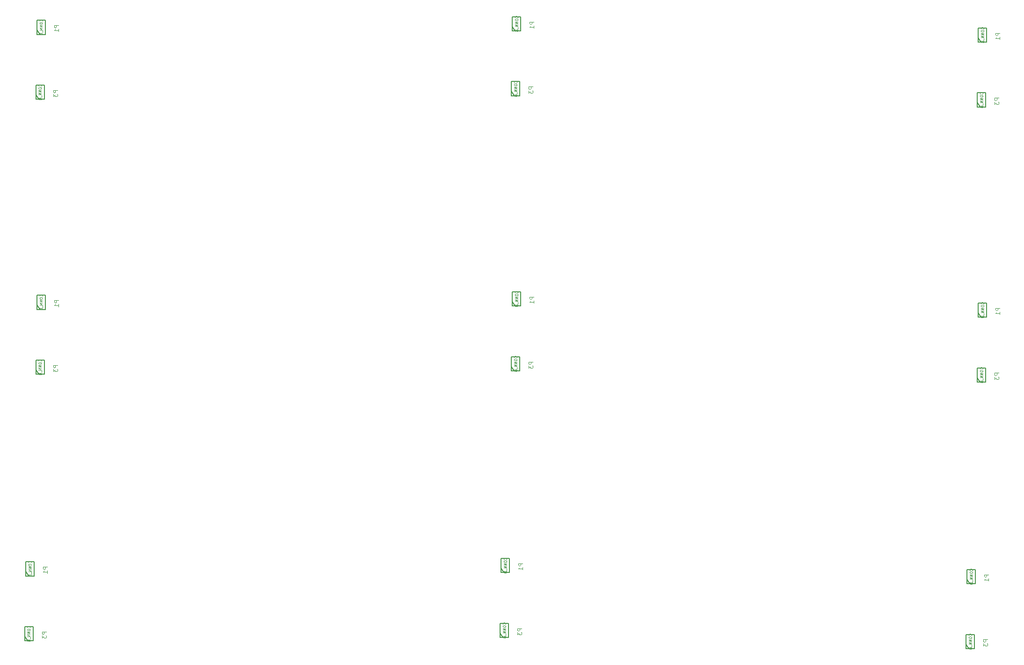
<source format=gbo>
G04 (created by PCBNEW-RS274X (2011-05-25)-stable) date mar 27 dic 2011 13:05:06 UYST*
G01*
G70*
G90*
%MOIN*%
G04 Gerber Fmt 3.4, Leading zero omitted, Abs format*
%FSLAX34Y34*%
G04 APERTURE LIST*
%ADD10C,0.006000*%
%ADD11C,0.005000*%
%ADD12C,0.003000*%
G04 APERTURE END LIST*
G54D10*
G54D11*
X89176Y-58071D02*
X89376Y-58371D01*
X89176Y-57371D02*
X89176Y-58396D01*
X89176Y-58396D02*
X89776Y-58396D01*
X89776Y-58396D02*
X89776Y-57371D01*
X89776Y-57371D02*
X89176Y-57371D01*
X89247Y-53441D02*
X89447Y-53741D01*
X89247Y-52741D02*
X89247Y-53766D01*
X89247Y-53766D02*
X89847Y-53766D01*
X89847Y-53766D02*
X89847Y-52741D01*
X89847Y-52741D02*
X89247Y-52741D01*
X89247Y-53441D02*
X89447Y-53741D01*
X89247Y-52741D02*
X89247Y-53766D01*
X89247Y-53766D02*
X89847Y-53766D01*
X89847Y-53766D02*
X89847Y-52741D01*
X89847Y-52741D02*
X89247Y-52741D01*
X89176Y-58071D02*
X89376Y-58371D01*
X89176Y-57371D02*
X89176Y-58396D01*
X89176Y-58396D02*
X89776Y-58396D01*
X89776Y-58396D02*
X89776Y-57371D01*
X89776Y-57371D02*
X89176Y-57371D01*
X89176Y-58071D02*
X89376Y-58371D01*
X89176Y-57371D02*
X89176Y-58396D01*
X89176Y-58396D02*
X89776Y-58396D01*
X89776Y-58396D02*
X89776Y-57371D01*
X89776Y-57371D02*
X89176Y-57371D01*
X89247Y-53441D02*
X89447Y-53741D01*
X89247Y-52741D02*
X89247Y-53766D01*
X89247Y-53766D02*
X89847Y-53766D01*
X89847Y-53766D02*
X89847Y-52741D01*
X89847Y-52741D02*
X89247Y-52741D01*
X89247Y-53441D02*
X89447Y-53741D01*
X89247Y-52741D02*
X89247Y-53766D01*
X89247Y-53766D02*
X89847Y-53766D01*
X89847Y-53766D02*
X89847Y-52741D01*
X89847Y-52741D02*
X89247Y-52741D01*
X89176Y-58071D02*
X89376Y-58371D01*
X89176Y-57371D02*
X89176Y-58396D01*
X89176Y-58396D02*
X89776Y-58396D01*
X89776Y-58396D02*
X89776Y-57371D01*
X89776Y-57371D02*
X89176Y-57371D01*
X89176Y-58071D02*
X89376Y-58371D01*
X89176Y-57371D02*
X89176Y-58396D01*
X89176Y-58396D02*
X89776Y-58396D01*
X89776Y-58396D02*
X89776Y-57371D01*
X89776Y-57371D02*
X89176Y-57371D01*
X89247Y-53441D02*
X89447Y-53741D01*
X89247Y-52741D02*
X89247Y-53766D01*
X89247Y-53766D02*
X89847Y-53766D01*
X89847Y-53766D02*
X89847Y-52741D01*
X89847Y-52741D02*
X89247Y-52741D01*
X89247Y-53441D02*
X89447Y-53741D01*
X89247Y-52741D02*
X89247Y-53766D01*
X89247Y-53766D02*
X89847Y-53766D01*
X89847Y-53766D02*
X89847Y-52741D01*
X89847Y-52741D02*
X89247Y-52741D01*
X89176Y-58071D02*
X89376Y-58371D01*
X89176Y-57371D02*
X89176Y-58396D01*
X89176Y-58396D02*
X89776Y-58396D01*
X89776Y-58396D02*
X89776Y-57371D01*
X89776Y-57371D02*
X89176Y-57371D01*
X89176Y-58071D02*
X89376Y-58371D01*
X89176Y-57371D02*
X89176Y-58396D01*
X89176Y-58396D02*
X89776Y-58396D01*
X89776Y-58396D02*
X89776Y-57371D01*
X89776Y-57371D02*
X89176Y-57371D01*
X89247Y-53441D02*
X89447Y-53741D01*
X89247Y-52741D02*
X89247Y-53766D01*
X89247Y-53766D02*
X89847Y-53766D01*
X89847Y-53766D02*
X89847Y-52741D01*
X89847Y-52741D02*
X89247Y-52741D01*
X89247Y-53441D02*
X89447Y-53741D01*
X89247Y-52741D02*
X89247Y-53766D01*
X89247Y-53766D02*
X89847Y-53766D01*
X89847Y-53766D02*
X89847Y-52741D01*
X89847Y-52741D02*
X89247Y-52741D01*
X89176Y-58071D02*
X89376Y-58371D01*
X89176Y-57371D02*
X89176Y-58396D01*
X89176Y-58396D02*
X89776Y-58396D01*
X89776Y-58396D02*
X89776Y-57371D01*
X89776Y-57371D02*
X89176Y-57371D01*
X22098Y-57512D02*
X22298Y-57812D01*
X22098Y-56812D02*
X22098Y-57837D01*
X22098Y-57837D02*
X22698Y-57837D01*
X22698Y-57837D02*
X22698Y-56812D01*
X22698Y-56812D02*
X22098Y-56812D01*
X22169Y-52882D02*
X22369Y-53182D01*
X22169Y-52182D02*
X22169Y-53207D01*
X22169Y-53207D02*
X22769Y-53207D01*
X22769Y-53207D02*
X22769Y-52182D01*
X22769Y-52182D02*
X22169Y-52182D01*
X22169Y-52882D02*
X22369Y-53182D01*
X22169Y-52182D02*
X22169Y-53207D01*
X22169Y-53207D02*
X22769Y-53207D01*
X22769Y-53207D02*
X22769Y-52182D01*
X22769Y-52182D02*
X22169Y-52182D01*
X22098Y-57512D02*
X22298Y-57812D01*
X22098Y-56812D02*
X22098Y-57837D01*
X22098Y-57837D02*
X22698Y-57837D01*
X22698Y-57837D02*
X22698Y-56812D01*
X22698Y-56812D02*
X22098Y-56812D01*
X22098Y-57512D02*
X22298Y-57812D01*
X22098Y-56812D02*
X22098Y-57837D01*
X22098Y-57837D02*
X22698Y-57837D01*
X22698Y-57837D02*
X22698Y-56812D01*
X22698Y-56812D02*
X22098Y-56812D01*
X22169Y-52882D02*
X22369Y-53182D01*
X22169Y-52182D02*
X22169Y-53207D01*
X22169Y-53207D02*
X22769Y-53207D01*
X22769Y-53207D02*
X22769Y-52182D01*
X22769Y-52182D02*
X22169Y-52182D01*
X22169Y-52882D02*
X22369Y-53182D01*
X22169Y-52182D02*
X22169Y-53207D01*
X22169Y-53207D02*
X22769Y-53207D01*
X22769Y-53207D02*
X22769Y-52182D01*
X22769Y-52182D02*
X22169Y-52182D01*
X22098Y-57512D02*
X22298Y-57812D01*
X22098Y-56812D02*
X22098Y-57837D01*
X22098Y-57837D02*
X22698Y-57837D01*
X22698Y-57837D02*
X22698Y-56812D01*
X22698Y-56812D02*
X22098Y-56812D01*
X22098Y-57512D02*
X22298Y-57812D01*
X22098Y-56812D02*
X22098Y-57837D01*
X22098Y-57837D02*
X22698Y-57837D01*
X22698Y-57837D02*
X22698Y-56812D01*
X22698Y-56812D02*
X22098Y-56812D01*
X22169Y-52882D02*
X22369Y-53182D01*
X22169Y-52182D02*
X22169Y-53207D01*
X22169Y-53207D02*
X22769Y-53207D01*
X22769Y-53207D02*
X22769Y-52182D01*
X22769Y-52182D02*
X22169Y-52182D01*
X22169Y-52882D02*
X22369Y-53182D01*
X22169Y-52182D02*
X22169Y-53207D01*
X22169Y-53207D02*
X22769Y-53207D01*
X22769Y-53207D02*
X22769Y-52182D01*
X22769Y-52182D02*
X22169Y-52182D01*
X22098Y-57512D02*
X22298Y-57812D01*
X22098Y-56812D02*
X22098Y-57837D01*
X22098Y-57837D02*
X22698Y-57837D01*
X22698Y-57837D02*
X22698Y-56812D01*
X22698Y-56812D02*
X22098Y-56812D01*
X22098Y-57512D02*
X22298Y-57812D01*
X22098Y-56812D02*
X22098Y-57837D01*
X22098Y-57837D02*
X22698Y-57837D01*
X22698Y-57837D02*
X22698Y-56812D01*
X22698Y-56812D02*
X22098Y-56812D01*
X22169Y-52882D02*
X22369Y-53182D01*
X22169Y-52182D02*
X22169Y-53207D01*
X22169Y-53207D02*
X22769Y-53207D01*
X22769Y-53207D02*
X22769Y-52182D01*
X22769Y-52182D02*
X22169Y-52182D01*
X22169Y-52882D02*
X22369Y-53182D01*
X22169Y-52182D02*
X22169Y-53207D01*
X22169Y-53207D02*
X22769Y-53207D01*
X22769Y-53207D02*
X22769Y-52182D01*
X22769Y-52182D02*
X22169Y-52182D01*
X22098Y-57512D02*
X22298Y-57812D01*
X22098Y-56812D02*
X22098Y-57837D01*
X22098Y-57837D02*
X22698Y-57837D01*
X22698Y-57837D02*
X22698Y-56812D01*
X22698Y-56812D02*
X22098Y-56812D01*
X55976Y-57272D02*
X56176Y-57572D01*
X55976Y-56572D02*
X55976Y-57597D01*
X55976Y-57597D02*
X56576Y-57597D01*
X56576Y-57597D02*
X56576Y-56572D01*
X56576Y-56572D02*
X55976Y-56572D01*
X56047Y-52642D02*
X56247Y-52942D01*
X56047Y-51942D02*
X56047Y-52967D01*
X56047Y-52967D02*
X56647Y-52967D01*
X56647Y-52967D02*
X56647Y-51942D01*
X56647Y-51942D02*
X56047Y-51942D01*
X56047Y-52642D02*
X56247Y-52942D01*
X56047Y-51942D02*
X56047Y-52967D01*
X56047Y-52967D02*
X56647Y-52967D01*
X56647Y-52967D02*
X56647Y-51942D01*
X56647Y-51942D02*
X56047Y-51942D01*
X55976Y-57272D02*
X56176Y-57572D01*
X55976Y-56572D02*
X55976Y-57597D01*
X55976Y-57597D02*
X56576Y-57597D01*
X56576Y-57597D02*
X56576Y-56572D01*
X56576Y-56572D02*
X55976Y-56572D01*
X55976Y-57272D02*
X56176Y-57572D01*
X55976Y-56572D02*
X55976Y-57597D01*
X55976Y-57597D02*
X56576Y-57597D01*
X56576Y-57597D02*
X56576Y-56572D01*
X56576Y-56572D02*
X55976Y-56572D01*
X56047Y-52642D02*
X56247Y-52942D01*
X56047Y-51942D02*
X56047Y-52967D01*
X56047Y-52967D02*
X56647Y-52967D01*
X56647Y-52967D02*
X56647Y-51942D01*
X56647Y-51942D02*
X56047Y-51942D01*
X56047Y-52642D02*
X56247Y-52942D01*
X56047Y-51942D02*
X56047Y-52967D01*
X56047Y-52967D02*
X56647Y-52967D01*
X56647Y-52967D02*
X56647Y-51942D01*
X56647Y-51942D02*
X56047Y-51942D01*
X55976Y-57272D02*
X56176Y-57572D01*
X55976Y-56572D02*
X55976Y-57597D01*
X55976Y-57597D02*
X56576Y-57597D01*
X56576Y-57597D02*
X56576Y-56572D01*
X56576Y-56572D02*
X55976Y-56572D01*
X55976Y-57272D02*
X56176Y-57572D01*
X55976Y-56572D02*
X55976Y-57597D01*
X55976Y-57597D02*
X56576Y-57597D01*
X56576Y-57597D02*
X56576Y-56572D01*
X56576Y-56572D02*
X55976Y-56572D01*
X56047Y-52642D02*
X56247Y-52942D01*
X56047Y-51942D02*
X56047Y-52967D01*
X56047Y-52967D02*
X56647Y-52967D01*
X56647Y-52967D02*
X56647Y-51942D01*
X56647Y-51942D02*
X56047Y-51942D01*
X56047Y-52642D02*
X56247Y-52942D01*
X56047Y-51942D02*
X56047Y-52967D01*
X56047Y-52967D02*
X56647Y-52967D01*
X56647Y-52967D02*
X56647Y-51942D01*
X56647Y-51942D02*
X56047Y-51942D01*
X55976Y-57272D02*
X56176Y-57572D01*
X55976Y-56572D02*
X55976Y-57597D01*
X55976Y-57597D02*
X56576Y-57597D01*
X56576Y-57597D02*
X56576Y-56572D01*
X56576Y-56572D02*
X55976Y-56572D01*
X55976Y-57272D02*
X56176Y-57572D01*
X55976Y-56572D02*
X55976Y-57597D01*
X55976Y-57597D02*
X56576Y-57597D01*
X56576Y-57597D02*
X56576Y-56572D01*
X56576Y-56572D02*
X55976Y-56572D01*
X56047Y-52642D02*
X56247Y-52942D01*
X56047Y-51942D02*
X56047Y-52967D01*
X56047Y-52967D02*
X56647Y-52967D01*
X56647Y-52967D02*
X56647Y-51942D01*
X56647Y-51942D02*
X56047Y-51942D01*
X56047Y-52642D02*
X56247Y-52942D01*
X56047Y-51942D02*
X56047Y-52967D01*
X56047Y-52967D02*
X56647Y-52967D01*
X56647Y-52967D02*
X56647Y-51942D01*
X56647Y-51942D02*
X56047Y-51942D01*
X55976Y-57272D02*
X56176Y-57572D01*
X55976Y-56572D02*
X55976Y-57597D01*
X55976Y-57597D02*
X56576Y-57597D01*
X56576Y-57597D02*
X56576Y-56572D01*
X56576Y-56572D02*
X55976Y-56572D01*
X56775Y-38272D02*
X56975Y-38572D01*
X56775Y-37572D02*
X56775Y-38597D01*
X56775Y-38597D02*
X57375Y-38597D01*
X57375Y-38597D02*
X57375Y-37572D01*
X57375Y-37572D02*
X56775Y-37572D01*
X56846Y-33642D02*
X57046Y-33942D01*
X56846Y-32942D02*
X56846Y-33967D01*
X56846Y-33967D02*
X57446Y-33967D01*
X57446Y-33967D02*
X57446Y-32942D01*
X57446Y-32942D02*
X56846Y-32942D01*
X56846Y-33642D02*
X57046Y-33942D01*
X56846Y-32942D02*
X56846Y-33967D01*
X56846Y-33967D02*
X57446Y-33967D01*
X57446Y-33967D02*
X57446Y-32942D01*
X57446Y-32942D02*
X56846Y-32942D01*
X56775Y-38272D02*
X56975Y-38572D01*
X56775Y-37572D02*
X56775Y-38597D01*
X56775Y-38597D02*
X57375Y-38597D01*
X57375Y-38597D02*
X57375Y-37572D01*
X57375Y-37572D02*
X56775Y-37572D01*
X56775Y-38272D02*
X56975Y-38572D01*
X56775Y-37572D02*
X56775Y-38597D01*
X56775Y-38597D02*
X57375Y-38597D01*
X57375Y-38597D02*
X57375Y-37572D01*
X57375Y-37572D02*
X56775Y-37572D01*
X56846Y-33642D02*
X57046Y-33942D01*
X56846Y-32942D02*
X56846Y-33967D01*
X56846Y-33967D02*
X57446Y-33967D01*
X57446Y-33967D02*
X57446Y-32942D01*
X57446Y-32942D02*
X56846Y-32942D01*
X56846Y-33642D02*
X57046Y-33942D01*
X56846Y-32942D02*
X56846Y-33967D01*
X56846Y-33967D02*
X57446Y-33967D01*
X57446Y-33967D02*
X57446Y-32942D01*
X57446Y-32942D02*
X56846Y-32942D01*
X56775Y-38272D02*
X56975Y-38572D01*
X56775Y-37572D02*
X56775Y-38597D01*
X56775Y-38597D02*
X57375Y-38597D01*
X57375Y-38597D02*
X57375Y-37572D01*
X57375Y-37572D02*
X56775Y-37572D01*
X56775Y-38272D02*
X56975Y-38572D01*
X56775Y-37572D02*
X56775Y-38597D01*
X56775Y-38597D02*
X57375Y-38597D01*
X57375Y-38597D02*
X57375Y-37572D01*
X57375Y-37572D02*
X56775Y-37572D01*
X56846Y-33642D02*
X57046Y-33942D01*
X56846Y-32942D02*
X56846Y-33967D01*
X56846Y-33967D02*
X57446Y-33967D01*
X57446Y-33967D02*
X57446Y-32942D01*
X57446Y-32942D02*
X56846Y-32942D01*
X56846Y-33642D02*
X57046Y-33942D01*
X56846Y-32942D02*
X56846Y-33967D01*
X56846Y-33967D02*
X57446Y-33967D01*
X57446Y-33967D02*
X57446Y-32942D01*
X57446Y-32942D02*
X56846Y-32942D01*
X56775Y-38272D02*
X56975Y-38572D01*
X56775Y-37572D02*
X56775Y-38597D01*
X56775Y-38597D02*
X57375Y-38597D01*
X57375Y-38597D02*
X57375Y-37572D01*
X57375Y-37572D02*
X56775Y-37572D01*
X56775Y-38272D02*
X56975Y-38572D01*
X56775Y-37572D02*
X56775Y-38597D01*
X56775Y-38597D02*
X57375Y-38597D01*
X57375Y-38597D02*
X57375Y-37572D01*
X57375Y-37572D02*
X56775Y-37572D01*
X56846Y-33642D02*
X57046Y-33942D01*
X56846Y-32942D02*
X56846Y-33967D01*
X56846Y-33967D02*
X57446Y-33967D01*
X57446Y-33967D02*
X57446Y-32942D01*
X57446Y-32942D02*
X56846Y-32942D01*
X56846Y-33642D02*
X57046Y-33942D01*
X56846Y-32942D02*
X56846Y-33967D01*
X56846Y-33967D02*
X57446Y-33967D01*
X57446Y-33967D02*
X57446Y-32942D01*
X57446Y-32942D02*
X56846Y-32942D01*
X56775Y-38272D02*
X56975Y-38572D01*
X56775Y-37572D02*
X56775Y-38597D01*
X56775Y-38597D02*
X57375Y-38597D01*
X57375Y-38597D02*
X57375Y-37572D01*
X57375Y-37572D02*
X56775Y-37572D01*
X22897Y-38512D02*
X23097Y-38812D01*
X22897Y-37812D02*
X22897Y-38837D01*
X22897Y-38837D02*
X23497Y-38837D01*
X23497Y-38837D02*
X23497Y-37812D01*
X23497Y-37812D02*
X22897Y-37812D01*
X22968Y-33882D02*
X23168Y-34182D01*
X22968Y-33182D02*
X22968Y-34207D01*
X22968Y-34207D02*
X23568Y-34207D01*
X23568Y-34207D02*
X23568Y-33182D01*
X23568Y-33182D02*
X22968Y-33182D01*
X22968Y-33882D02*
X23168Y-34182D01*
X22968Y-33182D02*
X22968Y-34207D01*
X22968Y-34207D02*
X23568Y-34207D01*
X23568Y-34207D02*
X23568Y-33182D01*
X23568Y-33182D02*
X22968Y-33182D01*
X22897Y-38512D02*
X23097Y-38812D01*
X22897Y-37812D02*
X22897Y-38837D01*
X22897Y-38837D02*
X23497Y-38837D01*
X23497Y-38837D02*
X23497Y-37812D01*
X23497Y-37812D02*
X22897Y-37812D01*
X22897Y-38512D02*
X23097Y-38812D01*
X22897Y-37812D02*
X22897Y-38837D01*
X22897Y-38837D02*
X23497Y-38837D01*
X23497Y-38837D02*
X23497Y-37812D01*
X23497Y-37812D02*
X22897Y-37812D01*
X22968Y-33882D02*
X23168Y-34182D01*
X22968Y-33182D02*
X22968Y-34207D01*
X22968Y-34207D02*
X23568Y-34207D01*
X23568Y-34207D02*
X23568Y-33182D01*
X23568Y-33182D02*
X22968Y-33182D01*
X22968Y-33882D02*
X23168Y-34182D01*
X22968Y-33182D02*
X22968Y-34207D01*
X22968Y-34207D02*
X23568Y-34207D01*
X23568Y-34207D02*
X23568Y-33182D01*
X23568Y-33182D02*
X22968Y-33182D01*
X22897Y-38512D02*
X23097Y-38812D01*
X22897Y-37812D02*
X22897Y-38837D01*
X22897Y-38837D02*
X23497Y-38837D01*
X23497Y-38837D02*
X23497Y-37812D01*
X23497Y-37812D02*
X22897Y-37812D01*
X22897Y-38512D02*
X23097Y-38812D01*
X22897Y-37812D02*
X22897Y-38837D01*
X22897Y-38837D02*
X23497Y-38837D01*
X23497Y-38837D02*
X23497Y-37812D01*
X23497Y-37812D02*
X22897Y-37812D01*
X22968Y-33882D02*
X23168Y-34182D01*
X22968Y-33182D02*
X22968Y-34207D01*
X22968Y-34207D02*
X23568Y-34207D01*
X23568Y-34207D02*
X23568Y-33182D01*
X23568Y-33182D02*
X22968Y-33182D01*
X22968Y-33882D02*
X23168Y-34182D01*
X22968Y-33182D02*
X22968Y-34207D01*
X22968Y-34207D02*
X23568Y-34207D01*
X23568Y-34207D02*
X23568Y-33182D01*
X23568Y-33182D02*
X22968Y-33182D01*
X22897Y-38512D02*
X23097Y-38812D01*
X22897Y-37812D02*
X22897Y-38837D01*
X22897Y-38837D02*
X23497Y-38837D01*
X23497Y-38837D02*
X23497Y-37812D01*
X23497Y-37812D02*
X22897Y-37812D01*
X22897Y-38512D02*
X23097Y-38812D01*
X22897Y-37812D02*
X22897Y-38837D01*
X22897Y-38837D02*
X23497Y-38837D01*
X23497Y-38837D02*
X23497Y-37812D01*
X23497Y-37812D02*
X22897Y-37812D01*
X22968Y-33882D02*
X23168Y-34182D01*
X22968Y-33182D02*
X22968Y-34207D01*
X22968Y-34207D02*
X23568Y-34207D01*
X23568Y-34207D02*
X23568Y-33182D01*
X23568Y-33182D02*
X22968Y-33182D01*
X22968Y-33882D02*
X23168Y-34182D01*
X22968Y-33182D02*
X22968Y-34207D01*
X22968Y-34207D02*
X23568Y-34207D01*
X23568Y-34207D02*
X23568Y-33182D01*
X23568Y-33182D02*
X22968Y-33182D01*
X22897Y-38512D02*
X23097Y-38812D01*
X22897Y-37812D02*
X22897Y-38837D01*
X22897Y-38837D02*
X23497Y-38837D01*
X23497Y-38837D02*
X23497Y-37812D01*
X23497Y-37812D02*
X22897Y-37812D01*
X89975Y-39071D02*
X90175Y-39371D01*
X89975Y-38371D02*
X89975Y-39396D01*
X89975Y-39396D02*
X90575Y-39396D01*
X90575Y-39396D02*
X90575Y-38371D01*
X90575Y-38371D02*
X89975Y-38371D01*
X90046Y-34441D02*
X90246Y-34741D01*
X90046Y-33741D02*
X90046Y-34766D01*
X90046Y-34766D02*
X90646Y-34766D01*
X90646Y-34766D02*
X90646Y-33741D01*
X90646Y-33741D02*
X90046Y-33741D01*
X90046Y-34441D02*
X90246Y-34741D01*
X90046Y-33741D02*
X90046Y-34766D01*
X90046Y-34766D02*
X90646Y-34766D01*
X90646Y-34766D02*
X90646Y-33741D01*
X90646Y-33741D02*
X90046Y-33741D01*
X89975Y-39071D02*
X90175Y-39371D01*
X89975Y-38371D02*
X89975Y-39396D01*
X89975Y-39396D02*
X90575Y-39396D01*
X90575Y-39396D02*
X90575Y-38371D01*
X90575Y-38371D02*
X89975Y-38371D01*
X89975Y-39071D02*
X90175Y-39371D01*
X89975Y-38371D02*
X89975Y-39396D01*
X89975Y-39396D02*
X90575Y-39396D01*
X90575Y-39396D02*
X90575Y-38371D01*
X90575Y-38371D02*
X89975Y-38371D01*
X90046Y-34441D02*
X90246Y-34741D01*
X90046Y-33741D02*
X90046Y-34766D01*
X90046Y-34766D02*
X90646Y-34766D01*
X90646Y-34766D02*
X90646Y-33741D01*
X90646Y-33741D02*
X90046Y-33741D01*
X90046Y-34441D02*
X90246Y-34741D01*
X90046Y-33741D02*
X90046Y-34766D01*
X90046Y-34766D02*
X90646Y-34766D01*
X90646Y-34766D02*
X90646Y-33741D01*
X90646Y-33741D02*
X90046Y-33741D01*
X89975Y-39071D02*
X90175Y-39371D01*
X89975Y-38371D02*
X89975Y-39396D01*
X89975Y-39396D02*
X90575Y-39396D01*
X90575Y-39396D02*
X90575Y-38371D01*
X90575Y-38371D02*
X89975Y-38371D01*
X89975Y-39071D02*
X90175Y-39371D01*
X89975Y-38371D02*
X89975Y-39396D01*
X89975Y-39396D02*
X90575Y-39396D01*
X90575Y-39396D02*
X90575Y-38371D01*
X90575Y-38371D02*
X89975Y-38371D01*
X90046Y-34441D02*
X90246Y-34741D01*
X90046Y-33741D02*
X90046Y-34766D01*
X90046Y-34766D02*
X90646Y-34766D01*
X90646Y-34766D02*
X90646Y-33741D01*
X90646Y-33741D02*
X90046Y-33741D01*
X90046Y-34441D02*
X90246Y-34741D01*
X90046Y-33741D02*
X90046Y-34766D01*
X90046Y-34766D02*
X90646Y-34766D01*
X90646Y-34766D02*
X90646Y-33741D01*
X90646Y-33741D02*
X90046Y-33741D01*
X89975Y-39071D02*
X90175Y-39371D01*
X89975Y-38371D02*
X89975Y-39396D01*
X89975Y-39396D02*
X90575Y-39396D01*
X90575Y-39396D02*
X90575Y-38371D01*
X90575Y-38371D02*
X89975Y-38371D01*
X89975Y-39071D02*
X90175Y-39371D01*
X89975Y-38371D02*
X89975Y-39396D01*
X89975Y-39396D02*
X90575Y-39396D01*
X90575Y-39396D02*
X90575Y-38371D01*
X90575Y-38371D02*
X89975Y-38371D01*
X90046Y-34441D02*
X90246Y-34741D01*
X90046Y-33741D02*
X90046Y-34766D01*
X90046Y-34766D02*
X90646Y-34766D01*
X90646Y-34766D02*
X90646Y-33741D01*
X90646Y-33741D02*
X90046Y-33741D01*
X90046Y-34441D02*
X90246Y-34741D01*
X90046Y-33741D02*
X90046Y-34766D01*
X90046Y-34766D02*
X90646Y-34766D01*
X90646Y-34766D02*
X90646Y-33741D01*
X90646Y-33741D02*
X90046Y-33741D01*
X89975Y-39071D02*
X90175Y-39371D01*
X89975Y-38371D02*
X89975Y-39396D01*
X89975Y-39396D02*
X90575Y-39396D01*
X90575Y-39396D02*
X90575Y-38371D01*
X90575Y-38371D02*
X89975Y-38371D01*
X89975Y-19468D02*
X90175Y-19768D01*
X89975Y-18768D02*
X89975Y-19793D01*
X89975Y-19793D02*
X90575Y-19793D01*
X90575Y-19793D02*
X90575Y-18768D01*
X90575Y-18768D02*
X89975Y-18768D01*
X90046Y-14838D02*
X90246Y-15138D01*
X90046Y-14138D02*
X90046Y-15163D01*
X90046Y-15163D02*
X90646Y-15163D01*
X90646Y-15163D02*
X90646Y-14138D01*
X90646Y-14138D02*
X90046Y-14138D01*
X90046Y-14838D02*
X90246Y-15138D01*
X90046Y-14138D02*
X90046Y-15163D01*
X90046Y-15163D02*
X90646Y-15163D01*
X90646Y-15163D02*
X90646Y-14138D01*
X90646Y-14138D02*
X90046Y-14138D01*
X89975Y-19468D02*
X90175Y-19768D01*
X89975Y-18768D02*
X89975Y-19793D01*
X89975Y-19793D02*
X90575Y-19793D01*
X90575Y-19793D02*
X90575Y-18768D01*
X90575Y-18768D02*
X89975Y-18768D01*
X89975Y-19468D02*
X90175Y-19768D01*
X89975Y-18768D02*
X89975Y-19793D01*
X89975Y-19793D02*
X90575Y-19793D01*
X90575Y-19793D02*
X90575Y-18768D01*
X90575Y-18768D02*
X89975Y-18768D01*
X90046Y-14838D02*
X90246Y-15138D01*
X90046Y-14138D02*
X90046Y-15163D01*
X90046Y-15163D02*
X90646Y-15163D01*
X90646Y-15163D02*
X90646Y-14138D01*
X90646Y-14138D02*
X90046Y-14138D01*
X90046Y-14838D02*
X90246Y-15138D01*
X90046Y-14138D02*
X90046Y-15163D01*
X90046Y-15163D02*
X90646Y-15163D01*
X90646Y-15163D02*
X90646Y-14138D01*
X90646Y-14138D02*
X90046Y-14138D01*
X89975Y-19468D02*
X90175Y-19768D01*
X89975Y-18768D02*
X89975Y-19793D01*
X89975Y-19793D02*
X90575Y-19793D01*
X90575Y-19793D02*
X90575Y-18768D01*
X90575Y-18768D02*
X89975Y-18768D01*
X89975Y-19468D02*
X90175Y-19768D01*
X89975Y-18768D02*
X89975Y-19793D01*
X89975Y-19793D02*
X90575Y-19793D01*
X90575Y-19793D02*
X90575Y-18768D01*
X90575Y-18768D02*
X89975Y-18768D01*
X90046Y-14838D02*
X90246Y-15138D01*
X90046Y-14138D02*
X90046Y-15163D01*
X90046Y-15163D02*
X90646Y-15163D01*
X90646Y-15163D02*
X90646Y-14138D01*
X90646Y-14138D02*
X90046Y-14138D01*
X90046Y-14838D02*
X90246Y-15138D01*
X90046Y-14138D02*
X90046Y-15163D01*
X90046Y-15163D02*
X90646Y-15163D01*
X90646Y-15163D02*
X90646Y-14138D01*
X90646Y-14138D02*
X90046Y-14138D01*
X89975Y-19468D02*
X90175Y-19768D01*
X89975Y-18768D02*
X89975Y-19793D01*
X89975Y-19793D02*
X90575Y-19793D01*
X90575Y-19793D02*
X90575Y-18768D01*
X90575Y-18768D02*
X89975Y-18768D01*
X89975Y-19468D02*
X90175Y-19768D01*
X89975Y-18768D02*
X89975Y-19793D01*
X89975Y-19793D02*
X90575Y-19793D01*
X90575Y-19793D02*
X90575Y-18768D01*
X90575Y-18768D02*
X89975Y-18768D01*
X90046Y-14838D02*
X90246Y-15138D01*
X90046Y-14138D02*
X90046Y-15163D01*
X90046Y-15163D02*
X90646Y-15163D01*
X90646Y-15163D02*
X90646Y-14138D01*
X90646Y-14138D02*
X90046Y-14138D01*
X90046Y-14838D02*
X90246Y-15138D01*
X90046Y-14138D02*
X90046Y-15163D01*
X90046Y-15163D02*
X90646Y-15163D01*
X90646Y-15163D02*
X90646Y-14138D01*
X90646Y-14138D02*
X90046Y-14138D01*
X89975Y-19468D02*
X90175Y-19768D01*
X89975Y-18768D02*
X89975Y-19793D01*
X89975Y-19793D02*
X90575Y-19793D01*
X90575Y-19793D02*
X90575Y-18768D01*
X90575Y-18768D02*
X89975Y-18768D01*
X22897Y-18909D02*
X23097Y-19209D01*
X22897Y-18209D02*
X22897Y-19234D01*
X22897Y-19234D02*
X23497Y-19234D01*
X23497Y-19234D02*
X23497Y-18209D01*
X23497Y-18209D02*
X22897Y-18209D01*
X22968Y-14279D02*
X23168Y-14579D01*
X22968Y-13579D02*
X22968Y-14604D01*
X22968Y-14604D02*
X23568Y-14604D01*
X23568Y-14604D02*
X23568Y-13579D01*
X23568Y-13579D02*
X22968Y-13579D01*
X22968Y-14279D02*
X23168Y-14579D01*
X22968Y-13579D02*
X22968Y-14604D01*
X22968Y-14604D02*
X23568Y-14604D01*
X23568Y-14604D02*
X23568Y-13579D01*
X23568Y-13579D02*
X22968Y-13579D01*
X22897Y-18909D02*
X23097Y-19209D01*
X22897Y-18209D02*
X22897Y-19234D01*
X22897Y-19234D02*
X23497Y-19234D01*
X23497Y-19234D02*
X23497Y-18209D01*
X23497Y-18209D02*
X22897Y-18209D01*
X22897Y-18909D02*
X23097Y-19209D01*
X22897Y-18209D02*
X22897Y-19234D01*
X22897Y-19234D02*
X23497Y-19234D01*
X23497Y-19234D02*
X23497Y-18209D01*
X23497Y-18209D02*
X22897Y-18209D01*
X22968Y-14279D02*
X23168Y-14579D01*
X22968Y-13579D02*
X22968Y-14604D01*
X22968Y-14604D02*
X23568Y-14604D01*
X23568Y-14604D02*
X23568Y-13579D01*
X23568Y-13579D02*
X22968Y-13579D01*
X22968Y-14279D02*
X23168Y-14579D01*
X22968Y-13579D02*
X22968Y-14604D01*
X22968Y-14604D02*
X23568Y-14604D01*
X23568Y-14604D02*
X23568Y-13579D01*
X23568Y-13579D02*
X22968Y-13579D01*
X22897Y-18909D02*
X23097Y-19209D01*
X22897Y-18209D02*
X22897Y-19234D01*
X22897Y-19234D02*
X23497Y-19234D01*
X23497Y-19234D02*
X23497Y-18209D01*
X23497Y-18209D02*
X22897Y-18209D01*
X22897Y-18909D02*
X23097Y-19209D01*
X22897Y-18209D02*
X22897Y-19234D01*
X22897Y-19234D02*
X23497Y-19234D01*
X23497Y-19234D02*
X23497Y-18209D01*
X23497Y-18209D02*
X22897Y-18209D01*
X22968Y-14279D02*
X23168Y-14579D01*
X22968Y-13579D02*
X22968Y-14604D01*
X22968Y-14604D02*
X23568Y-14604D01*
X23568Y-14604D02*
X23568Y-13579D01*
X23568Y-13579D02*
X22968Y-13579D01*
X22968Y-14279D02*
X23168Y-14579D01*
X22968Y-13579D02*
X22968Y-14604D01*
X22968Y-14604D02*
X23568Y-14604D01*
X23568Y-14604D02*
X23568Y-13579D01*
X23568Y-13579D02*
X22968Y-13579D01*
X22897Y-18909D02*
X23097Y-19209D01*
X22897Y-18209D02*
X22897Y-19234D01*
X22897Y-19234D02*
X23497Y-19234D01*
X23497Y-19234D02*
X23497Y-18209D01*
X23497Y-18209D02*
X22897Y-18209D01*
X22897Y-18909D02*
X23097Y-19209D01*
X22897Y-18209D02*
X22897Y-19234D01*
X22897Y-19234D02*
X23497Y-19234D01*
X23497Y-19234D02*
X23497Y-18209D01*
X23497Y-18209D02*
X22897Y-18209D01*
X22968Y-14279D02*
X23168Y-14579D01*
X22968Y-13579D02*
X22968Y-14604D01*
X22968Y-14604D02*
X23568Y-14604D01*
X23568Y-14604D02*
X23568Y-13579D01*
X23568Y-13579D02*
X22968Y-13579D01*
X22968Y-14279D02*
X23168Y-14579D01*
X22968Y-13579D02*
X22968Y-14604D01*
X22968Y-14604D02*
X23568Y-14604D01*
X23568Y-14604D02*
X23568Y-13579D01*
X23568Y-13579D02*
X22968Y-13579D01*
X22897Y-18909D02*
X23097Y-19209D01*
X22897Y-18209D02*
X22897Y-19234D01*
X22897Y-19234D02*
X23497Y-19234D01*
X23497Y-19234D02*
X23497Y-18209D01*
X23497Y-18209D02*
X22897Y-18209D01*
X56775Y-18669D02*
X56975Y-18969D01*
X56775Y-17969D02*
X56775Y-18994D01*
X56775Y-18994D02*
X57375Y-18994D01*
X57375Y-18994D02*
X57375Y-17969D01*
X57375Y-17969D02*
X56775Y-17969D01*
X56846Y-14039D02*
X57046Y-14339D01*
X56846Y-13339D02*
X56846Y-14364D01*
X56846Y-14364D02*
X57446Y-14364D01*
X57446Y-14364D02*
X57446Y-13339D01*
X57446Y-13339D02*
X56846Y-13339D01*
X56846Y-14039D02*
X57046Y-14339D01*
X56846Y-13339D02*
X56846Y-14364D01*
X56846Y-14364D02*
X57446Y-14364D01*
X57446Y-14364D02*
X57446Y-13339D01*
X57446Y-13339D02*
X56846Y-13339D01*
X56775Y-18669D02*
X56975Y-18969D01*
X56775Y-17969D02*
X56775Y-18994D01*
X56775Y-18994D02*
X57375Y-18994D01*
X57375Y-18994D02*
X57375Y-17969D01*
X57375Y-17969D02*
X56775Y-17969D01*
X56775Y-18669D02*
X56975Y-18969D01*
X56775Y-17969D02*
X56775Y-18994D01*
X56775Y-18994D02*
X57375Y-18994D01*
X57375Y-18994D02*
X57375Y-17969D01*
X57375Y-17969D02*
X56775Y-17969D01*
X56846Y-14039D02*
X57046Y-14339D01*
X56846Y-13339D02*
X56846Y-14364D01*
X56846Y-14364D02*
X57446Y-14364D01*
X57446Y-14364D02*
X57446Y-13339D01*
X57446Y-13339D02*
X56846Y-13339D01*
X56846Y-14039D02*
X57046Y-14339D01*
X56846Y-13339D02*
X56846Y-14364D01*
X56846Y-14364D02*
X57446Y-14364D01*
X57446Y-14364D02*
X57446Y-13339D01*
X57446Y-13339D02*
X56846Y-13339D01*
X56775Y-18669D02*
X56975Y-18969D01*
X56775Y-17969D02*
X56775Y-18994D01*
X56775Y-18994D02*
X57375Y-18994D01*
X57375Y-18994D02*
X57375Y-17969D01*
X57375Y-17969D02*
X56775Y-17969D01*
X56775Y-18669D02*
X56975Y-18969D01*
X56775Y-17969D02*
X56775Y-18994D01*
X56775Y-18994D02*
X57375Y-18994D01*
X57375Y-18994D02*
X57375Y-17969D01*
X57375Y-17969D02*
X56775Y-17969D01*
X56846Y-14039D02*
X57046Y-14339D01*
X56846Y-13339D02*
X56846Y-14364D01*
X56846Y-14364D02*
X57446Y-14364D01*
X57446Y-14364D02*
X57446Y-13339D01*
X57446Y-13339D02*
X56846Y-13339D01*
X56846Y-14039D02*
X57046Y-14339D01*
X56846Y-13339D02*
X56846Y-14364D01*
X56846Y-14364D02*
X57446Y-14364D01*
X57446Y-14364D02*
X57446Y-13339D01*
X57446Y-13339D02*
X56846Y-13339D01*
X56775Y-18669D02*
X56975Y-18969D01*
X56775Y-17969D02*
X56775Y-18994D01*
X56775Y-18994D02*
X57375Y-18994D01*
X57375Y-18994D02*
X57375Y-17969D01*
X57375Y-17969D02*
X56775Y-17969D01*
X56775Y-18669D02*
X56975Y-18969D01*
X56775Y-17969D02*
X56775Y-18994D01*
X56775Y-18994D02*
X57375Y-18994D01*
X57375Y-18994D02*
X57375Y-17969D01*
X57375Y-17969D02*
X56775Y-17969D01*
X56846Y-14039D02*
X57046Y-14339D01*
X56846Y-13339D02*
X56846Y-14364D01*
X56846Y-14364D02*
X57446Y-14364D01*
X57446Y-14364D02*
X57446Y-13339D01*
X57446Y-13339D02*
X56846Y-13339D01*
X56846Y-14039D02*
X57046Y-14339D01*
X56846Y-13339D02*
X56846Y-14364D01*
X56846Y-14364D02*
X57446Y-14364D01*
X57446Y-14364D02*
X57446Y-13339D01*
X57446Y-13339D02*
X56846Y-13339D01*
X56775Y-18669D02*
X56975Y-18969D01*
X56775Y-17969D02*
X56775Y-18994D01*
X56775Y-18994D02*
X57375Y-18994D01*
X57375Y-18994D02*
X57375Y-17969D01*
X57375Y-17969D02*
X56775Y-17969D01*
G54D12*
X90701Y-57737D02*
X90401Y-57737D01*
X90401Y-57852D01*
X90416Y-57880D01*
X90430Y-57895D01*
X90459Y-57909D01*
X90501Y-57909D01*
X90530Y-57895D01*
X90544Y-57880D01*
X90559Y-57852D01*
X90559Y-57737D01*
X90401Y-58009D02*
X90401Y-58195D01*
X90516Y-58095D01*
X90516Y-58137D01*
X90530Y-58166D01*
X90544Y-58180D01*
X90573Y-58195D01*
X90644Y-58195D01*
X90673Y-58180D01*
X90687Y-58166D01*
X90701Y-58137D01*
X90701Y-58052D01*
X90687Y-58023D01*
X90673Y-58009D01*
X89540Y-57454D02*
X89550Y-57445D01*
X89559Y-57417D01*
X89559Y-57398D01*
X89550Y-57370D01*
X89531Y-57351D01*
X89512Y-57342D01*
X89475Y-57333D01*
X89447Y-57333D01*
X89409Y-57342D01*
X89390Y-57351D01*
X89372Y-57370D01*
X89362Y-57398D01*
X89362Y-57417D01*
X89372Y-57445D01*
X89381Y-57454D01*
X89362Y-57576D02*
X89362Y-57614D01*
X89372Y-57633D01*
X89390Y-57651D01*
X89428Y-57661D01*
X89494Y-57661D01*
X89531Y-57651D01*
X89550Y-57633D01*
X89559Y-57614D01*
X89559Y-57576D01*
X89550Y-57558D01*
X89531Y-57539D01*
X89494Y-57530D01*
X89428Y-57530D01*
X89390Y-57539D01*
X89372Y-57558D01*
X89362Y-57576D01*
X89559Y-57745D02*
X89362Y-57745D01*
X89559Y-57857D01*
X89362Y-57857D01*
X89559Y-57951D02*
X89362Y-57951D01*
X89559Y-58063D01*
X89362Y-58063D01*
X89578Y-58110D02*
X89578Y-58260D01*
X89447Y-58335D02*
X89437Y-58316D01*
X89428Y-58307D01*
X89409Y-58298D01*
X89400Y-58298D01*
X89381Y-58307D01*
X89372Y-58316D01*
X89362Y-58335D01*
X89362Y-58373D01*
X89372Y-58391D01*
X89381Y-58401D01*
X89400Y-58410D01*
X89409Y-58410D01*
X89428Y-58401D01*
X89437Y-58391D01*
X89447Y-58373D01*
X89447Y-58335D01*
X89456Y-58316D01*
X89465Y-58307D01*
X89484Y-58298D01*
X89522Y-58298D01*
X89540Y-58307D01*
X89550Y-58316D01*
X89559Y-58335D01*
X89559Y-58373D01*
X89550Y-58391D01*
X89540Y-58401D01*
X89522Y-58410D01*
X89484Y-58410D01*
X89465Y-58401D01*
X89456Y-58391D01*
X89447Y-58373D01*
X90772Y-53107D02*
X90472Y-53107D01*
X90472Y-53222D01*
X90487Y-53250D01*
X90501Y-53265D01*
X90530Y-53279D01*
X90572Y-53279D01*
X90601Y-53265D01*
X90615Y-53250D01*
X90630Y-53222D01*
X90630Y-53107D01*
X90772Y-53565D02*
X90772Y-53393D01*
X90772Y-53479D02*
X90472Y-53479D01*
X90515Y-53450D01*
X90544Y-53422D01*
X90558Y-53393D01*
X89611Y-52824D02*
X89621Y-52815D01*
X89630Y-52787D01*
X89630Y-52768D01*
X89621Y-52740D01*
X89602Y-52721D01*
X89583Y-52712D01*
X89546Y-52703D01*
X89518Y-52703D01*
X89480Y-52712D01*
X89461Y-52721D01*
X89443Y-52740D01*
X89433Y-52768D01*
X89433Y-52787D01*
X89443Y-52815D01*
X89452Y-52824D01*
X89433Y-52946D02*
X89433Y-52984D01*
X89443Y-53003D01*
X89461Y-53021D01*
X89499Y-53031D01*
X89565Y-53031D01*
X89602Y-53021D01*
X89621Y-53003D01*
X89630Y-52984D01*
X89630Y-52946D01*
X89621Y-52928D01*
X89602Y-52909D01*
X89565Y-52900D01*
X89499Y-52900D01*
X89461Y-52909D01*
X89443Y-52928D01*
X89433Y-52946D01*
X89630Y-53115D02*
X89433Y-53115D01*
X89630Y-53227D01*
X89433Y-53227D01*
X89630Y-53321D02*
X89433Y-53321D01*
X89630Y-53433D01*
X89433Y-53433D01*
X89649Y-53480D02*
X89649Y-53630D01*
X89518Y-53705D02*
X89508Y-53686D01*
X89499Y-53677D01*
X89480Y-53668D01*
X89471Y-53668D01*
X89452Y-53677D01*
X89443Y-53686D01*
X89433Y-53705D01*
X89433Y-53743D01*
X89443Y-53761D01*
X89452Y-53771D01*
X89471Y-53780D01*
X89480Y-53780D01*
X89499Y-53771D01*
X89508Y-53761D01*
X89518Y-53743D01*
X89518Y-53705D01*
X89527Y-53686D01*
X89536Y-53677D01*
X89555Y-53668D01*
X89593Y-53668D01*
X89611Y-53677D01*
X89621Y-53686D01*
X89630Y-53705D01*
X89630Y-53743D01*
X89621Y-53761D01*
X89611Y-53771D01*
X89593Y-53780D01*
X89555Y-53780D01*
X89536Y-53771D01*
X89527Y-53761D01*
X89518Y-53743D01*
X90772Y-53107D02*
X90472Y-53107D01*
X90472Y-53222D01*
X90487Y-53250D01*
X90501Y-53265D01*
X90530Y-53279D01*
X90572Y-53279D01*
X90601Y-53265D01*
X90615Y-53250D01*
X90630Y-53222D01*
X90630Y-53107D01*
X90772Y-53565D02*
X90772Y-53393D01*
X90772Y-53479D02*
X90472Y-53479D01*
X90515Y-53450D01*
X90544Y-53422D01*
X90558Y-53393D01*
X89611Y-52824D02*
X89621Y-52815D01*
X89630Y-52787D01*
X89630Y-52768D01*
X89621Y-52740D01*
X89602Y-52721D01*
X89583Y-52712D01*
X89546Y-52703D01*
X89518Y-52703D01*
X89480Y-52712D01*
X89461Y-52721D01*
X89443Y-52740D01*
X89433Y-52768D01*
X89433Y-52787D01*
X89443Y-52815D01*
X89452Y-52824D01*
X89433Y-52946D02*
X89433Y-52984D01*
X89443Y-53003D01*
X89461Y-53021D01*
X89499Y-53031D01*
X89565Y-53031D01*
X89602Y-53021D01*
X89621Y-53003D01*
X89630Y-52984D01*
X89630Y-52946D01*
X89621Y-52928D01*
X89602Y-52909D01*
X89565Y-52900D01*
X89499Y-52900D01*
X89461Y-52909D01*
X89443Y-52928D01*
X89433Y-52946D01*
X89630Y-53115D02*
X89433Y-53115D01*
X89630Y-53227D01*
X89433Y-53227D01*
X89630Y-53321D02*
X89433Y-53321D01*
X89630Y-53433D01*
X89433Y-53433D01*
X89649Y-53480D02*
X89649Y-53630D01*
X89518Y-53705D02*
X89508Y-53686D01*
X89499Y-53677D01*
X89480Y-53668D01*
X89471Y-53668D01*
X89452Y-53677D01*
X89443Y-53686D01*
X89433Y-53705D01*
X89433Y-53743D01*
X89443Y-53761D01*
X89452Y-53771D01*
X89471Y-53780D01*
X89480Y-53780D01*
X89499Y-53771D01*
X89508Y-53761D01*
X89518Y-53743D01*
X89518Y-53705D01*
X89527Y-53686D01*
X89536Y-53677D01*
X89555Y-53668D01*
X89593Y-53668D01*
X89611Y-53677D01*
X89621Y-53686D01*
X89630Y-53705D01*
X89630Y-53743D01*
X89621Y-53761D01*
X89611Y-53771D01*
X89593Y-53780D01*
X89555Y-53780D01*
X89536Y-53771D01*
X89527Y-53761D01*
X89518Y-53743D01*
X90701Y-57737D02*
X90401Y-57737D01*
X90401Y-57852D01*
X90416Y-57880D01*
X90430Y-57895D01*
X90459Y-57909D01*
X90501Y-57909D01*
X90530Y-57895D01*
X90544Y-57880D01*
X90559Y-57852D01*
X90559Y-57737D01*
X90401Y-58009D02*
X90401Y-58195D01*
X90516Y-58095D01*
X90516Y-58137D01*
X90530Y-58166D01*
X90544Y-58180D01*
X90573Y-58195D01*
X90644Y-58195D01*
X90673Y-58180D01*
X90687Y-58166D01*
X90701Y-58137D01*
X90701Y-58052D01*
X90687Y-58023D01*
X90673Y-58009D01*
X89540Y-57454D02*
X89550Y-57445D01*
X89559Y-57417D01*
X89559Y-57398D01*
X89550Y-57370D01*
X89531Y-57351D01*
X89512Y-57342D01*
X89475Y-57333D01*
X89447Y-57333D01*
X89409Y-57342D01*
X89390Y-57351D01*
X89372Y-57370D01*
X89362Y-57398D01*
X89362Y-57417D01*
X89372Y-57445D01*
X89381Y-57454D01*
X89362Y-57576D02*
X89362Y-57614D01*
X89372Y-57633D01*
X89390Y-57651D01*
X89428Y-57661D01*
X89494Y-57661D01*
X89531Y-57651D01*
X89550Y-57633D01*
X89559Y-57614D01*
X89559Y-57576D01*
X89550Y-57558D01*
X89531Y-57539D01*
X89494Y-57530D01*
X89428Y-57530D01*
X89390Y-57539D01*
X89372Y-57558D01*
X89362Y-57576D01*
X89559Y-57745D02*
X89362Y-57745D01*
X89559Y-57857D01*
X89362Y-57857D01*
X89559Y-57951D02*
X89362Y-57951D01*
X89559Y-58063D01*
X89362Y-58063D01*
X89578Y-58110D02*
X89578Y-58260D01*
X89447Y-58335D02*
X89437Y-58316D01*
X89428Y-58307D01*
X89409Y-58298D01*
X89400Y-58298D01*
X89381Y-58307D01*
X89372Y-58316D01*
X89362Y-58335D01*
X89362Y-58373D01*
X89372Y-58391D01*
X89381Y-58401D01*
X89400Y-58410D01*
X89409Y-58410D01*
X89428Y-58401D01*
X89437Y-58391D01*
X89447Y-58373D01*
X89447Y-58335D01*
X89456Y-58316D01*
X89465Y-58307D01*
X89484Y-58298D01*
X89522Y-58298D01*
X89540Y-58307D01*
X89550Y-58316D01*
X89559Y-58335D01*
X89559Y-58373D01*
X89550Y-58391D01*
X89540Y-58401D01*
X89522Y-58410D01*
X89484Y-58410D01*
X89465Y-58401D01*
X89456Y-58391D01*
X89447Y-58373D01*
X90701Y-57737D02*
X90401Y-57737D01*
X90401Y-57852D01*
X90416Y-57880D01*
X90430Y-57895D01*
X90459Y-57909D01*
X90501Y-57909D01*
X90530Y-57895D01*
X90544Y-57880D01*
X90559Y-57852D01*
X90559Y-57737D01*
X90401Y-58009D02*
X90401Y-58195D01*
X90516Y-58095D01*
X90516Y-58137D01*
X90530Y-58166D01*
X90544Y-58180D01*
X90573Y-58195D01*
X90644Y-58195D01*
X90673Y-58180D01*
X90687Y-58166D01*
X90701Y-58137D01*
X90701Y-58052D01*
X90687Y-58023D01*
X90673Y-58009D01*
X89540Y-57454D02*
X89550Y-57445D01*
X89559Y-57417D01*
X89559Y-57398D01*
X89550Y-57370D01*
X89531Y-57351D01*
X89512Y-57342D01*
X89475Y-57333D01*
X89447Y-57333D01*
X89409Y-57342D01*
X89390Y-57351D01*
X89372Y-57370D01*
X89362Y-57398D01*
X89362Y-57417D01*
X89372Y-57445D01*
X89381Y-57454D01*
X89362Y-57576D02*
X89362Y-57614D01*
X89372Y-57633D01*
X89390Y-57651D01*
X89428Y-57661D01*
X89494Y-57661D01*
X89531Y-57651D01*
X89550Y-57633D01*
X89559Y-57614D01*
X89559Y-57576D01*
X89550Y-57558D01*
X89531Y-57539D01*
X89494Y-57530D01*
X89428Y-57530D01*
X89390Y-57539D01*
X89372Y-57558D01*
X89362Y-57576D01*
X89559Y-57745D02*
X89362Y-57745D01*
X89559Y-57857D01*
X89362Y-57857D01*
X89559Y-57951D02*
X89362Y-57951D01*
X89559Y-58063D01*
X89362Y-58063D01*
X89578Y-58110D02*
X89578Y-58260D01*
X89447Y-58335D02*
X89437Y-58316D01*
X89428Y-58307D01*
X89409Y-58298D01*
X89400Y-58298D01*
X89381Y-58307D01*
X89372Y-58316D01*
X89362Y-58335D01*
X89362Y-58373D01*
X89372Y-58391D01*
X89381Y-58401D01*
X89400Y-58410D01*
X89409Y-58410D01*
X89428Y-58401D01*
X89437Y-58391D01*
X89447Y-58373D01*
X89447Y-58335D01*
X89456Y-58316D01*
X89465Y-58307D01*
X89484Y-58298D01*
X89522Y-58298D01*
X89540Y-58307D01*
X89550Y-58316D01*
X89559Y-58335D01*
X89559Y-58373D01*
X89550Y-58391D01*
X89540Y-58401D01*
X89522Y-58410D01*
X89484Y-58410D01*
X89465Y-58401D01*
X89456Y-58391D01*
X89447Y-58373D01*
X90772Y-53107D02*
X90472Y-53107D01*
X90472Y-53222D01*
X90487Y-53250D01*
X90501Y-53265D01*
X90530Y-53279D01*
X90572Y-53279D01*
X90601Y-53265D01*
X90615Y-53250D01*
X90630Y-53222D01*
X90630Y-53107D01*
X90772Y-53565D02*
X90772Y-53393D01*
X90772Y-53479D02*
X90472Y-53479D01*
X90515Y-53450D01*
X90544Y-53422D01*
X90558Y-53393D01*
X89611Y-52824D02*
X89621Y-52815D01*
X89630Y-52787D01*
X89630Y-52768D01*
X89621Y-52740D01*
X89602Y-52721D01*
X89583Y-52712D01*
X89546Y-52703D01*
X89518Y-52703D01*
X89480Y-52712D01*
X89461Y-52721D01*
X89443Y-52740D01*
X89433Y-52768D01*
X89433Y-52787D01*
X89443Y-52815D01*
X89452Y-52824D01*
X89433Y-52946D02*
X89433Y-52984D01*
X89443Y-53003D01*
X89461Y-53021D01*
X89499Y-53031D01*
X89565Y-53031D01*
X89602Y-53021D01*
X89621Y-53003D01*
X89630Y-52984D01*
X89630Y-52946D01*
X89621Y-52928D01*
X89602Y-52909D01*
X89565Y-52900D01*
X89499Y-52900D01*
X89461Y-52909D01*
X89443Y-52928D01*
X89433Y-52946D01*
X89630Y-53115D02*
X89433Y-53115D01*
X89630Y-53227D01*
X89433Y-53227D01*
X89630Y-53321D02*
X89433Y-53321D01*
X89630Y-53433D01*
X89433Y-53433D01*
X89649Y-53480D02*
X89649Y-53630D01*
X89518Y-53705D02*
X89508Y-53686D01*
X89499Y-53677D01*
X89480Y-53668D01*
X89471Y-53668D01*
X89452Y-53677D01*
X89443Y-53686D01*
X89433Y-53705D01*
X89433Y-53743D01*
X89443Y-53761D01*
X89452Y-53771D01*
X89471Y-53780D01*
X89480Y-53780D01*
X89499Y-53771D01*
X89508Y-53761D01*
X89518Y-53743D01*
X89518Y-53705D01*
X89527Y-53686D01*
X89536Y-53677D01*
X89555Y-53668D01*
X89593Y-53668D01*
X89611Y-53677D01*
X89621Y-53686D01*
X89630Y-53705D01*
X89630Y-53743D01*
X89621Y-53761D01*
X89611Y-53771D01*
X89593Y-53780D01*
X89555Y-53780D01*
X89536Y-53771D01*
X89527Y-53761D01*
X89518Y-53743D01*
X90772Y-53107D02*
X90472Y-53107D01*
X90472Y-53222D01*
X90487Y-53250D01*
X90501Y-53265D01*
X90530Y-53279D01*
X90572Y-53279D01*
X90601Y-53265D01*
X90615Y-53250D01*
X90630Y-53222D01*
X90630Y-53107D01*
X90772Y-53565D02*
X90772Y-53393D01*
X90772Y-53479D02*
X90472Y-53479D01*
X90515Y-53450D01*
X90544Y-53422D01*
X90558Y-53393D01*
X89611Y-52824D02*
X89621Y-52815D01*
X89630Y-52787D01*
X89630Y-52768D01*
X89621Y-52740D01*
X89602Y-52721D01*
X89583Y-52712D01*
X89546Y-52703D01*
X89518Y-52703D01*
X89480Y-52712D01*
X89461Y-52721D01*
X89443Y-52740D01*
X89433Y-52768D01*
X89433Y-52787D01*
X89443Y-52815D01*
X89452Y-52824D01*
X89433Y-52946D02*
X89433Y-52984D01*
X89443Y-53003D01*
X89461Y-53021D01*
X89499Y-53031D01*
X89565Y-53031D01*
X89602Y-53021D01*
X89621Y-53003D01*
X89630Y-52984D01*
X89630Y-52946D01*
X89621Y-52928D01*
X89602Y-52909D01*
X89565Y-52900D01*
X89499Y-52900D01*
X89461Y-52909D01*
X89443Y-52928D01*
X89433Y-52946D01*
X89630Y-53115D02*
X89433Y-53115D01*
X89630Y-53227D01*
X89433Y-53227D01*
X89630Y-53321D02*
X89433Y-53321D01*
X89630Y-53433D01*
X89433Y-53433D01*
X89649Y-53480D02*
X89649Y-53630D01*
X89518Y-53705D02*
X89508Y-53686D01*
X89499Y-53677D01*
X89480Y-53668D01*
X89471Y-53668D01*
X89452Y-53677D01*
X89443Y-53686D01*
X89433Y-53705D01*
X89433Y-53743D01*
X89443Y-53761D01*
X89452Y-53771D01*
X89471Y-53780D01*
X89480Y-53780D01*
X89499Y-53771D01*
X89508Y-53761D01*
X89518Y-53743D01*
X89518Y-53705D01*
X89527Y-53686D01*
X89536Y-53677D01*
X89555Y-53668D01*
X89593Y-53668D01*
X89611Y-53677D01*
X89621Y-53686D01*
X89630Y-53705D01*
X89630Y-53743D01*
X89621Y-53761D01*
X89611Y-53771D01*
X89593Y-53780D01*
X89555Y-53780D01*
X89536Y-53771D01*
X89527Y-53761D01*
X89518Y-53743D01*
X90701Y-57737D02*
X90401Y-57737D01*
X90401Y-57852D01*
X90416Y-57880D01*
X90430Y-57895D01*
X90459Y-57909D01*
X90501Y-57909D01*
X90530Y-57895D01*
X90544Y-57880D01*
X90559Y-57852D01*
X90559Y-57737D01*
X90401Y-58009D02*
X90401Y-58195D01*
X90516Y-58095D01*
X90516Y-58137D01*
X90530Y-58166D01*
X90544Y-58180D01*
X90573Y-58195D01*
X90644Y-58195D01*
X90673Y-58180D01*
X90687Y-58166D01*
X90701Y-58137D01*
X90701Y-58052D01*
X90687Y-58023D01*
X90673Y-58009D01*
X89540Y-57454D02*
X89550Y-57445D01*
X89559Y-57417D01*
X89559Y-57398D01*
X89550Y-57370D01*
X89531Y-57351D01*
X89512Y-57342D01*
X89475Y-57333D01*
X89447Y-57333D01*
X89409Y-57342D01*
X89390Y-57351D01*
X89372Y-57370D01*
X89362Y-57398D01*
X89362Y-57417D01*
X89372Y-57445D01*
X89381Y-57454D01*
X89362Y-57576D02*
X89362Y-57614D01*
X89372Y-57633D01*
X89390Y-57651D01*
X89428Y-57661D01*
X89494Y-57661D01*
X89531Y-57651D01*
X89550Y-57633D01*
X89559Y-57614D01*
X89559Y-57576D01*
X89550Y-57558D01*
X89531Y-57539D01*
X89494Y-57530D01*
X89428Y-57530D01*
X89390Y-57539D01*
X89372Y-57558D01*
X89362Y-57576D01*
X89559Y-57745D02*
X89362Y-57745D01*
X89559Y-57857D01*
X89362Y-57857D01*
X89559Y-57951D02*
X89362Y-57951D01*
X89559Y-58063D01*
X89362Y-58063D01*
X89578Y-58110D02*
X89578Y-58260D01*
X89447Y-58335D02*
X89437Y-58316D01*
X89428Y-58307D01*
X89409Y-58298D01*
X89400Y-58298D01*
X89381Y-58307D01*
X89372Y-58316D01*
X89362Y-58335D01*
X89362Y-58373D01*
X89372Y-58391D01*
X89381Y-58401D01*
X89400Y-58410D01*
X89409Y-58410D01*
X89428Y-58401D01*
X89437Y-58391D01*
X89447Y-58373D01*
X89447Y-58335D01*
X89456Y-58316D01*
X89465Y-58307D01*
X89484Y-58298D01*
X89522Y-58298D01*
X89540Y-58307D01*
X89550Y-58316D01*
X89559Y-58335D01*
X89559Y-58373D01*
X89550Y-58391D01*
X89540Y-58401D01*
X89522Y-58410D01*
X89484Y-58410D01*
X89465Y-58401D01*
X89456Y-58391D01*
X89447Y-58373D01*
X90701Y-57737D02*
X90401Y-57737D01*
X90401Y-57852D01*
X90416Y-57880D01*
X90430Y-57895D01*
X90459Y-57909D01*
X90501Y-57909D01*
X90530Y-57895D01*
X90544Y-57880D01*
X90559Y-57852D01*
X90559Y-57737D01*
X90401Y-58009D02*
X90401Y-58195D01*
X90516Y-58095D01*
X90516Y-58137D01*
X90530Y-58166D01*
X90544Y-58180D01*
X90573Y-58195D01*
X90644Y-58195D01*
X90673Y-58180D01*
X90687Y-58166D01*
X90701Y-58137D01*
X90701Y-58052D01*
X90687Y-58023D01*
X90673Y-58009D01*
X89540Y-57454D02*
X89550Y-57445D01*
X89559Y-57417D01*
X89559Y-57398D01*
X89550Y-57370D01*
X89531Y-57351D01*
X89512Y-57342D01*
X89475Y-57333D01*
X89447Y-57333D01*
X89409Y-57342D01*
X89390Y-57351D01*
X89372Y-57370D01*
X89362Y-57398D01*
X89362Y-57417D01*
X89372Y-57445D01*
X89381Y-57454D01*
X89362Y-57576D02*
X89362Y-57614D01*
X89372Y-57633D01*
X89390Y-57651D01*
X89428Y-57661D01*
X89494Y-57661D01*
X89531Y-57651D01*
X89550Y-57633D01*
X89559Y-57614D01*
X89559Y-57576D01*
X89550Y-57558D01*
X89531Y-57539D01*
X89494Y-57530D01*
X89428Y-57530D01*
X89390Y-57539D01*
X89372Y-57558D01*
X89362Y-57576D01*
X89559Y-57745D02*
X89362Y-57745D01*
X89559Y-57857D01*
X89362Y-57857D01*
X89559Y-57951D02*
X89362Y-57951D01*
X89559Y-58063D01*
X89362Y-58063D01*
X89578Y-58110D02*
X89578Y-58260D01*
X89447Y-58335D02*
X89437Y-58316D01*
X89428Y-58307D01*
X89409Y-58298D01*
X89400Y-58298D01*
X89381Y-58307D01*
X89372Y-58316D01*
X89362Y-58335D01*
X89362Y-58373D01*
X89372Y-58391D01*
X89381Y-58401D01*
X89400Y-58410D01*
X89409Y-58410D01*
X89428Y-58401D01*
X89437Y-58391D01*
X89447Y-58373D01*
X89447Y-58335D01*
X89456Y-58316D01*
X89465Y-58307D01*
X89484Y-58298D01*
X89522Y-58298D01*
X89540Y-58307D01*
X89550Y-58316D01*
X89559Y-58335D01*
X89559Y-58373D01*
X89550Y-58391D01*
X89540Y-58401D01*
X89522Y-58410D01*
X89484Y-58410D01*
X89465Y-58401D01*
X89456Y-58391D01*
X89447Y-58373D01*
X90772Y-53107D02*
X90472Y-53107D01*
X90472Y-53222D01*
X90487Y-53250D01*
X90501Y-53265D01*
X90530Y-53279D01*
X90572Y-53279D01*
X90601Y-53265D01*
X90615Y-53250D01*
X90630Y-53222D01*
X90630Y-53107D01*
X90772Y-53565D02*
X90772Y-53393D01*
X90772Y-53479D02*
X90472Y-53479D01*
X90515Y-53450D01*
X90544Y-53422D01*
X90558Y-53393D01*
X89611Y-52824D02*
X89621Y-52815D01*
X89630Y-52787D01*
X89630Y-52768D01*
X89621Y-52740D01*
X89602Y-52721D01*
X89583Y-52712D01*
X89546Y-52703D01*
X89518Y-52703D01*
X89480Y-52712D01*
X89461Y-52721D01*
X89443Y-52740D01*
X89433Y-52768D01*
X89433Y-52787D01*
X89443Y-52815D01*
X89452Y-52824D01*
X89433Y-52946D02*
X89433Y-52984D01*
X89443Y-53003D01*
X89461Y-53021D01*
X89499Y-53031D01*
X89565Y-53031D01*
X89602Y-53021D01*
X89621Y-53003D01*
X89630Y-52984D01*
X89630Y-52946D01*
X89621Y-52928D01*
X89602Y-52909D01*
X89565Y-52900D01*
X89499Y-52900D01*
X89461Y-52909D01*
X89443Y-52928D01*
X89433Y-52946D01*
X89630Y-53115D02*
X89433Y-53115D01*
X89630Y-53227D01*
X89433Y-53227D01*
X89630Y-53321D02*
X89433Y-53321D01*
X89630Y-53433D01*
X89433Y-53433D01*
X89649Y-53480D02*
X89649Y-53630D01*
X89518Y-53705D02*
X89508Y-53686D01*
X89499Y-53677D01*
X89480Y-53668D01*
X89471Y-53668D01*
X89452Y-53677D01*
X89443Y-53686D01*
X89433Y-53705D01*
X89433Y-53743D01*
X89443Y-53761D01*
X89452Y-53771D01*
X89471Y-53780D01*
X89480Y-53780D01*
X89499Y-53771D01*
X89508Y-53761D01*
X89518Y-53743D01*
X89518Y-53705D01*
X89527Y-53686D01*
X89536Y-53677D01*
X89555Y-53668D01*
X89593Y-53668D01*
X89611Y-53677D01*
X89621Y-53686D01*
X89630Y-53705D01*
X89630Y-53743D01*
X89621Y-53761D01*
X89611Y-53771D01*
X89593Y-53780D01*
X89555Y-53780D01*
X89536Y-53771D01*
X89527Y-53761D01*
X89518Y-53743D01*
X90772Y-53107D02*
X90472Y-53107D01*
X90472Y-53222D01*
X90487Y-53250D01*
X90501Y-53265D01*
X90530Y-53279D01*
X90572Y-53279D01*
X90601Y-53265D01*
X90615Y-53250D01*
X90630Y-53222D01*
X90630Y-53107D01*
X90772Y-53565D02*
X90772Y-53393D01*
X90772Y-53479D02*
X90472Y-53479D01*
X90515Y-53450D01*
X90544Y-53422D01*
X90558Y-53393D01*
X89611Y-52824D02*
X89621Y-52815D01*
X89630Y-52787D01*
X89630Y-52768D01*
X89621Y-52740D01*
X89602Y-52721D01*
X89583Y-52712D01*
X89546Y-52703D01*
X89518Y-52703D01*
X89480Y-52712D01*
X89461Y-52721D01*
X89443Y-52740D01*
X89433Y-52768D01*
X89433Y-52787D01*
X89443Y-52815D01*
X89452Y-52824D01*
X89433Y-52946D02*
X89433Y-52984D01*
X89443Y-53003D01*
X89461Y-53021D01*
X89499Y-53031D01*
X89565Y-53031D01*
X89602Y-53021D01*
X89621Y-53003D01*
X89630Y-52984D01*
X89630Y-52946D01*
X89621Y-52928D01*
X89602Y-52909D01*
X89565Y-52900D01*
X89499Y-52900D01*
X89461Y-52909D01*
X89443Y-52928D01*
X89433Y-52946D01*
X89630Y-53115D02*
X89433Y-53115D01*
X89630Y-53227D01*
X89433Y-53227D01*
X89630Y-53321D02*
X89433Y-53321D01*
X89630Y-53433D01*
X89433Y-53433D01*
X89649Y-53480D02*
X89649Y-53630D01*
X89518Y-53705D02*
X89508Y-53686D01*
X89499Y-53677D01*
X89480Y-53668D01*
X89471Y-53668D01*
X89452Y-53677D01*
X89443Y-53686D01*
X89433Y-53705D01*
X89433Y-53743D01*
X89443Y-53761D01*
X89452Y-53771D01*
X89471Y-53780D01*
X89480Y-53780D01*
X89499Y-53771D01*
X89508Y-53761D01*
X89518Y-53743D01*
X89518Y-53705D01*
X89527Y-53686D01*
X89536Y-53677D01*
X89555Y-53668D01*
X89593Y-53668D01*
X89611Y-53677D01*
X89621Y-53686D01*
X89630Y-53705D01*
X89630Y-53743D01*
X89621Y-53761D01*
X89611Y-53771D01*
X89593Y-53780D01*
X89555Y-53780D01*
X89536Y-53771D01*
X89527Y-53761D01*
X89518Y-53743D01*
X90701Y-57737D02*
X90401Y-57737D01*
X90401Y-57852D01*
X90416Y-57880D01*
X90430Y-57895D01*
X90459Y-57909D01*
X90501Y-57909D01*
X90530Y-57895D01*
X90544Y-57880D01*
X90559Y-57852D01*
X90559Y-57737D01*
X90401Y-58009D02*
X90401Y-58195D01*
X90516Y-58095D01*
X90516Y-58137D01*
X90530Y-58166D01*
X90544Y-58180D01*
X90573Y-58195D01*
X90644Y-58195D01*
X90673Y-58180D01*
X90687Y-58166D01*
X90701Y-58137D01*
X90701Y-58052D01*
X90687Y-58023D01*
X90673Y-58009D01*
X89540Y-57454D02*
X89550Y-57445D01*
X89559Y-57417D01*
X89559Y-57398D01*
X89550Y-57370D01*
X89531Y-57351D01*
X89512Y-57342D01*
X89475Y-57333D01*
X89447Y-57333D01*
X89409Y-57342D01*
X89390Y-57351D01*
X89372Y-57370D01*
X89362Y-57398D01*
X89362Y-57417D01*
X89372Y-57445D01*
X89381Y-57454D01*
X89362Y-57576D02*
X89362Y-57614D01*
X89372Y-57633D01*
X89390Y-57651D01*
X89428Y-57661D01*
X89494Y-57661D01*
X89531Y-57651D01*
X89550Y-57633D01*
X89559Y-57614D01*
X89559Y-57576D01*
X89550Y-57558D01*
X89531Y-57539D01*
X89494Y-57530D01*
X89428Y-57530D01*
X89390Y-57539D01*
X89372Y-57558D01*
X89362Y-57576D01*
X89559Y-57745D02*
X89362Y-57745D01*
X89559Y-57857D01*
X89362Y-57857D01*
X89559Y-57951D02*
X89362Y-57951D01*
X89559Y-58063D01*
X89362Y-58063D01*
X89578Y-58110D02*
X89578Y-58260D01*
X89447Y-58335D02*
X89437Y-58316D01*
X89428Y-58307D01*
X89409Y-58298D01*
X89400Y-58298D01*
X89381Y-58307D01*
X89372Y-58316D01*
X89362Y-58335D01*
X89362Y-58373D01*
X89372Y-58391D01*
X89381Y-58401D01*
X89400Y-58410D01*
X89409Y-58410D01*
X89428Y-58401D01*
X89437Y-58391D01*
X89447Y-58373D01*
X89447Y-58335D01*
X89456Y-58316D01*
X89465Y-58307D01*
X89484Y-58298D01*
X89522Y-58298D01*
X89540Y-58307D01*
X89550Y-58316D01*
X89559Y-58335D01*
X89559Y-58373D01*
X89550Y-58391D01*
X89540Y-58401D01*
X89522Y-58410D01*
X89484Y-58410D01*
X89465Y-58401D01*
X89456Y-58391D01*
X89447Y-58373D01*
X90701Y-57737D02*
X90401Y-57737D01*
X90401Y-57852D01*
X90416Y-57880D01*
X90430Y-57895D01*
X90459Y-57909D01*
X90501Y-57909D01*
X90530Y-57895D01*
X90544Y-57880D01*
X90559Y-57852D01*
X90559Y-57737D01*
X90401Y-58009D02*
X90401Y-58195D01*
X90516Y-58095D01*
X90516Y-58137D01*
X90530Y-58166D01*
X90544Y-58180D01*
X90573Y-58195D01*
X90644Y-58195D01*
X90673Y-58180D01*
X90687Y-58166D01*
X90701Y-58137D01*
X90701Y-58052D01*
X90687Y-58023D01*
X90673Y-58009D01*
X89540Y-57454D02*
X89550Y-57445D01*
X89559Y-57417D01*
X89559Y-57398D01*
X89550Y-57370D01*
X89531Y-57351D01*
X89512Y-57342D01*
X89475Y-57333D01*
X89447Y-57333D01*
X89409Y-57342D01*
X89390Y-57351D01*
X89372Y-57370D01*
X89362Y-57398D01*
X89362Y-57417D01*
X89372Y-57445D01*
X89381Y-57454D01*
X89362Y-57576D02*
X89362Y-57614D01*
X89372Y-57633D01*
X89390Y-57651D01*
X89428Y-57661D01*
X89494Y-57661D01*
X89531Y-57651D01*
X89550Y-57633D01*
X89559Y-57614D01*
X89559Y-57576D01*
X89550Y-57558D01*
X89531Y-57539D01*
X89494Y-57530D01*
X89428Y-57530D01*
X89390Y-57539D01*
X89372Y-57558D01*
X89362Y-57576D01*
X89559Y-57745D02*
X89362Y-57745D01*
X89559Y-57857D01*
X89362Y-57857D01*
X89559Y-57951D02*
X89362Y-57951D01*
X89559Y-58063D01*
X89362Y-58063D01*
X89578Y-58110D02*
X89578Y-58260D01*
X89447Y-58335D02*
X89437Y-58316D01*
X89428Y-58307D01*
X89409Y-58298D01*
X89400Y-58298D01*
X89381Y-58307D01*
X89372Y-58316D01*
X89362Y-58335D01*
X89362Y-58373D01*
X89372Y-58391D01*
X89381Y-58401D01*
X89400Y-58410D01*
X89409Y-58410D01*
X89428Y-58401D01*
X89437Y-58391D01*
X89447Y-58373D01*
X89447Y-58335D01*
X89456Y-58316D01*
X89465Y-58307D01*
X89484Y-58298D01*
X89522Y-58298D01*
X89540Y-58307D01*
X89550Y-58316D01*
X89559Y-58335D01*
X89559Y-58373D01*
X89550Y-58391D01*
X89540Y-58401D01*
X89522Y-58410D01*
X89484Y-58410D01*
X89465Y-58401D01*
X89456Y-58391D01*
X89447Y-58373D01*
X90772Y-53107D02*
X90472Y-53107D01*
X90472Y-53222D01*
X90487Y-53250D01*
X90501Y-53265D01*
X90530Y-53279D01*
X90572Y-53279D01*
X90601Y-53265D01*
X90615Y-53250D01*
X90630Y-53222D01*
X90630Y-53107D01*
X90772Y-53565D02*
X90772Y-53393D01*
X90772Y-53479D02*
X90472Y-53479D01*
X90515Y-53450D01*
X90544Y-53422D01*
X90558Y-53393D01*
X89611Y-52824D02*
X89621Y-52815D01*
X89630Y-52787D01*
X89630Y-52768D01*
X89621Y-52740D01*
X89602Y-52721D01*
X89583Y-52712D01*
X89546Y-52703D01*
X89518Y-52703D01*
X89480Y-52712D01*
X89461Y-52721D01*
X89443Y-52740D01*
X89433Y-52768D01*
X89433Y-52787D01*
X89443Y-52815D01*
X89452Y-52824D01*
X89433Y-52946D02*
X89433Y-52984D01*
X89443Y-53003D01*
X89461Y-53021D01*
X89499Y-53031D01*
X89565Y-53031D01*
X89602Y-53021D01*
X89621Y-53003D01*
X89630Y-52984D01*
X89630Y-52946D01*
X89621Y-52928D01*
X89602Y-52909D01*
X89565Y-52900D01*
X89499Y-52900D01*
X89461Y-52909D01*
X89443Y-52928D01*
X89433Y-52946D01*
X89630Y-53115D02*
X89433Y-53115D01*
X89630Y-53227D01*
X89433Y-53227D01*
X89630Y-53321D02*
X89433Y-53321D01*
X89630Y-53433D01*
X89433Y-53433D01*
X89649Y-53480D02*
X89649Y-53630D01*
X89518Y-53705D02*
X89508Y-53686D01*
X89499Y-53677D01*
X89480Y-53668D01*
X89471Y-53668D01*
X89452Y-53677D01*
X89443Y-53686D01*
X89433Y-53705D01*
X89433Y-53743D01*
X89443Y-53761D01*
X89452Y-53771D01*
X89471Y-53780D01*
X89480Y-53780D01*
X89499Y-53771D01*
X89508Y-53761D01*
X89518Y-53743D01*
X89518Y-53705D01*
X89527Y-53686D01*
X89536Y-53677D01*
X89555Y-53668D01*
X89593Y-53668D01*
X89611Y-53677D01*
X89621Y-53686D01*
X89630Y-53705D01*
X89630Y-53743D01*
X89621Y-53761D01*
X89611Y-53771D01*
X89593Y-53780D01*
X89555Y-53780D01*
X89536Y-53771D01*
X89527Y-53761D01*
X89518Y-53743D01*
X90772Y-53107D02*
X90472Y-53107D01*
X90472Y-53222D01*
X90487Y-53250D01*
X90501Y-53265D01*
X90530Y-53279D01*
X90572Y-53279D01*
X90601Y-53265D01*
X90615Y-53250D01*
X90630Y-53222D01*
X90630Y-53107D01*
X90772Y-53565D02*
X90772Y-53393D01*
X90772Y-53479D02*
X90472Y-53479D01*
X90515Y-53450D01*
X90544Y-53422D01*
X90558Y-53393D01*
X89611Y-52824D02*
X89621Y-52815D01*
X89630Y-52787D01*
X89630Y-52768D01*
X89621Y-52740D01*
X89602Y-52721D01*
X89583Y-52712D01*
X89546Y-52703D01*
X89518Y-52703D01*
X89480Y-52712D01*
X89461Y-52721D01*
X89443Y-52740D01*
X89433Y-52768D01*
X89433Y-52787D01*
X89443Y-52815D01*
X89452Y-52824D01*
X89433Y-52946D02*
X89433Y-52984D01*
X89443Y-53003D01*
X89461Y-53021D01*
X89499Y-53031D01*
X89565Y-53031D01*
X89602Y-53021D01*
X89621Y-53003D01*
X89630Y-52984D01*
X89630Y-52946D01*
X89621Y-52928D01*
X89602Y-52909D01*
X89565Y-52900D01*
X89499Y-52900D01*
X89461Y-52909D01*
X89443Y-52928D01*
X89433Y-52946D01*
X89630Y-53115D02*
X89433Y-53115D01*
X89630Y-53227D01*
X89433Y-53227D01*
X89630Y-53321D02*
X89433Y-53321D01*
X89630Y-53433D01*
X89433Y-53433D01*
X89649Y-53480D02*
X89649Y-53630D01*
X89518Y-53705D02*
X89508Y-53686D01*
X89499Y-53677D01*
X89480Y-53668D01*
X89471Y-53668D01*
X89452Y-53677D01*
X89443Y-53686D01*
X89433Y-53705D01*
X89433Y-53743D01*
X89443Y-53761D01*
X89452Y-53771D01*
X89471Y-53780D01*
X89480Y-53780D01*
X89499Y-53771D01*
X89508Y-53761D01*
X89518Y-53743D01*
X89518Y-53705D01*
X89527Y-53686D01*
X89536Y-53677D01*
X89555Y-53668D01*
X89593Y-53668D01*
X89611Y-53677D01*
X89621Y-53686D01*
X89630Y-53705D01*
X89630Y-53743D01*
X89621Y-53761D01*
X89611Y-53771D01*
X89593Y-53780D01*
X89555Y-53780D01*
X89536Y-53771D01*
X89527Y-53761D01*
X89518Y-53743D01*
X90701Y-57737D02*
X90401Y-57737D01*
X90401Y-57852D01*
X90416Y-57880D01*
X90430Y-57895D01*
X90459Y-57909D01*
X90501Y-57909D01*
X90530Y-57895D01*
X90544Y-57880D01*
X90559Y-57852D01*
X90559Y-57737D01*
X90401Y-58009D02*
X90401Y-58195D01*
X90516Y-58095D01*
X90516Y-58137D01*
X90530Y-58166D01*
X90544Y-58180D01*
X90573Y-58195D01*
X90644Y-58195D01*
X90673Y-58180D01*
X90687Y-58166D01*
X90701Y-58137D01*
X90701Y-58052D01*
X90687Y-58023D01*
X90673Y-58009D01*
X89540Y-57454D02*
X89550Y-57445D01*
X89559Y-57417D01*
X89559Y-57398D01*
X89550Y-57370D01*
X89531Y-57351D01*
X89512Y-57342D01*
X89475Y-57333D01*
X89447Y-57333D01*
X89409Y-57342D01*
X89390Y-57351D01*
X89372Y-57370D01*
X89362Y-57398D01*
X89362Y-57417D01*
X89372Y-57445D01*
X89381Y-57454D01*
X89362Y-57576D02*
X89362Y-57614D01*
X89372Y-57633D01*
X89390Y-57651D01*
X89428Y-57661D01*
X89494Y-57661D01*
X89531Y-57651D01*
X89550Y-57633D01*
X89559Y-57614D01*
X89559Y-57576D01*
X89550Y-57558D01*
X89531Y-57539D01*
X89494Y-57530D01*
X89428Y-57530D01*
X89390Y-57539D01*
X89372Y-57558D01*
X89362Y-57576D01*
X89559Y-57745D02*
X89362Y-57745D01*
X89559Y-57857D01*
X89362Y-57857D01*
X89559Y-57951D02*
X89362Y-57951D01*
X89559Y-58063D01*
X89362Y-58063D01*
X89578Y-58110D02*
X89578Y-58260D01*
X89447Y-58335D02*
X89437Y-58316D01*
X89428Y-58307D01*
X89409Y-58298D01*
X89400Y-58298D01*
X89381Y-58307D01*
X89372Y-58316D01*
X89362Y-58335D01*
X89362Y-58373D01*
X89372Y-58391D01*
X89381Y-58401D01*
X89400Y-58410D01*
X89409Y-58410D01*
X89428Y-58401D01*
X89437Y-58391D01*
X89447Y-58373D01*
X89447Y-58335D01*
X89456Y-58316D01*
X89465Y-58307D01*
X89484Y-58298D01*
X89522Y-58298D01*
X89540Y-58307D01*
X89550Y-58316D01*
X89559Y-58335D01*
X89559Y-58373D01*
X89550Y-58391D01*
X89540Y-58401D01*
X89522Y-58410D01*
X89484Y-58410D01*
X89465Y-58401D01*
X89456Y-58391D01*
X89447Y-58373D01*
X23623Y-57178D02*
X23323Y-57178D01*
X23323Y-57293D01*
X23338Y-57321D01*
X23352Y-57336D01*
X23381Y-57350D01*
X23423Y-57350D01*
X23452Y-57336D01*
X23466Y-57321D01*
X23481Y-57293D01*
X23481Y-57178D01*
X23323Y-57450D02*
X23323Y-57636D01*
X23438Y-57536D01*
X23438Y-57578D01*
X23452Y-57607D01*
X23466Y-57621D01*
X23495Y-57636D01*
X23566Y-57636D01*
X23595Y-57621D01*
X23609Y-57607D01*
X23623Y-57578D01*
X23623Y-57493D01*
X23609Y-57464D01*
X23595Y-57450D01*
X22462Y-56895D02*
X22472Y-56886D01*
X22481Y-56858D01*
X22481Y-56839D01*
X22472Y-56811D01*
X22453Y-56792D01*
X22434Y-56783D01*
X22397Y-56774D01*
X22369Y-56774D01*
X22331Y-56783D01*
X22312Y-56792D01*
X22294Y-56811D01*
X22284Y-56839D01*
X22284Y-56858D01*
X22294Y-56886D01*
X22303Y-56895D01*
X22284Y-57017D02*
X22284Y-57055D01*
X22294Y-57074D01*
X22312Y-57092D01*
X22350Y-57102D01*
X22416Y-57102D01*
X22453Y-57092D01*
X22472Y-57074D01*
X22481Y-57055D01*
X22481Y-57017D01*
X22472Y-56999D01*
X22453Y-56980D01*
X22416Y-56971D01*
X22350Y-56971D01*
X22312Y-56980D01*
X22294Y-56999D01*
X22284Y-57017D01*
X22481Y-57186D02*
X22284Y-57186D01*
X22481Y-57298D01*
X22284Y-57298D01*
X22481Y-57392D02*
X22284Y-57392D01*
X22481Y-57504D01*
X22284Y-57504D01*
X22500Y-57551D02*
X22500Y-57701D01*
X22369Y-57776D02*
X22359Y-57757D01*
X22350Y-57748D01*
X22331Y-57739D01*
X22322Y-57739D01*
X22303Y-57748D01*
X22294Y-57757D01*
X22284Y-57776D01*
X22284Y-57814D01*
X22294Y-57832D01*
X22303Y-57842D01*
X22322Y-57851D01*
X22331Y-57851D01*
X22350Y-57842D01*
X22359Y-57832D01*
X22369Y-57814D01*
X22369Y-57776D01*
X22378Y-57757D01*
X22387Y-57748D01*
X22406Y-57739D01*
X22444Y-57739D01*
X22462Y-57748D01*
X22472Y-57757D01*
X22481Y-57776D01*
X22481Y-57814D01*
X22472Y-57832D01*
X22462Y-57842D01*
X22444Y-57851D01*
X22406Y-57851D01*
X22387Y-57842D01*
X22378Y-57832D01*
X22369Y-57814D01*
X23694Y-52548D02*
X23394Y-52548D01*
X23394Y-52663D01*
X23409Y-52691D01*
X23423Y-52706D01*
X23452Y-52720D01*
X23494Y-52720D01*
X23523Y-52706D01*
X23537Y-52691D01*
X23552Y-52663D01*
X23552Y-52548D01*
X23694Y-53006D02*
X23694Y-52834D01*
X23694Y-52920D02*
X23394Y-52920D01*
X23437Y-52891D01*
X23466Y-52863D01*
X23480Y-52834D01*
X22533Y-52265D02*
X22543Y-52256D01*
X22552Y-52228D01*
X22552Y-52209D01*
X22543Y-52181D01*
X22524Y-52162D01*
X22505Y-52153D01*
X22468Y-52144D01*
X22440Y-52144D01*
X22402Y-52153D01*
X22383Y-52162D01*
X22365Y-52181D01*
X22355Y-52209D01*
X22355Y-52228D01*
X22365Y-52256D01*
X22374Y-52265D01*
X22355Y-52387D02*
X22355Y-52425D01*
X22365Y-52444D01*
X22383Y-52462D01*
X22421Y-52472D01*
X22487Y-52472D01*
X22524Y-52462D01*
X22543Y-52444D01*
X22552Y-52425D01*
X22552Y-52387D01*
X22543Y-52369D01*
X22524Y-52350D01*
X22487Y-52341D01*
X22421Y-52341D01*
X22383Y-52350D01*
X22365Y-52369D01*
X22355Y-52387D01*
X22552Y-52556D02*
X22355Y-52556D01*
X22552Y-52668D01*
X22355Y-52668D01*
X22552Y-52762D02*
X22355Y-52762D01*
X22552Y-52874D01*
X22355Y-52874D01*
X22571Y-52921D02*
X22571Y-53071D01*
X22440Y-53146D02*
X22430Y-53127D01*
X22421Y-53118D01*
X22402Y-53109D01*
X22393Y-53109D01*
X22374Y-53118D01*
X22365Y-53127D01*
X22355Y-53146D01*
X22355Y-53184D01*
X22365Y-53202D01*
X22374Y-53212D01*
X22393Y-53221D01*
X22402Y-53221D01*
X22421Y-53212D01*
X22430Y-53202D01*
X22440Y-53184D01*
X22440Y-53146D01*
X22449Y-53127D01*
X22458Y-53118D01*
X22477Y-53109D01*
X22515Y-53109D01*
X22533Y-53118D01*
X22543Y-53127D01*
X22552Y-53146D01*
X22552Y-53184D01*
X22543Y-53202D01*
X22533Y-53212D01*
X22515Y-53221D01*
X22477Y-53221D01*
X22458Y-53212D01*
X22449Y-53202D01*
X22440Y-53184D01*
X23694Y-52548D02*
X23394Y-52548D01*
X23394Y-52663D01*
X23409Y-52691D01*
X23423Y-52706D01*
X23452Y-52720D01*
X23494Y-52720D01*
X23523Y-52706D01*
X23537Y-52691D01*
X23552Y-52663D01*
X23552Y-52548D01*
X23694Y-53006D02*
X23694Y-52834D01*
X23694Y-52920D02*
X23394Y-52920D01*
X23437Y-52891D01*
X23466Y-52863D01*
X23480Y-52834D01*
X22533Y-52265D02*
X22543Y-52256D01*
X22552Y-52228D01*
X22552Y-52209D01*
X22543Y-52181D01*
X22524Y-52162D01*
X22505Y-52153D01*
X22468Y-52144D01*
X22440Y-52144D01*
X22402Y-52153D01*
X22383Y-52162D01*
X22365Y-52181D01*
X22355Y-52209D01*
X22355Y-52228D01*
X22365Y-52256D01*
X22374Y-52265D01*
X22355Y-52387D02*
X22355Y-52425D01*
X22365Y-52444D01*
X22383Y-52462D01*
X22421Y-52472D01*
X22487Y-52472D01*
X22524Y-52462D01*
X22543Y-52444D01*
X22552Y-52425D01*
X22552Y-52387D01*
X22543Y-52369D01*
X22524Y-52350D01*
X22487Y-52341D01*
X22421Y-52341D01*
X22383Y-52350D01*
X22365Y-52369D01*
X22355Y-52387D01*
X22552Y-52556D02*
X22355Y-52556D01*
X22552Y-52668D01*
X22355Y-52668D01*
X22552Y-52762D02*
X22355Y-52762D01*
X22552Y-52874D01*
X22355Y-52874D01*
X22571Y-52921D02*
X22571Y-53071D01*
X22440Y-53146D02*
X22430Y-53127D01*
X22421Y-53118D01*
X22402Y-53109D01*
X22393Y-53109D01*
X22374Y-53118D01*
X22365Y-53127D01*
X22355Y-53146D01*
X22355Y-53184D01*
X22365Y-53202D01*
X22374Y-53212D01*
X22393Y-53221D01*
X22402Y-53221D01*
X22421Y-53212D01*
X22430Y-53202D01*
X22440Y-53184D01*
X22440Y-53146D01*
X22449Y-53127D01*
X22458Y-53118D01*
X22477Y-53109D01*
X22515Y-53109D01*
X22533Y-53118D01*
X22543Y-53127D01*
X22552Y-53146D01*
X22552Y-53184D01*
X22543Y-53202D01*
X22533Y-53212D01*
X22515Y-53221D01*
X22477Y-53221D01*
X22458Y-53212D01*
X22449Y-53202D01*
X22440Y-53184D01*
X23623Y-57178D02*
X23323Y-57178D01*
X23323Y-57293D01*
X23338Y-57321D01*
X23352Y-57336D01*
X23381Y-57350D01*
X23423Y-57350D01*
X23452Y-57336D01*
X23466Y-57321D01*
X23481Y-57293D01*
X23481Y-57178D01*
X23323Y-57450D02*
X23323Y-57636D01*
X23438Y-57536D01*
X23438Y-57578D01*
X23452Y-57607D01*
X23466Y-57621D01*
X23495Y-57636D01*
X23566Y-57636D01*
X23595Y-57621D01*
X23609Y-57607D01*
X23623Y-57578D01*
X23623Y-57493D01*
X23609Y-57464D01*
X23595Y-57450D01*
X22462Y-56895D02*
X22472Y-56886D01*
X22481Y-56858D01*
X22481Y-56839D01*
X22472Y-56811D01*
X22453Y-56792D01*
X22434Y-56783D01*
X22397Y-56774D01*
X22369Y-56774D01*
X22331Y-56783D01*
X22312Y-56792D01*
X22294Y-56811D01*
X22284Y-56839D01*
X22284Y-56858D01*
X22294Y-56886D01*
X22303Y-56895D01*
X22284Y-57017D02*
X22284Y-57055D01*
X22294Y-57074D01*
X22312Y-57092D01*
X22350Y-57102D01*
X22416Y-57102D01*
X22453Y-57092D01*
X22472Y-57074D01*
X22481Y-57055D01*
X22481Y-57017D01*
X22472Y-56999D01*
X22453Y-56980D01*
X22416Y-56971D01*
X22350Y-56971D01*
X22312Y-56980D01*
X22294Y-56999D01*
X22284Y-57017D01*
X22481Y-57186D02*
X22284Y-57186D01*
X22481Y-57298D01*
X22284Y-57298D01*
X22481Y-57392D02*
X22284Y-57392D01*
X22481Y-57504D01*
X22284Y-57504D01*
X22500Y-57551D02*
X22500Y-57701D01*
X22369Y-57776D02*
X22359Y-57757D01*
X22350Y-57748D01*
X22331Y-57739D01*
X22322Y-57739D01*
X22303Y-57748D01*
X22294Y-57757D01*
X22284Y-57776D01*
X22284Y-57814D01*
X22294Y-57832D01*
X22303Y-57842D01*
X22322Y-57851D01*
X22331Y-57851D01*
X22350Y-57842D01*
X22359Y-57832D01*
X22369Y-57814D01*
X22369Y-57776D01*
X22378Y-57757D01*
X22387Y-57748D01*
X22406Y-57739D01*
X22444Y-57739D01*
X22462Y-57748D01*
X22472Y-57757D01*
X22481Y-57776D01*
X22481Y-57814D01*
X22472Y-57832D01*
X22462Y-57842D01*
X22444Y-57851D01*
X22406Y-57851D01*
X22387Y-57842D01*
X22378Y-57832D01*
X22369Y-57814D01*
X23623Y-57178D02*
X23323Y-57178D01*
X23323Y-57293D01*
X23338Y-57321D01*
X23352Y-57336D01*
X23381Y-57350D01*
X23423Y-57350D01*
X23452Y-57336D01*
X23466Y-57321D01*
X23481Y-57293D01*
X23481Y-57178D01*
X23323Y-57450D02*
X23323Y-57636D01*
X23438Y-57536D01*
X23438Y-57578D01*
X23452Y-57607D01*
X23466Y-57621D01*
X23495Y-57636D01*
X23566Y-57636D01*
X23595Y-57621D01*
X23609Y-57607D01*
X23623Y-57578D01*
X23623Y-57493D01*
X23609Y-57464D01*
X23595Y-57450D01*
X22462Y-56895D02*
X22472Y-56886D01*
X22481Y-56858D01*
X22481Y-56839D01*
X22472Y-56811D01*
X22453Y-56792D01*
X22434Y-56783D01*
X22397Y-56774D01*
X22369Y-56774D01*
X22331Y-56783D01*
X22312Y-56792D01*
X22294Y-56811D01*
X22284Y-56839D01*
X22284Y-56858D01*
X22294Y-56886D01*
X22303Y-56895D01*
X22284Y-57017D02*
X22284Y-57055D01*
X22294Y-57074D01*
X22312Y-57092D01*
X22350Y-57102D01*
X22416Y-57102D01*
X22453Y-57092D01*
X22472Y-57074D01*
X22481Y-57055D01*
X22481Y-57017D01*
X22472Y-56999D01*
X22453Y-56980D01*
X22416Y-56971D01*
X22350Y-56971D01*
X22312Y-56980D01*
X22294Y-56999D01*
X22284Y-57017D01*
X22481Y-57186D02*
X22284Y-57186D01*
X22481Y-57298D01*
X22284Y-57298D01*
X22481Y-57392D02*
X22284Y-57392D01*
X22481Y-57504D01*
X22284Y-57504D01*
X22500Y-57551D02*
X22500Y-57701D01*
X22369Y-57776D02*
X22359Y-57757D01*
X22350Y-57748D01*
X22331Y-57739D01*
X22322Y-57739D01*
X22303Y-57748D01*
X22294Y-57757D01*
X22284Y-57776D01*
X22284Y-57814D01*
X22294Y-57832D01*
X22303Y-57842D01*
X22322Y-57851D01*
X22331Y-57851D01*
X22350Y-57842D01*
X22359Y-57832D01*
X22369Y-57814D01*
X22369Y-57776D01*
X22378Y-57757D01*
X22387Y-57748D01*
X22406Y-57739D01*
X22444Y-57739D01*
X22462Y-57748D01*
X22472Y-57757D01*
X22481Y-57776D01*
X22481Y-57814D01*
X22472Y-57832D01*
X22462Y-57842D01*
X22444Y-57851D01*
X22406Y-57851D01*
X22387Y-57842D01*
X22378Y-57832D01*
X22369Y-57814D01*
X23694Y-52548D02*
X23394Y-52548D01*
X23394Y-52663D01*
X23409Y-52691D01*
X23423Y-52706D01*
X23452Y-52720D01*
X23494Y-52720D01*
X23523Y-52706D01*
X23537Y-52691D01*
X23552Y-52663D01*
X23552Y-52548D01*
X23694Y-53006D02*
X23694Y-52834D01*
X23694Y-52920D02*
X23394Y-52920D01*
X23437Y-52891D01*
X23466Y-52863D01*
X23480Y-52834D01*
X22533Y-52265D02*
X22543Y-52256D01*
X22552Y-52228D01*
X22552Y-52209D01*
X22543Y-52181D01*
X22524Y-52162D01*
X22505Y-52153D01*
X22468Y-52144D01*
X22440Y-52144D01*
X22402Y-52153D01*
X22383Y-52162D01*
X22365Y-52181D01*
X22355Y-52209D01*
X22355Y-52228D01*
X22365Y-52256D01*
X22374Y-52265D01*
X22355Y-52387D02*
X22355Y-52425D01*
X22365Y-52444D01*
X22383Y-52462D01*
X22421Y-52472D01*
X22487Y-52472D01*
X22524Y-52462D01*
X22543Y-52444D01*
X22552Y-52425D01*
X22552Y-52387D01*
X22543Y-52369D01*
X22524Y-52350D01*
X22487Y-52341D01*
X22421Y-52341D01*
X22383Y-52350D01*
X22365Y-52369D01*
X22355Y-52387D01*
X22552Y-52556D02*
X22355Y-52556D01*
X22552Y-52668D01*
X22355Y-52668D01*
X22552Y-52762D02*
X22355Y-52762D01*
X22552Y-52874D01*
X22355Y-52874D01*
X22571Y-52921D02*
X22571Y-53071D01*
X22440Y-53146D02*
X22430Y-53127D01*
X22421Y-53118D01*
X22402Y-53109D01*
X22393Y-53109D01*
X22374Y-53118D01*
X22365Y-53127D01*
X22355Y-53146D01*
X22355Y-53184D01*
X22365Y-53202D01*
X22374Y-53212D01*
X22393Y-53221D01*
X22402Y-53221D01*
X22421Y-53212D01*
X22430Y-53202D01*
X22440Y-53184D01*
X22440Y-53146D01*
X22449Y-53127D01*
X22458Y-53118D01*
X22477Y-53109D01*
X22515Y-53109D01*
X22533Y-53118D01*
X22543Y-53127D01*
X22552Y-53146D01*
X22552Y-53184D01*
X22543Y-53202D01*
X22533Y-53212D01*
X22515Y-53221D01*
X22477Y-53221D01*
X22458Y-53212D01*
X22449Y-53202D01*
X22440Y-53184D01*
X23694Y-52548D02*
X23394Y-52548D01*
X23394Y-52663D01*
X23409Y-52691D01*
X23423Y-52706D01*
X23452Y-52720D01*
X23494Y-52720D01*
X23523Y-52706D01*
X23537Y-52691D01*
X23552Y-52663D01*
X23552Y-52548D01*
X23694Y-53006D02*
X23694Y-52834D01*
X23694Y-52920D02*
X23394Y-52920D01*
X23437Y-52891D01*
X23466Y-52863D01*
X23480Y-52834D01*
X22533Y-52265D02*
X22543Y-52256D01*
X22552Y-52228D01*
X22552Y-52209D01*
X22543Y-52181D01*
X22524Y-52162D01*
X22505Y-52153D01*
X22468Y-52144D01*
X22440Y-52144D01*
X22402Y-52153D01*
X22383Y-52162D01*
X22365Y-52181D01*
X22355Y-52209D01*
X22355Y-52228D01*
X22365Y-52256D01*
X22374Y-52265D01*
X22355Y-52387D02*
X22355Y-52425D01*
X22365Y-52444D01*
X22383Y-52462D01*
X22421Y-52472D01*
X22487Y-52472D01*
X22524Y-52462D01*
X22543Y-52444D01*
X22552Y-52425D01*
X22552Y-52387D01*
X22543Y-52369D01*
X22524Y-52350D01*
X22487Y-52341D01*
X22421Y-52341D01*
X22383Y-52350D01*
X22365Y-52369D01*
X22355Y-52387D01*
X22552Y-52556D02*
X22355Y-52556D01*
X22552Y-52668D01*
X22355Y-52668D01*
X22552Y-52762D02*
X22355Y-52762D01*
X22552Y-52874D01*
X22355Y-52874D01*
X22571Y-52921D02*
X22571Y-53071D01*
X22440Y-53146D02*
X22430Y-53127D01*
X22421Y-53118D01*
X22402Y-53109D01*
X22393Y-53109D01*
X22374Y-53118D01*
X22365Y-53127D01*
X22355Y-53146D01*
X22355Y-53184D01*
X22365Y-53202D01*
X22374Y-53212D01*
X22393Y-53221D01*
X22402Y-53221D01*
X22421Y-53212D01*
X22430Y-53202D01*
X22440Y-53184D01*
X22440Y-53146D01*
X22449Y-53127D01*
X22458Y-53118D01*
X22477Y-53109D01*
X22515Y-53109D01*
X22533Y-53118D01*
X22543Y-53127D01*
X22552Y-53146D01*
X22552Y-53184D01*
X22543Y-53202D01*
X22533Y-53212D01*
X22515Y-53221D01*
X22477Y-53221D01*
X22458Y-53212D01*
X22449Y-53202D01*
X22440Y-53184D01*
X23623Y-57178D02*
X23323Y-57178D01*
X23323Y-57293D01*
X23338Y-57321D01*
X23352Y-57336D01*
X23381Y-57350D01*
X23423Y-57350D01*
X23452Y-57336D01*
X23466Y-57321D01*
X23481Y-57293D01*
X23481Y-57178D01*
X23323Y-57450D02*
X23323Y-57636D01*
X23438Y-57536D01*
X23438Y-57578D01*
X23452Y-57607D01*
X23466Y-57621D01*
X23495Y-57636D01*
X23566Y-57636D01*
X23595Y-57621D01*
X23609Y-57607D01*
X23623Y-57578D01*
X23623Y-57493D01*
X23609Y-57464D01*
X23595Y-57450D01*
X22462Y-56895D02*
X22472Y-56886D01*
X22481Y-56858D01*
X22481Y-56839D01*
X22472Y-56811D01*
X22453Y-56792D01*
X22434Y-56783D01*
X22397Y-56774D01*
X22369Y-56774D01*
X22331Y-56783D01*
X22312Y-56792D01*
X22294Y-56811D01*
X22284Y-56839D01*
X22284Y-56858D01*
X22294Y-56886D01*
X22303Y-56895D01*
X22284Y-57017D02*
X22284Y-57055D01*
X22294Y-57074D01*
X22312Y-57092D01*
X22350Y-57102D01*
X22416Y-57102D01*
X22453Y-57092D01*
X22472Y-57074D01*
X22481Y-57055D01*
X22481Y-57017D01*
X22472Y-56999D01*
X22453Y-56980D01*
X22416Y-56971D01*
X22350Y-56971D01*
X22312Y-56980D01*
X22294Y-56999D01*
X22284Y-57017D01*
X22481Y-57186D02*
X22284Y-57186D01*
X22481Y-57298D01*
X22284Y-57298D01*
X22481Y-57392D02*
X22284Y-57392D01*
X22481Y-57504D01*
X22284Y-57504D01*
X22500Y-57551D02*
X22500Y-57701D01*
X22369Y-57776D02*
X22359Y-57757D01*
X22350Y-57748D01*
X22331Y-57739D01*
X22322Y-57739D01*
X22303Y-57748D01*
X22294Y-57757D01*
X22284Y-57776D01*
X22284Y-57814D01*
X22294Y-57832D01*
X22303Y-57842D01*
X22322Y-57851D01*
X22331Y-57851D01*
X22350Y-57842D01*
X22359Y-57832D01*
X22369Y-57814D01*
X22369Y-57776D01*
X22378Y-57757D01*
X22387Y-57748D01*
X22406Y-57739D01*
X22444Y-57739D01*
X22462Y-57748D01*
X22472Y-57757D01*
X22481Y-57776D01*
X22481Y-57814D01*
X22472Y-57832D01*
X22462Y-57842D01*
X22444Y-57851D01*
X22406Y-57851D01*
X22387Y-57842D01*
X22378Y-57832D01*
X22369Y-57814D01*
X23623Y-57178D02*
X23323Y-57178D01*
X23323Y-57293D01*
X23338Y-57321D01*
X23352Y-57336D01*
X23381Y-57350D01*
X23423Y-57350D01*
X23452Y-57336D01*
X23466Y-57321D01*
X23481Y-57293D01*
X23481Y-57178D01*
X23323Y-57450D02*
X23323Y-57636D01*
X23438Y-57536D01*
X23438Y-57578D01*
X23452Y-57607D01*
X23466Y-57621D01*
X23495Y-57636D01*
X23566Y-57636D01*
X23595Y-57621D01*
X23609Y-57607D01*
X23623Y-57578D01*
X23623Y-57493D01*
X23609Y-57464D01*
X23595Y-57450D01*
X22462Y-56895D02*
X22472Y-56886D01*
X22481Y-56858D01*
X22481Y-56839D01*
X22472Y-56811D01*
X22453Y-56792D01*
X22434Y-56783D01*
X22397Y-56774D01*
X22369Y-56774D01*
X22331Y-56783D01*
X22312Y-56792D01*
X22294Y-56811D01*
X22284Y-56839D01*
X22284Y-56858D01*
X22294Y-56886D01*
X22303Y-56895D01*
X22284Y-57017D02*
X22284Y-57055D01*
X22294Y-57074D01*
X22312Y-57092D01*
X22350Y-57102D01*
X22416Y-57102D01*
X22453Y-57092D01*
X22472Y-57074D01*
X22481Y-57055D01*
X22481Y-57017D01*
X22472Y-56999D01*
X22453Y-56980D01*
X22416Y-56971D01*
X22350Y-56971D01*
X22312Y-56980D01*
X22294Y-56999D01*
X22284Y-57017D01*
X22481Y-57186D02*
X22284Y-57186D01*
X22481Y-57298D01*
X22284Y-57298D01*
X22481Y-57392D02*
X22284Y-57392D01*
X22481Y-57504D01*
X22284Y-57504D01*
X22500Y-57551D02*
X22500Y-57701D01*
X22369Y-57776D02*
X22359Y-57757D01*
X22350Y-57748D01*
X22331Y-57739D01*
X22322Y-57739D01*
X22303Y-57748D01*
X22294Y-57757D01*
X22284Y-57776D01*
X22284Y-57814D01*
X22294Y-57832D01*
X22303Y-57842D01*
X22322Y-57851D01*
X22331Y-57851D01*
X22350Y-57842D01*
X22359Y-57832D01*
X22369Y-57814D01*
X22369Y-57776D01*
X22378Y-57757D01*
X22387Y-57748D01*
X22406Y-57739D01*
X22444Y-57739D01*
X22462Y-57748D01*
X22472Y-57757D01*
X22481Y-57776D01*
X22481Y-57814D01*
X22472Y-57832D01*
X22462Y-57842D01*
X22444Y-57851D01*
X22406Y-57851D01*
X22387Y-57842D01*
X22378Y-57832D01*
X22369Y-57814D01*
X23694Y-52548D02*
X23394Y-52548D01*
X23394Y-52663D01*
X23409Y-52691D01*
X23423Y-52706D01*
X23452Y-52720D01*
X23494Y-52720D01*
X23523Y-52706D01*
X23537Y-52691D01*
X23552Y-52663D01*
X23552Y-52548D01*
X23694Y-53006D02*
X23694Y-52834D01*
X23694Y-52920D02*
X23394Y-52920D01*
X23437Y-52891D01*
X23466Y-52863D01*
X23480Y-52834D01*
X22533Y-52265D02*
X22543Y-52256D01*
X22552Y-52228D01*
X22552Y-52209D01*
X22543Y-52181D01*
X22524Y-52162D01*
X22505Y-52153D01*
X22468Y-52144D01*
X22440Y-52144D01*
X22402Y-52153D01*
X22383Y-52162D01*
X22365Y-52181D01*
X22355Y-52209D01*
X22355Y-52228D01*
X22365Y-52256D01*
X22374Y-52265D01*
X22355Y-52387D02*
X22355Y-52425D01*
X22365Y-52444D01*
X22383Y-52462D01*
X22421Y-52472D01*
X22487Y-52472D01*
X22524Y-52462D01*
X22543Y-52444D01*
X22552Y-52425D01*
X22552Y-52387D01*
X22543Y-52369D01*
X22524Y-52350D01*
X22487Y-52341D01*
X22421Y-52341D01*
X22383Y-52350D01*
X22365Y-52369D01*
X22355Y-52387D01*
X22552Y-52556D02*
X22355Y-52556D01*
X22552Y-52668D01*
X22355Y-52668D01*
X22552Y-52762D02*
X22355Y-52762D01*
X22552Y-52874D01*
X22355Y-52874D01*
X22571Y-52921D02*
X22571Y-53071D01*
X22440Y-53146D02*
X22430Y-53127D01*
X22421Y-53118D01*
X22402Y-53109D01*
X22393Y-53109D01*
X22374Y-53118D01*
X22365Y-53127D01*
X22355Y-53146D01*
X22355Y-53184D01*
X22365Y-53202D01*
X22374Y-53212D01*
X22393Y-53221D01*
X22402Y-53221D01*
X22421Y-53212D01*
X22430Y-53202D01*
X22440Y-53184D01*
X22440Y-53146D01*
X22449Y-53127D01*
X22458Y-53118D01*
X22477Y-53109D01*
X22515Y-53109D01*
X22533Y-53118D01*
X22543Y-53127D01*
X22552Y-53146D01*
X22552Y-53184D01*
X22543Y-53202D01*
X22533Y-53212D01*
X22515Y-53221D01*
X22477Y-53221D01*
X22458Y-53212D01*
X22449Y-53202D01*
X22440Y-53184D01*
X23694Y-52548D02*
X23394Y-52548D01*
X23394Y-52663D01*
X23409Y-52691D01*
X23423Y-52706D01*
X23452Y-52720D01*
X23494Y-52720D01*
X23523Y-52706D01*
X23537Y-52691D01*
X23552Y-52663D01*
X23552Y-52548D01*
X23694Y-53006D02*
X23694Y-52834D01*
X23694Y-52920D02*
X23394Y-52920D01*
X23437Y-52891D01*
X23466Y-52863D01*
X23480Y-52834D01*
X22533Y-52265D02*
X22543Y-52256D01*
X22552Y-52228D01*
X22552Y-52209D01*
X22543Y-52181D01*
X22524Y-52162D01*
X22505Y-52153D01*
X22468Y-52144D01*
X22440Y-52144D01*
X22402Y-52153D01*
X22383Y-52162D01*
X22365Y-52181D01*
X22355Y-52209D01*
X22355Y-52228D01*
X22365Y-52256D01*
X22374Y-52265D01*
X22355Y-52387D02*
X22355Y-52425D01*
X22365Y-52444D01*
X22383Y-52462D01*
X22421Y-52472D01*
X22487Y-52472D01*
X22524Y-52462D01*
X22543Y-52444D01*
X22552Y-52425D01*
X22552Y-52387D01*
X22543Y-52369D01*
X22524Y-52350D01*
X22487Y-52341D01*
X22421Y-52341D01*
X22383Y-52350D01*
X22365Y-52369D01*
X22355Y-52387D01*
X22552Y-52556D02*
X22355Y-52556D01*
X22552Y-52668D01*
X22355Y-52668D01*
X22552Y-52762D02*
X22355Y-52762D01*
X22552Y-52874D01*
X22355Y-52874D01*
X22571Y-52921D02*
X22571Y-53071D01*
X22440Y-53146D02*
X22430Y-53127D01*
X22421Y-53118D01*
X22402Y-53109D01*
X22393Y-53109D01*
X22374Y-53118D01*
X22365Y-53127D01*
X22355Y-53146D01*
X22355Y-53184D01*
X22365Y-53202D01*
X22374Y-53212D01*
X22393Y-53221D01*
X22402Y-53221D01*
X22421Y-53212D01*
X22430Y-53202D01*
X22440Y-53184D01*
X22440Y-53146D01*
X22449Y-53127D01*
X22458Y-53118D01*
X22477Y-53109D01*
X22515Y-53109D01*
X22533Y-53118D01*
X22543Y-53127D01*
X22552Y-53146D01*
X22552Y-53184D01*
X22543Y-53202D01*
X22533Y-53212D01*
X22515Y-53221D01*
X22477Y-53221D01*
X22458Y-53212D01*
X22449Y-53202D01*
X22440Y-53184D01*
X23623Y-57178D02*
X23323Y-57178D01*
X23323Y-57293D01*
X23338Y-57321D01*
X23352Y-57336D01*
X23381Y-57350D01*
X23423Y-57350D01*
X23452Y-57336D01*
X23466Y-57321D01*
X23481Y-57293D01*
X23481Y-57178D01*
X23323Y-57450D02*
X23323Y-57636D01*
X23438Y-57536D01*
X23438Y-57578D01*
X23452Y-57607D01*
X23466Y-57621D01*
X23495Y-57636D01*
X23566Y-57636D01*
X23595Y-57621D01*
X23609Y-57607D01*
X23623Y-57578D01*
X23623Y-57493D01*
X23609Y-57464D01*
X23595Y-57450D01*
X22462Y-56895D02*
X22472Y-56886D01*
X22481Y-56858D01*
X22481Y-56839D01*
X22472Y-56811D01*
X22453Y-56792D01*
X22434Y-56783D01*
X22397Y-56774D01*
X22369Y-56774D01*
X22331Y-56783D01*
X22312Y-56792D01*
X22294Y-56811D01*
X22284Y-56839D01*
X22284Y-56858D01*
X22294Y-56886D01*
X22303Y-56895D01*
X22284Y-57017D02*
X22284Y-57055D01*
X22294Y-57074D01*
X22312Y-57092D01*
X22350Y-57102D01*
X22416Y-57102D01*
X22453Y-57092D01*
X22472Y-57074D01*
X22481Y-57055D01*
X22481Y-57017D01*
X22472Y-56999D01*
X22453Y-56980D01*
X22416Y-56971D01*
X22350Y-56971D01*
X22312Y-56980D01*
X22294Y-56999D01*
X22284Y-57017D01*
X22481Y-57186D02*
X22284Y-57186D01*
X22481Y-57298D01*
X22284Y-57298D01*
X22481Y-57392D02*
X22284Y-57392D01*
X22481Y-57504D01*
X22284Y-57504D01*
X22500Y-57551D02*
X22500Y-57701D01*
X22369Y-57776D02*
X22359Y-57757D01*
X22350Y-57748D01*
X22331Y-57739D01*
X22322Y-57739D01*
X22303Y-57748D01*
X22294Y-57757D01*
X22284Y-57776D01*
X22284Y-57814D01*
X22294Y-57832D01*
X22303Y-57842D01*
X22322Y-57851D01*
X22331Y-57851D01*
X22350Y-57842D01*
X22359Y-57832D01*
X22369Y-57814D01*
X22369Y-57776D01*
X22378Y-57757D01*
X22387Y-57748D01*
X22406Y-57739D01*
X22444Y-57739D01*
X22462Y-57748D01*
X22472Y-57757D01*
X22481Y-57776D01*
X22481Y-57814D01*
X22472Y-57832D01*
X22462Y-57842D01*
X22444Y-57851D01*
X22406Y-57851D01*
X22387Y-57842D01*
X22378Y-57832D01*
X22369Y-57814D01*
X23623Y-57178D02*
X23323Y-57178D01*
X23323Y-57293D01*
X23338Y-57321D01*
X23352Y-57336D01*
X23381Y-57350D01*
X23423Y-57350D01*
X23452Y-57336D01*
X23466Y-57321D01*
X23481Y-57293D01*
X23481Y-57178D01*
X23323Y-57450D02*
X23323Y-57636D01*
X23438Y-57536D01*
X23438Y-57578D01*
X23452Y-57607D01*
X23466Y-57621D01*
X23495Y-57636D01*
X23566Y-57636D01*
X23595Y-57621D01*
X23609Y-57607D01*
X23623Y-57578D01*
X23623Y-57493D01*
X23609Y-57464D01*
X23595Y-57450D01*
X22462Y-56895D02*
X22472Y-56886D01*
X22481Y-56858D01*
X22481Y-56839D01*
X22472Y-56811D01*
X22453Y-56792D01*
X22434Y-56783D01*
X22397Y-56774D01*
X22369Y-56774D01*
X22331Y-56783D01*
X22312Y-56792D01*
X22294Y-56811D01*
X22284Y-56839D01*
X22284Y-56858D01*
X22294Y-56886D01*
X22303Y-56895D01*
X22284Y-57017D02*
X22284Y-57055D01*
X22294Y-57074D01*
X22312Y-57092D01*
X22350Y-57102D01*
X22416Y-57102D01*
X22453Y-57092D01*
X22472Y-57074D01*
X22481Y-57055D01*
X22481Y-57017D01*
X22472Y-56999D01*
X22453Y-56980D01*
X22416Y-56971D01*
X22350Y-56971D01*
X22312Y-56980D01*
X22294Y-56999D01*
X22284Y-57017D01*
X22481Y-57186D02*
X22284Y-57186D01*
X22481Y-57298D01*
X22284Y-57298D01*
X22481Y-57392D02*
X22284Y-57392D01*
X22481Y-57504D01*
X22284Y-57504D01*
X22500Y-57551D02*
X22500Y-57701D01*
X22369Y-57776D02*
X22359Y-57757D01*
X22350Y-57748D01*
X22331Y-57739D01*
X22322Y-57739D01*
X22303Y-57748D01*
X22294Y-57757D01*
X22284Y-57776D01*
X22284Y-57814D01*
X22294Y-57832D01*
X22303Y-57842D01*
X22322Y-57851D01*
X22331Y-57851D01*
X22350Y-57842D01*
X22359Y-57832D01*
X22369Y-57814D01*
X22369Y-57776D01*
X22378Y-57757D01*
X22387Y-57748D01*
X22406Y-57739D01*
X22444Y-57739D01*
X22462Y-57748D01*
X22472Y-57757D01*
X22481Y-57776D01*
X22481Y-57814D01*
X22472Y-57832D01*
X22462Y-57842D01*
X22444Y-57851D01*
X22406Y-57851D01*
X22387Y-57842D01*
X22378Y-57832D01*
X22369Y-57814D01*
X23694Y-52548D02*
X23394Y-52548D01*
X23394Y-52663D01*
X23409Y-52691D01*
X23423Y-52706D01*
X23452Y-52720D01*
X23494Y-52720D01*
X23523Y-52706D01*
X23537Y-52691D01*
X23552Y-52663D01*
X23552Y-52548D01*
X23694Y-53006D02*
X23694Y-52834D01*
X23694Y-52920D02*
X23394Y-52920D01*
X23437Y-52891D01*
X23466Y-52863D01*
X23480Y-52834D01*
X22533Y-52265D02*
X22543Y-52256D01*
X22552Y-52228D01*
X22552Y-52209D01*
X22543Y-52181D01*
X22524Y-52162D01*
X22505Y-52153D01*
X22468Y-52144D01*
X22440Y-52144D01*
X22402Y-52153D01*
X22383Y-52162D01*
X22365Y-52181D01*
X22355Y-52209D01*
X22355Y-52228D01*
X22365Y-52256D01*
X22374Y-52265D01*
X22355Y-52387D02*
X22355Y-52425D01*
X22365Y-52444D01*
X22383Y-52462D01*
X22421Y-52472D01*
X22487Y-52472D01*
X22524Y-52462D01*
X22543Y-52444D01*
X22552Y-52425D01*
X22552Y-52387D01*
X22543Y-52369D01*
X22524Y-52350D01*
X22487Y-52341D01*
X22421Y-52341D01*
X22383Y-52350D01*
X22365Y-52369D01*
X22355Y-52387D01*
X22552Y-52556D02*
X22355Y-52556D01*
X22552Y-52668D01*
X22355Y-52668D01*
X22552Y-52762D02*
X22355Y-52762D01*
X22552Y-52874D01*
X22355Y-52874D01*
X22571Y-52921D02*
X22571Y-53071D01*
X22440Y-53146D02*
X22430Y-53127D01*
X22421Y-53118D01*
X22402Y-53109D01*
X22393Y-53109D01*
X22374Y-53118D01*
X22365Y-53127D01*
X22355Y-53146D01*
X22355Y-53184D01*
X22365Y-53202D01*
X22374Y-53212D01*
X22393Y-53221D01*
X22402Y-53221D01*
X22421Y-53212D01*
X22430Y-53202D01*
X22440Y-53184D01*
X22440Y-53146D01*
X22449Y-53127D01*
X22458Y-53118D01*
X22477Y-53109D01*
X22515Y-53109D01*
X22533Y-53118D01*
X22543Y-53127D01*
X22552Y-53146D01*
X22552Y-53184D01*
X22543Y-53202D01*
X22533Y-53212D01*
X22515Y-53221D01*
X22477Y-53221D01*
X22458Y-53212D01*
X22449Y-53202D01*
X22440Y-53184D01*
X23694Y-52548D02*
X23394Y-52548D01*
X23394Y-52663D01*
X23409Y-52691D01*
X23423Y-52706D01*
X23452Y-52720D01*
X23494Y-52720D01*
X23523Y-52706D01*
X23537Y-52691D01*
X23552Y-52663D01*
X23552Y-52548D01*
X23694Y-53006D02*
X23694Y-52834D01*
X23694Y-52920D02*
X23394Y-52920D01*
X23437Y-52891D01*
X23466Y-52863D01*
X23480Y-52834D01*
X22533Y-52265D02*
X22543Y-52256D01*
X22552Y-52228D01*
X22552Y-52209D01*
X22543Y-52181D01*
X22524Y-52162D01*
X22505Y-52153D01*
X22468Y-52144D01*
X22440Y-52144D01*
X22402Y-52153D01*
X22383Y-52162D01*
X22365Y-52181D01*
X22355Y-52209D01*
X22355Y-52228D01*
X22365Y-52256D01*
X22374Y-52265D01*
X22355Y-52387D02*
X22355Y-52425D01*
X22365Y-52444D01*
X22383Y-52462D01*
X22421Y-52472D01*
X22487Y-52472D01*
X22524Y-52462D01*
X22543Y-52444D01*
X22552Y-52425D01*
X22552Y-52387D01*
X22543Y-52369D01*
X22524Y-52350D01*
X22487Y-52341D01*
X22421Y-52341D01*
X22383Y-52350D01*
X22365Y-52369D01*
X22355Y-52387D01*
X22552Y-52556D02*
X22355Y-52556D01*
X22552Y-52668D01*
X22355Y-52668D01*
X22552Y-52762D02*
X22355Y-52762D01*
X22552Y-52874D01*
X22355Y-52874D01*
X22571Y-52921D02*
X22571Y-53071D01*
X22440Y-53146D02*
X22430Y-53127D01*
X22421Y-53118D01*
X22402Y-53109D01*
X22393Y-53109D01*
X22374Y-53118D01*
X22365Y-53127D01*
X22355Y-53146D01*
X22355Y-53184D01*
X22365Y-53202D01*
X22374Y-53212D01*
X22393Y-53221D01*
X22402Y-53221D01*
X22421Y-53212D01*
X22430Y-53202D01*
X22440Y-53184D01*
X22440Y-53146D01*
X22449Y-53127D01*
X22458Y-53118D01*
X22477Y-53109D01*
X22515Y-53109D01*
X22533Y-53118D01*
X22543Y-53127D01*
X22552Y-53146D01*
X22552Y-53184D01*
X22543Y-53202D01*
X22533Y-53212D01*
X22515Y-53221D01*
X22477Y-53221D01*
X22458Y-53212D01*
X22449Y-53202D01*
X22440Y-53184D01*
X23623Y-57178D02*
X23323Y-57178D01*
X23323Y-57293D01*
X23338Y-57321D01*
X23352Y-57336D01*
X23381Y-57350D01*
X23423Y-57350D01*
X23452Y-57336D01*
X23466Y-57321D01*
X23481Y-57293D01*
X23481Y-57178D01*
X23323Y-57450D02*
X23323Y-57636D01*
X23438Y-57536D01*
X23438Y-57578D01*
X23452Y-57607D01*
X23466Y-57621D01*
X23495Y-57636D01*
X23566Y-57636D01*
X23595Y-57621D01*
X23609Y-57607D01*
X23623Y-57578D01*
X23623Y-57493D01*
X23609Y-57464D01*
X23595Y-57450D01*
X22462Y-56895D02*
X22472Y-56886D01*
X22481Y-56858D01*
X22481Y-56839D01*
X22472Y-56811D01*
X22453Y-56792D01*
X22434Y-56783D01*
X22397Y-56774D01*
X22369Y-56774D01*
X22331Y-56783D01*
X22312Y-56792D01*
X22294Y-56811D01*
X22284Y-56839D01*
X22284Y-56858D01*
X22294Y-56886D01*
X22303Y-56895D01*
X22284Y-57017D02*
X22284Y-57055D01*
X22294Y-57074D01*
X22312Y-57092D01*
X22350Y-57102D01*
X22416Y-57102D01*
X22453Y-57092D01*
X22472Y-57074D01*
X22481Y-57055D01*
X22481Y-57017D01*
X22472Y-56999D01*
X22453Y-56980D01*
X22416Y-56971D01*
X22350Y-56971D01*
X22312Y-56980D01*
X22294Y-56999D01*
X22284Y-57017D01*
X22481Y-57186D02*
X22284Y-57186D01*
X22481Y-57298D01*
X22284Y-57298D01*
X22481Y-57392D02*
X22284Y-57392D01*
X22481Y-57504D01*
X22284Y-57504D01*
X22500Y-57551D02*
X22500Y-57701D01*
X22369Y-57776D02*
X22359Y-57757D01*
X22350Y-57748D01*
X22331Y-57739D01*
X22322Y-57739D01*
X22303Y-57748D01*
X22294Y-57757D01*
X22284Y-57776D01*
X22284Y-57814D01*
X22294Y-57832D01*
X22303Y-57842D01*
X22322Y-57851D01*
X22331Y-57851D01*
X22350Y-57842D01*
X22359Y-57832D01*
X22369Y-57814D01*
X22369Y-57776D01*
X22378Y-57757D01*
X22387Y-57748D01*
X22406Y-57739D01*
X22444Y-57739D01*
X22462Y-57748D01*
X22472Y-57757D01*
X22481Y-57776D01*
X22481Y-57814D01*
X22472Y-57832D01*
X22462Y-57842D01*
X22444Y-57851D01*
X22406Y-57851D01*
X22387Y-57842D01*
X22378Y-57832D01*
X22369Y-57814D01*
X57501Y-56938D02*
X57201Y-56938D01*
X57201Y-57053D01*
X57216Y-57081D01*
X57230Y-57096D01*
X57259Y-57110D01*
X57301Y-57110D01*
X57330Y-57096D01*
X57344Y-57081D01*
X57359Y-57053D01*
X57359Y-56938D01*
X57201Y-57210D02*
X57201Y-57396D01*
X57316Y-57296D01*
X57316Y-57338D01*
X57330Y-57367D01*
X57344Y-57381D01*
X57373Y-57396D01*
X57444Y-57396D01*
X57473Y-57381D01*
X57487Y-57367D01*
X57501Y-57338D01*
X57501Y-57253D01*
X57487Y-57224D01*
X57473Y-57210D01*
X56340Y-56655D02*
X56350Y-56646D01*
X56359Y-56618D01*
X56359Y-56599D01*
X56350Y-56571D01*
X56331Y-56552D01*
X56312Y-56543D01*
X56275Y-56534D01*
X56247Y-56534D01*
X56209Y-56543D01*
X56190Y-56552D01*
X56172Y-56571D01*
X56162Y-56599D01*
X56162Y-56618D01*
X56172Y-56646D01*
X56181Y-56655D01*
X56162Y-56777D02*
X56162Y-56815D01*
X56172Y-56834D01*
X56190Y-56852D01*
X56228Y-56862D01*
X56294Y-56862D01*
X56331Y-56852D01*
X56350Y-56834D01*
X56359Y-56815D01*
X56359Y-56777D01*
X56350Y-56759D01*
X56331Y-56740D01*
X56294Y-56731D01*
X56228Y-56731D01*
X56190Y-56740D01*
X56172Y-56759D01*
X56162Y-56777D01*
X56359Y-56946D02*
X56162Y-56946D01*
X56359Y-57058D01*
X56162Y-57058D01*
X56359Y-57152D02*
X56162Y-57152D01*
X56359Y-57264D01*
X56162Y-57264D01*
X56378Y-57311D02*
X56378Y-57461D01*
X56247Y-57536D02*
X56237Y-57517D01*
X56228Y-57508D01*
X56209Y-57499D01*
X56200Y-57499D01*
X56181Y-57508D01*
X56172Y-57517D01*
X56162Y-57536D01*
X56162Y-57574D01*
X56172Y-57592D01*
X56181Y-57602D01*
X56200Y-57611D01*
X56209Y-57611D01*
X56228Y-57602D01*
X56237Y-57592D01*
X56247Y-57574D01*
X56247Y-57536D01*
X56256Y-57517D01*
X56265Y-57508D01*
X56284Y-57499D01*
X56322Y-57499D01*
X56340Y-57508D01*
X56350Y-57517D01*
X56359Y-57536D01*
X56359Y-57574D01*
X56350Y-57592D01*
X56340Y-57602D01*
X56322Y-57611D01*
X56284Y-57611D01*
X56265Y-57602D01*
X56256Y-57592D01*
X56247Y-57574D01*
X57572Y-52308D02*
X57272Y-52308D01*
X57272Y-52423D01*
X57287Y-52451D01*
X57301Y-52466D01*
X57330Y-52480D01*
X57372Y-52480D01*
X57401Y-52466D01*
X57415Y-52451D01*
X57430Y-52423D01*
X57430Y-52308D01*
X57572Y-52766D02*
X57572Y-52594D01*
X57572Y-52680D02*
X57272Y-52680D01*
X57315Y-52651D01*
X57344Y-52623D01*
X57358Y-52594D01*
X56411Y-52025D02*
X56421Y-52016D01*
X56430Y-51988D01*
X56430Y-51969D01*
X56421Y-51941D01*
X56402Y-51922D01*
X56383Y-51913D01*
X56346Y-51904D01*
X56318Y-51904D01*
X56280Y-51913D01*
X56261Y-51922D01*
X56243Y-51941D01*
X56233Y-51969D01*
X56233Y-51988D01*
X56243Y-52016D01*
X56252Y-52025D01*
X56233Y-52147D02*
X56233Y-52185D01*
X56243Y-52204D01*
X56261Y-52222D01*
X56299Y-52232D01*
X56365Y-52232D01*
X56402Y-52222D01*
X56421Y-52204D01*
X56430Y-52185D01*
X56430Y-52147D01*
X56421Y-52129D01*
X56402Y-52110D01*
X56365Y-52101D01*
X56299Y-52101D01*
X56261Y-52110D01*
X56243Y-52129D01*
X56233Y-52147D01*
X56430Y-52316D02*
X56233Y-52316D01*
X56430Y-52428D01*
X56233Y-52428D01*
X56430Y-52522D02*
X56233Y-52522D01*
X56430Y-52634D01*
X56233Y-52634D01*
X56449Y-52681D02*
X56449Y-52831D01*
X56318Y-52906D02*
X56308Y-52887D01*
X56299Y-52878D01*
X56280Y-52869D01*
X56271Y-52869D01*
X56252Y-52878D01*
X56243Y-52887D01*
X56233Y-52906D01*
X56233Y-52944D01*
X56243Y-52962D01*
X56252Y-52972D01*
X56271Y-52981D01*
X56280Y-52981D01*
X56299Y-52972D01*
X56308Y-52962D01*
X56318Y-52944D01*
X56318Y-52906D01*
X56327Y-52887D01*
X56336Y-52878D01*
X56355Y-52869D01*
X56393Y-52869D01*
X56411Y-52878D01*
X56421Y-52887D01*
X56430Y-52906D01*
X56430Y-52944D01*
X56421Y-52962D01*
X56411Y-52972D01*
X56393Y-52981D01*
X56355Y-52981D01*
X56336Y-52972D01*
X56327Y-52962D01*
X56318Y-52944D01*
X57572Y-52308D02*
X57272Y-52308D01*
X57272Y-52423D01*
X57287Y-52451D01*
X57301Y-52466D01*
X57330Y-52480D01*
X57372Y-52480D01*
X57401Y-52466D01*
X57415Y-52451D01*
X57430Y-52423D01*
X57430Y-52308D01*
X57572Y-52766D02*
X57572Y-52594D01*
X57572Y-52680D02*
X57272Y-52680D01*
X57315Y-52651D01*
X57344Y-52623D01*
X57358Y-52594D01*
X56411Y-52025D02*
X56421Y-52016D01*
X56430Y-51988D01*
X56430Y-51969D01*
X56421Y-51941D01*
X56402Y-51922D01*
X56383Y-51913D01*
X56346Y-51904D01*
X56318Y-51904D01*
X56280Y-51913D01*
X56261Y-51922D01*
X56243Y-51941D01*
X56233Y-51969D01*
X56233Y-51988D01*
X56243Y-52016D01*
X56252Y-52025D01*
X56233Y-52147D02*
X56233Y-52185D01*
X56243Y-52204D01*
X56261Y-52222D01*
X56299Y-52232D01*
X56365Y-52232D01*
X56402Y-52222D01*
X56421Y-52204D01*
X56430Y-52185D01*
X56430Y-52147D01*
X56421Y-52129D01*
X56402Y-52110D01*
X56365Y-52101D01*
X56299Y-52101D01*
X56261Y-52110D01*
X56243Y-52129D01*
X56233Y-52147D01*
X56430Y-52316D02*
X56233Y-52316D01*
X56430Y-52428D01*
X56233Y-52428D01*
X56430Y-52522D02*
X56233Y-52522D01*
X56430Y-52634D01*
X56233Y-52634D01*
X56449Y-52681D02*
X56449Y-52831D01*
X56318Y-52906D02*
X56308Y-52887D01*
X56299Y-52878D01*
X56280Y-52869D01*
X56271Y-52869D01*
X56252Y-52878D01*
X56243Y-52887D01*
X56233Y-52906D01*
X56233Y-52944D01*
X56243Y-52962D01*
X56252Y-52972D01*
X56271Y-52981D01*
X56280Y-52981D01*
X56299Y-52972D01*
X56308Y-52962D01*
X56318Y-52944D01*
X56318Y-52906D01*
X56327Y-52887D01*
X56336Y-52878D01*
X56355Y-52869D01*
X56393Y-52869D01*
X56411Y-52878D01*
X56421Y-52887D01*
X56430Y-52906D01*
X56430Y-52944D01*
X56421Y-52962D01*
X56411Y-52972D01*
X56393Y-52981D01*
X56355Y-52981D01*
X56336Y-52972D01*
X56327Y-52962D01*
X56318Y-52944D01*
X57501Y-56938D02*
X57201Y-56938D01*
X57201Y-57053D01*
X57216Y-57081D01*
X57230Y-57096D01*
X57259Y-57110D01*
X57301Y-57110D01*
X57330Y-57096D01*
X57344Y-57081D01*
X57359Y-57053D01*
X57359Y-56938D01*
X57201Y-57210D02*
X57201Y-57396D01*
X57316Y-57296D01*
X57316Y-57338D01*
X57330Y-57367D01*
X57344Y-57381D01*
X57373Y-57396D01*
X57444Y-57396D01*
X57473Y-57381D01*
X57487Y-57367D01*
X57501Y-57338D01*
X57501Y-57253D01*
X57487Y-57224D01*
X57473Y-57210D01*
X56340Y-56655D02*
X56350Y-56646D01*
X56359Y-56618D01*
X56359Y-56599D01*
X56350Y-56571D01*
X56331Y-56552D01*
X56312Y-56543D01*
X56275Y-56534D01*
X56247Y-56534D01*
X56209Y-56543D01*
X56190Y-56552D01*
X56172Y-56571D01*
X56162Y-56599D01*
X56162Y-56618D01*
X56172Y-56646D01*
X56181Y-56655D01*
X56162Y-56777D02*
X56162Y-56815D01*
X56172Y-56834D01*
X56190Y-56852D01*
X56228Y-56862D01*
X56294Y-56862D01*
X56331Y-56852D01*
X56350Y-56834D01*
X56359Y-56815D01*
X56359Y-56777D01*
X56350Y-56759D01*
X56331Y-56740D01*
X56294Y-56731D01*
X56228Y-56731D01*
X56190Y-56740D01*
X56172Y-56759D01*
X56162Y-56777D01*
X56359Y-56946D02*
X56162Y-56946D01*
X56359Y-57058D01*
X56162Y-57058D01*
X56359Y-57152D02*
X56162Y-57152D01*
X56359Y-57264D01*
X56162Y-57264D01*
X56378Y-57311D02*
X56378Y-57461D01*
X56247Y-57536D02*
X56237Y-57517D01*
X56228Y-57508D01*
X56209Y-57499D01*
X56200Y-57499D01*
X56181Y-57508D01*
X56172Y-57517D01*
X56162Y-57536D01*
X56162Y-57574D01*
X56172Y-57592D01*
X56181Y-57602D01*
X56200Y-57611D01*
X56209Y-57611D01*
X56228Y-57602D01*
X56237Y-57592D01*
X56247Y-57574D01*
X56247Y-57536D01*
X56256Y-57517D01*
X56265Y-57508D01*
X56284Y-57499D01*
X56322Y-57499D01*
X56340Y-57508D01*
X56350Y-57517D01*
X56359Y-57536D01*
X56359Y-57574D01*
X56350Y-57592D01*
X56340Y-57602D01*
X56322Y-57611D01*
X56284Y-57611D01*
X56265Y-57602D01*
X56256Y-57592D01*
X56247Y-57574D01*
X57501Y-56938D02*
X57201Y-56938D01*
X57201Y-57053D01*
X57216Y-57081D01*
X57230Y-57096D01*
X57259Y-57110D01*
X57301Y-57110D01*
X57330Y-57096D01*
X57344Y-57081D01*
X57359Y-57053D01*
X57359Y-56938D01*
X57201Y-57210D02*
X57201Y-57396D01*
X57316Y-57296D01*
X57316Y-57338D01*
X57330Y-57367D01*
X57344Y-57381D01*
X57373Y-57396D01*
X57444Y-57396D01*
X57473Y-57381D01*
X57487Y-57367D01*
X57501Y-57338D01*
X57501Y-57253D01*
X57487Y-57224D01*
X57473Y-57210D01*
X56340Y-56655D02*
X56350Y-56646D01*
X56359Y-56618D01*
X56359Y-56599D01*
X56350Y-56571D01*
X56331Y-56552D01*
X56312Y-56543D01*
X56275Y-56534D01*
X56247Y-56534D01*
X56209Y-56543D01*
X56190Y-56552D01*
X56172Y-56571D01*
X56162Y-56599D01*
X56162Y-56618D01*
X56172Y-56646D01*
X56181Y-56655D01*
X56162Y-56777D02*
X56162Y-56815D01*
X56172Y-56834D01*
X56190Y-56852D01*
X56228Y-56862D01*
X56294Y-56862D01*
X56331Y-56852D01*
X56350Y-56834D01*
X56359Y-56815D01*
X56359Y-56777D01*
X56350Y-56759D01*
X56331Y-56740D01*
X56294Y-56731D01*
X56228Y-56731D01*
X56190Y-56740D01*
X56172Y-56759D01*
X56162Y-56777D01*
X56359Y-56946D02*
X56162Y-56946D01*
X56359Y-57058D01*
X56162Y-57058D01*
X56359Y-57152D02*
X56162Y-57152D01*
X56359Y-57264D01*
X56162Y-57264D01*
X56378Y-57311D02*
X56378Y-57461D01*
X56247Y-57536D02*
X56237Y-57517D01*
X56228Y-57508D01*
X56209Y-57499D01*
X56200Y-57499D01*
X56181Y-57508D01*
X56172Y-57517D01*
X56162Y-57536D01*
X56162Y-57574D01*
X56172Y-57592D01*
X56181Y-57602D01*
X56200Y-57611D01*
X56209Y-57611D01*
X56228Y-57602D01*
X56237Y-57592D01*
X56247Y-57574D01*
X56247Y-57536D01*
X56256Y-57517D01*
X56265Y-57508D01*
X56284Y-57499D01*
X56322Y-57499D01*
X56340Y-57508D01*
X56350Y-57517D01*
X56359Y-57536D01*
X56359Y-57574D01*
X56350Y-57592D01*
X56340Y-57602D01*
X56322Y-57611D01*
X56284Y-57611D01*
X56265Y-57602D01*
X56256Y-57592D01*
X56247Y-57574D01*
X57572Y-52308D02*
X57272Y-52308D01*
X57272Y-52423D01*
X57287Y-52451D01*
X57301Y-52466D01*
X57330Y-52480D01*
X57372Y-52480D01*
X57401Y-52466D01*
X57415Y-52451D01*
X57430Y-52423D01*
X57430Y-52308D01*
X57572Y-52766D02*
X57572Y-52594D01*
X57572Y-52680D02*
X57272Y-52680D01*
X57315Y-52651D01*
X57344Y-52623D01*
X57358Y-52594D01*
X56411Y-52025D02*
X56421Y-52016D01*
X56430Y-51988D01*
X56430Y-51969D01*
X56421Y-51941D01*
X56402Y-51922D01*
X56383Y-51913D01*
X56346Y-51904D01*
X56318Y-51904D01*
X56280Y-51913D01*
X56261Y-51922D01*
X56243Y-51941D01*
X56233Y-51969D01*
X56233Y-51988D01*
X56243Y-52016D01*
X56252Y-52025D01*
X56233Y-52147D02*
X56233Y-52185D01*
X56243Y-52204D01*
X56261Y-52222D01*
X56299Y-52232D01*
X56365Y-52232D01*
X56402Y-52222D01*
X56421Y-52204D01*
X56430Y-52185D01*
X56430Y-52147D01*
X56421Y-52129D01*
X56402Y-52110D01*
X56365Y-52101D01*
X56299Y-52101D01*
X56261Y-52110D01*
X56243Y-52129D01*
X56233Y-52147D01*
X56430Y-52316D02*
X56233Y-52316D01*
X56430Y-52428D01*
X56233Y-52428D01*
X56430Y-52522D02*
X56233Y-52522D01*
X56430Y-52634D01*
X56233Y-52634D01*
X56449Y-52681D02*
X56449Y-52831D01*
X56318Y-52906D02*
X56308Y-52887D01*
X56299Y-52878D01*
X56280Y-52869D01*
X56271Y-52869D01*
X56252Y-52878D01*
X56243Y-52887D01*
X56233Y-52906D01*
X56233Y-52944D01*
X56243Y-52962D01*
X56252Y-52972D01*
X56271Y-52981D01*
X56280Y-52981D01*
X56299Y-52972D01*
X56308Y-52962D01*
X56318Y-52944D01*
X56318Y-52906D01*
X56327Y-52887D01*
X56336Y-52878D01*
X56355Y-52869D01*
X56393Y-52869D01*
X56411Y-52878D01*
X56421Y-52887D01*
X56430Y-52906D01*
X56430Y-52944D01*
X56421Y-52962D01*
X56411Y-52972D01*
X56393Y-52981D01*
X56355Y-52981D01*
X56336Y-52972D01*
X56327Y-52962D01*
X56318Y-52944D01*
X57572Y-52308D02*
X57272Y-52308D01*
X57272Y-52423D01*
X57287Y-52451D01*
X57301Y-52466D01*
X57330Y-52480D01*
X57372Y-52480D01*
X57401Y-52466D01*
X57415Y-52451D01*
X57430Y-52423D01*
X57430Y-52308D01*
X57572Y-52766D02*
X57572Y-52594D01*
X57572Y-52680D02*
X57272Y-52680D01*
X57315Y-52651D01*
X57344Y-52623D01*
X57358Y-52594D01*
X56411Y-52025D02*
X56421Y-52016D01*
X56430Y-51988D01*
X56430Y-51969D01*
X56421Y-51941D01*
X56402Y-51922D01*
X56383Y-51913D01*
X56346Y-51904D01*
X56318Y-51904D01*
X56280Y-51913D01*
X56261Y-51922D01*
X56243Y-51941D01*
X56233Y-51969D01*
X56233Y-51988D01*
X56243Y-52016D01*
X56252Y-52025D01*
X56233Y-52147D02*
X56233Y-52185D01*
X56243Y-52204D01*
X56261Y-52222D01*
X56299Y-52232D01*
X56365Y-52232D01*
X56402Y-52222D01*
X56421Y-52204D01*
X56430Y-52185D01*
X56430Y-52147D01*
X56421Y-52129D01*
X56402Y-52110D01*
X56365Y-52101D01*
X56299Y-52101D01*
X56261Y-52110D01*
X56243Y-52129D01*
X56233Y-52147D01*
X56430Y-52316D02*
X56233Y-52316D01*
X56430Y-52428D01*
X56233Y-52428D01*
X56430Y-52522D02*
X56233Y-52522D01*
X56430Y-52634D01*
X56233Y-52634D01*
X56449Y-52681D02*
X56449Y-52831D01*
X56318Y-52906D02*
X56308Y-52887D01*
X56299Y-52878D01*
X56280Y-52869D01*
X56271Y-52869D01*
X56252Y-52878D01*
X56243Y-52887D01*
X56233Y-52906D01*
X56233Y-52944D01*
X56243Y-52962D01*
X56252Y-52972D01*
X56271Y-52981D01*
X56280Y-52981D01*
X56299Y-52972D01*
X56308Y-52962D01*
X56318Y-52944D01*
X56318Y-52906D01*
X56327Y-52887D01*
X56336Y-52878D01*
X56355Y-52869D01*
X56393Y-52869D01*
X56411Y-52878D01*
X56421Y-52887D01*
X56430Y-52906D01*
X56430Y-52944D01*
X56421Y-52962D01*
X56411Y-52972D01*
X56393Y-52981D01*
X56355Y-52981D01*
X56336Y-52972D01*
X56327Y-52962D01*
X56318Y-52944D01*
X57501Y-56938D02*
X57201Y-56938D01*
X57201Y-57053D01*
X57216Y-57081D01*
X57230Y-57096D01*
X57259Y-57110D01*
X57301Y-57110D01*
X57330Y-57096D01*
X57344Y-57081D01*
X57359Y-57053D01*
X57359Y-56938D01*
X57201Y-57210D02*
X57201Y-57396D01*
X57316Y-57296D01*
X57316Y-57338D01*
X57330Y-57367D01*
X57344Y-57381D01*
X57373Y-57396D01*
X57444Y-57396D01*
X57473Y-57381D01*
X57487Y-57367D01*
X57501Y-57338D01*
X57501Y-57253D01*
X57487Y-57224D01*
X57473Y-57210D01*
X56340Y-56655D02*
X56350Y-56646D01*
X56359Y-56618D01*
X56359Y-56599D01*
X56350Y-56571D01*
X56331Y-56552D01*
X56312Y-56543D01*
X56275Y-56534D01*
X56247Y-56534D01*
X56209Y-56543D01*
X56190Y-56552D01*
X56172Y-56571D01*
X56162Y-56599D01*
X56162Y-56618D01*
X56172Y-56646D01*
X56181Y-56655D01*
X56162Y-56777D02*
X56162Y-56815D01*
X56172Y-56834D01*
X56190Y-56852D01*
X56228Y-56862D01*
X56294Y-56862D01*
X56331Y-56852D01*
X56350Y-56834D01*
X56359Y-56815D01*
X56359Y-56777D01*
X56350Y-56759D01*
X56331Y-56740D01*
X56294Y-56731D01*
X56228Y-56731D01*
X56190Y-56740D01*
X56172Y-56759D01*
X56162Y-56777D01*
X56359Y-56946D02*
X56162Y-56946D01*
X56359Y-57058D01*
X56162Y-57058D01*
X56359Y-57152D02*
X56162Y-57152D01*
X56359Y-57264D01*
X56162Y-57264D01*
X56378Y-57311D02*
X56378Y-57461D01*
X56247Y-57536D02*
X56237Y-57517D01*
X56228Y-57508D01*
X56209Y-57499D01*
X56200Y-57499D01*
X56181Y-57508D01*
X56172Y-57517D01*
X56162Y-57536D01*
X56162Y-57574D01*
X56172Y-57592D01*
X56181Y-57602D01*
X56200Y-57611D01*
X56209Y-57611D01*
X56228Y-57602D01*
X56237Y-57592D01*
X56247Y-57574D01*
X56247Y-57536D01*
X56256Y-57517D01*
X56265Y-57508D01*
X56284Y-57499D01*
X56322Y-57499D01*
X56340Y-57508D01*
X56350Y-57517D01*
X56359Y-57536D01*
X56359Y-57574D01*
X56350Y-57592D01*
X56340Y-57602D01*
X56322Y-57611D01*
X56284Y-57611D01*
X56265Y-57602D01*
X56256Y-57592D01*
X56247Y-57574D01*
X57501Y-56938D02*
X57201Y-56938D01*
X57201Y-57053D01*
X57216Y-57081D01*
X57230Y-57096D01*
X57259Y-57110D01*
X57301Y-57110D01*
X57330Y-57096D01*
X57344Y-57081D01*
X57359Y-57053D01*
X57359Y-56938D01*
X57201Y-57210D02*
X57201Y-57396D01*
X57316Y-57296D01*
X57316Y-57338D01*
X57330Y-57367D01*
X57344Y-57381D01*
X57373Y-57396D01*
X57444Y-57396D01*
X57473Y-57381D01*
X57487Y-57367D01*
X57501Y-57338D01*
X57501Y-57253D01*
X57487Y-57224D01*
X57473Y-57210D01*
X56340Y-56655D02*
X56350Y-56646D01*
X56359Y-56618D01*
X56359Y-56599D01*
X56350Y-56571D01*
X56331Y-56552D01*
X56312Y-56543D01*
X56275Y-56534D01*
X56247Y-56534D01*
X56209Y-56543D01*
X56190Y-56552D01*
X56172Y-56571D01*
X56162Y-56599D01*
X56162Y-56618D01*
X56172Y-56646D01*
X56181Y-56655D01*
X56162Y-56777D02*
X56162Y-56815D01*
X56172Y-56834D01*
X56190Y-56852D01*
X56228Y-56862D01*
X56294Y-56862D01*
X56331Y-56852D01*
X56350Y-56834D01*
X56359Y-56815D01*
X56359Y-56777D01*
X56350Y-56759D01*
X56331Y-56740D01*
X56294Y-56731D01*
X56228Y-56731D01*
X56190Y-56740D01*
X56172Y-56759D01*
X56162Y-56777D01*
X56359Y-56946D02*
X56162Y-56946D01*
X56359Y-57058D01*
X56162Y-57058D01*
X56359Y-57152D02*
X56162Y-57152D01*
X56359Y-57264D01*
X56162Y-57264D01*
X56378Y-57311D02*
X56378Y-57461D01*
X56247Y-57536D02*
X56237Y-57517D01*
X56228Y-57508D01*
X56209Y-57499D01*
X56200Y-57499D01*
X56181Y-57508D01*
X56172Y-57517D01*
X56162Y-57536D01*
X56162Y-57574D01*
X56172Y-57592D01*
X56181Y-57602D01*
X56200Y-57611D01*
X56209Y-57611D01*
X56228Y-57602D01*
X56237Y-57592D01*
X56247Y-57574D01*
X56247Y-57536D01*
X56256Y-57517D01*
X56265Y-57508D01*
X56284Y-57499D01*
X56322Y-57499D01*
X56340Y-57508D01*
X56350Y-57517D01*
X56359Y-57536D01*
X56359Y-57574D01*
X56350Y-57592D01*
X56340Y-57602D01*
X56322Y-57611D01*
X56284Y-57611D01*
X56265Y-57602D01*
X56256Y-57592D01*
X56247Y-57574D01*
X57572Y-52308D02*
X57272Y-52308D01*
X57272Y-52423D01*
X57287Y-52451D01*
X57301Y-52466D01*
X57330Y-52480D01*
X57372Y-52480D01*
X57401Y-52466D01*
X57415Y-52451D01*
X57430Y-52423D01*
X57430Y-52308D01*
X57572Y-52766D02*
X57572Y-52594D01*
X57572Y-52680D02*
X57272Y-52680D01*
X57315Y-52651D01*
X57344Y-52623D01*
X57358Y-52594D01*
X56411Y-52025D02*
X56421Y-52016D01*
X56430Y-51988D01*
X56430Y-51969D01*
X56421Y-51941D01*
X56402Y-51922D01*
X56383Y-51913D01*
X56346Y-51904D01*
X56318Y-51904D01*
X56280Y-51913D01*
X56261Y-51922D01*
X56243Y-51941D01*
X56233Y-51969D01*
X56233Y-51988D01*
X56243Y-52016D01*
X56252Y-52025D01*
X56233Y-52147D02*
X56233Y-52185D01*
X56243Y-52204D01*
X56261Y-52222D01*
X56299Y-52232D01*
X56365Y-52232D01*
X56402Y-52222D01*
X56421Y-52204D01*
X56430Y-52185D01*
X56430Y-52147D01*
X56421Y-52129D01*
X56402Y-52110D01*
X56365Y-52101D01*
X56299Y-52101D01*
X56261Y-52110D01*
X56243Y-52129D01*
X56233Y-52147D01*
X56430Y-52316D02*
X56233Y-52316D01*
X56430Y-52428D01*
X56233Y-52428D01*
X56430Y-52522D02*
X56233Y-52522D01*
X56430Y-52634D01*
X56233Y-52634D01*
X56449Y-52681D02*
X56449Y-52831D01*
X56318Y-52906D02*
X56308Y-52887D01*
X56299Y-52878D01*
X56280Y-52869D01*
X56271Y-52869D01*
X56252Y-52878D01*
X56243Y-52887D01*
X56233Y-52906D01*
X56233Y-52944D01*
X56243Y-52962D01*
X56252Y-52972D01*
X56271Y-52981D01*
X56280Y-52981D01*
X56299Y-52972D01*
X56308Y-52962D01*
X56318Y-52944D01*
X56318Y-52906D01*
X56327Y-52887D01*
X56336Y-52878D01*
X56355Y-52869D01*
X56393Y-52869D01*
X56411Y-52878D01*
X56421Y-52887D01*
X56430Y-52906D01*
X56430Y-52944D01*
X56421Y-52962D01*
X56411Y-52972D01*
X56393Y-52981D01*
X56355Y-52981D01*
X56336Y-52972D01*
X56327Y-52962D01*
X56318Y-52944D01*
X57572Y-52308D02*
X57272Y-52308D01*
X57272Y-52423D01*
X57287Y-52451D01*
X57301Y-52466D01*
X57330Y-52480D01*
X57372Y-52480D01*
X57401Y-52466D01*
X57415Y-52451D01*
X57430Y-52423D01*
X57430Y-52308D01*
X57572Y-52766D02*
X57572Y-52594D01*
X57572Y-52680D02*
X57272Y-52680D01*
X57315Y-52651D01*
X57344Y-52623D01*
X57358Y-52594D01*
X56411Y-52025D02*
X56421Y-52016D01*
X56430Y-51988D01*
X56430Y-51969D01*
X56421Y-51941D01*
X56402Y-51922D01*
X56383Y-51913D01*
X56346Y-51904D01*
X56318Y-51904D01*
X56280Y-51913D01*
X56261Y-51922D01*
X56243Y-51941D01*
X56233Y-51969D01*
X56233Y-51988D01*
X56243Y-52016D01*
X56252Y-52025D01*
X56233Y-52147D02*
X56233Y-52185D01*
X56243Y-52204D01*
X56261Y-52222D01*
X56299Y-52232D01*
X56365Y-52232D01*
X56402Y-52222D01*
X56421Y-52204D01*
X56430Y-52185D01*
X56430Y-52147D01*
X56421Y-52129D01*
X56402Y-52110D01*
X56365Y-52101D01*
X56299Y-52101D01*
X56261Y-52110D01*
X56243Y-52129D01*
X56233Y-52147D01*
X56430Y-52316D02*
X56233Y-52316D01*
X56430Y-52428D01*
X56233Y-52428D01*
X56430Y-52522D02*
X56233Y-52522D01*
X56430Y-52634D01*
X56233Y-52634D01*
X56449Y-52681D02*
X56449Y-52831D01*
X56318Y-52906D02*
X56308Y-52887D01*
X56299Y-52878D01*
X56280Y-52869D01*
X56271Y-52869D01*
X56252Y-52878D01*
X56243Y-52887D01*
X56233Y-52906D01*
X56233Y-52944D01*
X56243Y-52962D01*
X56252Y-52972D01*
X56271Y-52981D01*
X56280Y-52981D01*
X56299Y-52972D01*
X56308Y-52962D01*
X56318Y-52944D01*
X56318Y-52906D01*
X56327Y-52887D01*
X56336Y-52878D01*
X56355Y-52869D01*
X56393Y-52869D01*
X56411Y-52878D01*
X56421Y-52887D01*
X56430Y-52906D01*
X56430Y-52944D01*
X56421Y-52962D01*
X56411Y-52972D01*
X56393Y-52981D01*
X56355Y-52981D01*
X56336Y-52972D01*
X56327Y-52962D01*
X56318Y-52944D01*
X57501Y-56938D02*
X57201Y-56938D01*
X57201Y-57053D01*
X57216Y-57081D01*
X57230Y-57096D01*
X57259Y-57110D01*
X57301Y-57110D01*
X57330Y-57096D01*
X57344Y-57081D01*
X57359Y-57053D01*
X57359Y-56938D01*
X57201Y-57210D02*
X57201Y-57396D01*
X57316Y-57296D01*
X57316Y-57338D01*
X57330Y-57367D01*
X57344Y-57381D01*
X57373Y-57396D01*
X57444Y-57396D01*
X57473Y-57381D01*
X57487Y-57367D01*
X57501Y-57338D01*
X57501Y-57253D01*
X57487Y-57224D01*
X57473Y-57210D01*
X56340Y-56655D02*
X56350Y-56646D01*
X56359Y-56618D01*
X56359Y-56599D01*
X56350Y-56571D01*
X56331Y-56552D01*
X56312Y-56543D01*
X56275Y-56534D01*
X56247Y-56534D01*
X56209Y-56543D01*
X56190Y-56552D01*
X56172Y-56571D01*
X56162Y-56599D01*
X56162Y-56618D01*
X56172Y-56646D01*
X56181Y-56655D01*
X56162Y-56777D02*
X56162Y-56815D01*
X56172Y-56834D01*
X56190Y-56852D01*
X56228Y-56862D01*
X56294Y-56862D01*
X56331Y-56852D01*
X56350Y-56834D01*
X56359Y-56815D01*
X56359Y-56777D01*
X56350Y-56759D01*
X56331Y-56740D01*
X56294Y-56731D01*
X56228Y-56731D01*
X56190Y-56740D01*
X56172Y-56759D01*
X56162Y-56777D01*
X56359Y-56946D02*
X56162Y-56946D01*
X56359Y-57058D01*
X56162Y-57058D01*
X56359Y-57152D02*
X56162Y-57152D01*
X56359Y-57264D01*
X56162Y-57264D01*
X56378Y-57311D02*
X56378Y-57461D01*
X56247Y-57536D02*
X56237Y-57517D01*
X56228Y-57508D01*
X56209Y-57499D01*
X56200Y-57499D01*
X56181Y-57508D01*
X56172Y-57517D01*
X56162Y-57536D01*
X56162Y-57574D01*
X56172Y-57592D01*
X56181Y-57602D01*
X56200Y-57611D01*
X56209Y-57611D01*
X56228Y-57602D01*
X56237Y-57592D01*
X56247Y-57574D01*
X56247Y-57536D01*
X56256Y-57517D01*
X56265Y-57508D01*
X56284Y-57499D01*
X56322Y-57499D01*
X56340Y-57508D01*
X56350Y-57517D01*
X56359Y-57536D01*
X56359Y-57574D01*
X56350Y-57592D01*
X56340Y-57602D01*
X56322Y-57611D01*
X56284Y-57611D01*
X56265Y-57602D01*
X56256Y-57592D01*
X56247Y-57574D01*
X57501Y-56938D02*
X57201Y-56938D01*
X57201Y-57053D01*
X57216Y-57081D01*
X57230Y-57096D01*
X57259Y-57110D01*
X57301Y-57110D01*
X57330Y-57096D01*
X57344Y-57081D01*
X57359Y-57053D01*
X57359Y-56938D01*
X57201Y-57210D02*
X57201Y-57396D01*
X57316Y-57296D01*
X57316Y-57338D01*
X57330Y-57367D01*
X57344Y-57381D01*
X57373Y-57396D01*
X57444Y-57396D01*
X57473Y-57381D01*
X57487Y-57367D01*
X57501Y-57338D01*
X57501Y-57253D01*
X57487Y-57224D01*
X57473Y-57210D01*
X56340Y-56655D02*
X56350Y-56646D01*
X56359Y-56618D01*
X56359Y-56599D01*
X56350Y-56571D01*
X56331Y-56552D01*
X56312Y-56543D01*
X56275Y-56534D01*
X56247Y-56534D01*
X56209Y-56543D01*
X56190Y-56552D01*
X56172Y-56571D01*
X56162Y-56599D01*
X56162Y-56618D01*
X56172Y-56646D01*
X56181Y-56655D01*
X56162Y-56777D02*
X56162Y-56815D01*
X56172Y-56834D01*
X56190Y-56852D01*
X56228Y-56862D01*
X56294Y-56862D01*
X56331Y-56852D01*
X56350Y-56834D01*
X56359Y-56815D01*
X56359Y-56777D01*
X56350Y-56759D01*
X56331Y-56740D01*
X56294Y-56731D01*
X56228Y-56731D01*
X56190Y-56740D01*
X56172Y-56759D01*
X56162Y-56777D01*
X56359Y-56946D02*
X56162Y-56946D01*
X56359Y-57058D01*
X56162Y-57058D01*
X56359Y-57152D02*
X56162Y-57152D01*
X56359Y-57264D01*
X56162Y-57264D01*
X56378Y-57311D02*
X56378Y-57461D01*
X56247Y-57536D02*
X56237Y-57517D01*
X56228Y-57508D01*
X56209Y-57499D01*
X56200Y-57499D01*
X56181Y-57508D01*
X56172Y-57517D01*
X56162Y-57536D01*
X56162Y-57574D01*
X56172Y-57592D01*
X56181Y-57602D01*
X56200Y-57611D01*
X56209Y-57611D01*
X56228Y-57602D01*
X56237Y-57592D01*
X56247Y-57574D01*
X56247Y-57536D01*
X56256Y-57517D01*
X56265Y-57508D01*
X56284Y-57499D01*
X56322Y-57499D01*
X56340Y-57508D01*
X56350Y-57517D01*
X56359Y-57536D01*
X56359Y-57574D01*
X56350Y-57592D01*
X56340Y-57602D01*
X56322Y-57611D01*
X56284Y-57611D01*
X56265Y-57602D01*
X56256Y-57592D01*
X56247Y-57574D01*
X57572Y-52308D02*
X57272Y-52308D01*
X57272Y-52423D01*
X57287Y-52451D01*
X57301Y-52466D01*
X57330Y-52480D01*
X57372Y-52480D01*
X57401Y-52466D01*
X57415Y-52451D01*
X57430Y-52423D01*
X57430Y-52308D01*
X57572Y-52766D02*
X57572Y-52594D01*
X57572Y-52680D02*
X57272Y-52680D01*
X57315Y-52651D01*
X57344Y-52623D01*
X57358Y-52594D01*
X56411Y-52025D02*
X56421Y-52016D01*
X56430Y-51988D01*
X56430Y-51969D01*
X56421Y-51941D01*
X56402Y-51922D01*
X56383Y-51913D01*
X56346Y-51904D01*
X56318Y-51904D01*
X56280Y-51913D01*
X56261Y-51922D01*
X56243Y-51941D01*
X56233Y-51969D01*
X56233Y-51988D01*
X56243Y-52016D01*
X56252Y-52025D01*
X56233Y-52147D02*
X56233Y-52185D01*
X56243Y-52204D01*
X56261Y-52222D01*
X56299Y-52232D01*
X56365Y-52232D01*
X56402Y-52222D01*
X56421Y-52204D01*
X56430Y-52185D01*
X56430Y-52147D01*
X56421Y-52129D01*
X56402Y-52110D01*
X56365Y-52101D01*
X56299Y-52101D01*
X56261Y-52110D01*
X56243Y-52129D01*
X56233Y-52147D01*
X56430Y-52316D02*
X56233Y-52316D01*
X56430Y-52428D01*
X56233Y-52428D01*
X56430Y-52522D02*
X56233Y-52522D01*
X56430Y-52634D01*
X56233Y-52634D01*
X56449Y-52681D02*
X56449Y-52831D01*
X56318Y-52906D02*
X56308Y-52887D01*
X56299Y-52878D01*
X56280Y-52869D01*
X56271Y-52869D01*
X56252Y-52878D01*
X56243Y-52887D01*
X56233Y-52906D01*
X56233Y-52944D01*
X56243Y-52962D01*
X56252Y-52972D01*
X56271Y-52981D01*
X56280Y-52981D01*
X56299Y-52972D01*
X56308Y-52962D01*
X56318Y-52944D01*
X56318Y-52906D01*
X56327Y-52887D01*
X56336Y-52878D01*
X56355Y-52869D01*
X56393Y-52869D01*
X56411Y-52878D01*
X56421Y-52887D01*
X56430Y-52906D01*
X56430Y-52944D01*
X56421Y-52962D01*
X56411Y-52972D01*
X56393Y-52981D01*
X56355Y-52981D01*
X56336Y-52972D01*
X56327Y-52962D01*
X56318Y-52944D01*
X57572Y-52308D02*
X57272Y-52308D01*
X57272Y-52423D01*
X57287Y-52451D01*
X57301Y-52466D01*
X57330Y-52480D01*
X57372Y-52480D01*
X57401Y-52466D01*
X57415Y-52451D01*
X57430Y-52423D01*
X57430Y-52308D01*
X57572Y-52766D02*
X57572Y-52594D01*
X57572Y-52680D02*
X57272Y-52680D01*
X57315Y-52651D01*
X57344Y-52623D01*
X57358Y-52594D01*
X56411Y-52025D02*
X56421Y-52016D01*
X56430Y-51988D01*
X56430Y-51969D01*
X56421Y-51941D01*
X56402Y-51922D01*
X56383Y-51913D01*
X56346Y-51904D01*
X56318Y-51904D01*
X56280Y-51913D01*
X56261Y-51922D01*
X56243Y-51941D01*
X56233Y-51969D01*
X56233Y-51988D01*
X56243Y-52016D01*
X56252Y-52025D01*
X56233Y-52147D02*
X56233Y-52185D01*
X56243Y-52204D01*
X56261Y-52222D01*
X56299Y-52232D01*
X56365Y-52232D01*
X56402Y-52222D01*
X56421Y-52204D01*
X56430Y-52185D01*
X56430Y-52147D01*
X56421Y-52129D01*
X56402Y-52110D01*
X56365Y-52101D01*
X56299Y-52101D01*
X56261Y-52110D01*
X56243Y-52129D01*
X56233Y-52147D01*
X56430Y-52316D02*
X56233Y-52316D01*
X56430Y-52428D01*
X56233Y-52428D01*
X56430Y-52522D02*
X56233Y-52522D01*
X56430Y-52634D01*
X56233Y-52634D01*
X56449Y-52681D02*
X56449Y-52831D01*
X56318Y-52906D02*
X56308Y-52887D01*
X56299Y-52878D01*
X56280Y-52869D01*
X56271Y-52869D01*
X56252Y-52878D01*
X56243Y-52887D01*
X56233Y-52906D01*
X56233Y-52944D01*
X56243Y-52962D01*
X56252Y-52972D01*
X56271Y-52981D01*
X56280Y-52981D01*
X56299Y-52972D01*
X56308Y-52962D01*
X56318Y-52944D01*
X56318Y-52906D01*
X56327Y-52887D01*
X56336Y-52878D01*
X56355Y-52869D01*
X56393Y-52869D01*
X56411Y-52878D01*
X56421Y-52887D01*
X56430Y-52906D01*
X56430Y-52944D01*
X56421Y-52962D01*
X56411Y-52972D01*
X56393Y-52981D01*
X56355Y-52981D01*
X56336Y-52972D01*
X56327Y-52962D01*
X56318Y-52944D01*
X57501Y-56938D02*
X57201Y-56938D01*
X57201Y-57053D01*
X57216Y-57081D01*
X57230Y-57096D01*
X57259Y-57110D01*
X57301Y-57110D01*
X57330Y-57096D01*
X57344Y-57081D01*
X57359Y-57053D01*
X57359Y-56938D01*
X57201Y-57210D02*
X57201Y-57396D01*
X57316Y-57296D01*
X57316Y-57338D01*
X57330Y-57367D01*
X57344Y-57381D01*
X57373Y-57396D01*
X57444Y-57396D01*
X57473Y-57381D01*
X57487Y-57367D01*
X57501Y-57338D01*
X57501Y-57253D01*
X57487Y-57224D01*
X57473Y-57210D01*
X56340Y-56655D02*
X56350Y-56646D01*
X56359Y-56618D01*
X56359Y-56599D01*
X56350Y-56571D01*
X56331Y-56552D01*
X56312Y-56543D01*
X56275Y-56534D01*
X56247Y-56534D01*
X56209Y-56543D01*
X56190Y-56552D01*
X56172Y-56571D01*
X56162Y-56599D01*
X56162Y-56618D01*
X56172Y-56646D01*
X56181Y-56655D01*
X56162Y-56777D02*
X56162Y-56815D01*
X56172Y-56834D01*
X56190Y-56852D01*
X56228Y-56862D01*
X56294Y-56862D01*
X56331Y-56852D01*
X56350Y-56834D01*
X56359Y-56815D01*
X56359Y-56777D01*
X56350Y-56759D01*
X56331Y-56740D01*
X56294Y-56731D01*
X56228Y-56731D01*
X56190Y-56740D01*
X56172Y-56759D01*
X56162Y-56777D01*
X56359Y-56946D02*
X56162Y-56946D01*
X56359Y-57058D01*
X56162Y-57058D01*
X56359Y-57152D02*
X56162Y-57152D01*
X56359Y-57264D01*
X56162Y-57264D01*
X56378Y-57311D02*
X56378Y-57461D01*
X56247Y-57536D02*
X56237Y-57517D01*
X56228Y-57508D01*
X56209Y-57499D01*
X56200Y-57499D01*
X56181Y-57508D01*
X56172Y-57517D01*
X56162Y-57536D01*
X56162Y-57574D01*
X56172Y-57592D01*
X56181Y-57602D01*
X56200Y-57611D01*
X56209Y-57611D01*
X56228Y-57602D01*
X56237Y-57592D01*
X56247Y-57574D01*
X56247Y-57536D01*
X56256Y-57517D01*
X56265Y-57508D01*
X56284Y-57499D01*
X56322Y-57499D01*
X56340Y-57508D01*
X56350Y-57517D01*
X56359Y-57536D01*
X56359Y-57574D01*
X56350Y-57592D01*
X56340Y-57602D01*
X56322Y-57611D01*
X56284Y-57611D01*
X56265Y-57602D01*
X56256Y-57592D01*
X56247Y-57574D01*
X58300Y-37938D02*
X58000Y-37938D01*
X58000Y-38053D01*
X58015Y-38081D01*
X58029Y-38096D01*
X58058Y-38110D01*
X58100Y-38110D01*
X58129Y-38096D01*
X58143Y-38081D01*
X58158Y-38053D01*
X58158Y-37938D01*
X58000Y-38210D02*
X58000Y-38396D01*
X58115Y-38296D01*
X58115Y-38338D01*
X58129Y-38367D01*
X58143Y-38381D01*
X58172Y-38396D01*
X58243Y-38396D01*
X58272Y-38381D01*
X58286Y-38367D01*
X58300Y-38338D01*
X58300Y-38253D01*
X58286Y-38224D01*
X58272Y-38210D01*
X57139Y-37655D02*
X57149Y-37646D01*
X57158Y-37618D01*
X57158Y-37599D01*
X57149Y-37571D01*
X57130Y-37552D01*
X57111Y-37543D01*
X57074Y-37534D01*
X57046Y-37534D01*
X57008Y-37543D01*
X56989Y-37552D01*
X56971Y-37571D01*
X56961Y-37599D01*
X56961Y-37618D01*
X56971Y-37646D01*
X56980Y-37655D01*
X56961Y-37777D02*
X56961Y-37815D01*
X56971Y-37834D01*
X56989Y-37852D01*
X57027Y-37862D01*
X57093Y-37862D01*
X57130Y-37852D01*
X57149Y-37834D01*
X57158Y-37815D01*
X57158Y-37777D01*
X57149Y-37759D01*
X57130Y-37740D01*
X57093Y-37731D01*
X57027Y-37731D01*
X56989Y-37740D01*
X56971Y-37759D01*
X56961Y-37777D01*
X57158Y-37946D02*
X56961Y-37946D01*
X57158Y-38058D01*
X56961Y-38058D01*
X57158Y-38152D02*
X56961Y-38152D01*
X57158Y-38264D01*
X56961Y-38264D01*
X57177Y-38311D02*
X57177Y-38461D01*
X57046Y-38536D02*
X57036Y-38517D01*
X57027Y-38508D01*
X57008Y-38499D01*
X56999Y-38499D01*
X56980Y-38508D01*
X56971Y-38517D01*
X56961Y-38536D01*
X56961Y-38574D01*
X56971Y-38592D01*
X56980Y-38602D01*
X56999Y-38611D01*
X57008Y-38611D01*
X57027Y-38602D01*
X57036Y-38592D01*
X57046Y-38574D01*
X57046Y-38536D01*
X57055Y-38517D01*
X57064Y-38508D01*
X57083Y-38499D01*
X57121Y-38499D01*
X57139Y-38508D01*
X57149Y-38517D01*
X57158Y-38536D01*
X57158Y-38574D01*
X57149Y-38592D01*
X57139Y-38602D01*
X57121Y-38611D01*
X57083Y-38611D01*
X57064Y-38602D01*
X57055Y-38592D01*
X57046Y-38574D01*
X58371Y-33308D02*
X58071Y-33308D01*
X58071Y-33423D01*
X58086Y-33451D01*
X58100Y-33466D01*
X58129Y-33480D01*
X58171Y-33480D01*
X58200Y-33466D01*
X58214Y-33451D01*
X58229Y-33423D01*
X58229Y-33308D01*
X58371Y-33766D02*
X58371Y-33594D01*
X58371Y-33680D02*
X58071Y-33680D01*
X58114Y-33651D01*
X58143Y-33623D01*
X58157Y-33594D01*
X57210Y-33025D02*
X57220Y-33016D01*
X57229Y-32988D01*
X57229Y-32969D01*
X57220Y-32941D01*
X57201Y-32922D01*
X57182Y-32913D01*
X57145Y-32904D01*
X57117Y-32904D01*
X57079Y-32913D01*
X57060Y-32922D01*
X57042Y-32941D01*
X57032Y-32969D01*
X57032Y-32988D01*
X57042Y-33016D01*
X57051Y-33025D01*
X57032Y-33147D02*
X57032Y-33185D01*
X57042Y-33204D01*
X57060Y-33222D01*
X57098Y-33232D01*
X57164Y-33232D01*
X57201Y-33222D01*
X57220Y-33204D01*
X57229Y-33185D01*
X57229Y-33147D01*
X57220Y-33129D01*
X57201Y-33110D01*
X57164Y-33101D01*
X57098Y-33101D01*
X57060Y-33110D01*
X57042Y-33129D01*
X57032Y-33147D01*
X57229Y-33316D02*
X57032Y-33316D01*
X57229Y-33428D01*
X57032Y-33428D01*
X57229Y-33522D02*
X57032Y-33522D01*
X57229Y-33634D01*
X57032Y-33634D01*
X57248Y-33681D02*
X57248Y-33831D01*
X57117Y-33906D02*
X57107Y-33887D01*
X57098Y-33878D01*
X57079Y-33869D01*
X57070Y-33869D01*
X57051Y-33878D01*
X57042Y-33887D01*
X57032Y-33906D01*
X57032Y-33944D01*
X57042Y-33962D01*
X57051Y-33972D01*
X57070Y-33981D01*
X57079Y-33981D01*
X57098Y-33972D01*
X57107Y-33962D01*
X57117Y-33944D01*
X57117Y-33906D01*
X57126Y-33887D01*
X57135Y-33878D01*
X57154Y-33869D01*
X57192Y-33869D01*
X57210Y-33878D01*
X57220Y-33887D01*
X57229Y-33906D01*
X57229Y-33944D01*
X57220Y-33962D01*
X57210Y-33972D01*
X57192Y-33981D01*
X57154Y-33981D01*
X57135Y-33972D01*
X57126Y-33962D01*
X57117Y-33944D01*
X58371Y-33308D02*
X58071Y-33308D01*
X58071Y-33423D01*
X58086Y-33451D01*
X58100Y-33466D01*
X58129Y-33480D01*
X58171Y-33480D01*
X58200Y-33466D01*
X58214Y-33451D01*
X58229Y-33423D01*
X58229Y-33308D01*
X58371Y-33766D02*
X58371Y-33594D01*
X58371Y-33680D02*
X58071Y-33680D01*
X58114Y-33651D01*
X58143Y-33623D01*
X58157Y-33594D01*
X57210Y-33025D02*
X57220Y-33016D01*
X57229Y-32988D01*
X57229Y-32969D01*
X57220Y-32941D01*
X57201Y-32922D01*
X57182Y-32913D01*
X57145Y-32904D01*
X57117Y-32904D01*
X57079Y-32913D01*
X57060Y-32922D01*
X57042Y-32941D01*
X57032Y-32969D01*
X57032Y-32988D01*
X57042Y-33016D01*
X57051Y-33025D01*
X57032Y-33147D02*
X57032Y-33185D01*
X57042Y-33204D01*
X57060Y-33222D01*
X57098Y-33232D01*
X57164Y-33232D01*
X57201Y-33222D01*
X57220Y-33204D01*
X57229Y-33185D01*
X57229Y-33147D01*
X57220Y-33129D01*
X57201Y-33110D01*
X57164Y-33101D01*
X57098Y-33101D01*
X57060Y-33110D01*
X57042Y-33129D01*
X57032Y-33147D01*
X57229Y-33316D02*
X57032Y-33316D01*
X57229Y-33428D01*
X57032Y-33428D01*
X57229Y-33522D02*
X57032Y-33522D01*
X57229Y-33634D01*
X57032Y-33634D01*
X57248Y-33681D02*
X57248Y-33831D01*
X57117Y-33906D02*
X57107Y-33887D01*
X57098Y-33878D01*
X57079Y-33869D01*
X57070Y-33869D01*
X57051Y-33878D01*
X57042Y-33887D01*
X57032Y-33906D01*
X57032Y-33944D01*
X57042Y-33962D01*
X57051Y-33972D01*
X57070Y-33981D01*
X57079Y-33981D01*
X57098Y-33972D01*
X57107Y-33962D01*
X57117Y-33944D01*
X57117Y-33906D01*
X57126Y-33887D01*
X57135Y-33878D01*
X57154Y-33869D01*
X57192Y-33869D01*
X57210Y-33878D01*
X57220Y-33887D01*
X57229Y-33906D01*
X57229Y-33944D01*
X57220Y-33962D01*
X57210Y-33972D01*
X57192Y-33981D01*
X57154Y-33981D01*
X57135Y-33972D01*
X57126Y-33962D01*
X57117Y-33944D01*
X58300Y-37938D02*
X58000Y-37938D01*
X58000Y-38053D01*
X58015Y-38081D01*
X58029Y-38096D01*
X58058Y-38110D01*
X58100Y-38110D01*
X58129Y-38096D01*
X58143Y-38081D01*
X58158Y-38053D01*
X58158Y-37938D01*
X58000Y-38210D02*
X58000Y-38396D01*
X58115Y-38296D01*
X58115Y-38338D01*
X58129Y-38367D01*
X58143Y-38381D01*
X58172Y-38396D01*
X58243Y-38396D01*
X58272Y-38381D01*
X58286Y-38367D01*
X58300Y-38338D01*
X58300Y-38253D01*
X58286Y-38224D01*
X58272Y-38210D01*
X57139Y-37655D02*
X57149Y-37646D01*
X57158Y-37618D01*
X57158Y-37599D01*
X57149Y-37571D01*
X57130Y-37552D01*
X57111Y-37543D01*
X57074Y-37534D01*
X57046Y-37534D01*
X57008Y-37543D01*
X56989Y-37552D01*
X56971Y-37571D01*
X56961Y-37599D01*
X56961Y-37618D01*
X56971Y-37646D01*
X56980Y-37655D01*
X56961Y-37777D02*
X56961Y-37815D01*
X56971Y-37834D01*
X56989Y-37852D01*
X57027Y-37862D01*
X57093Y-37862D01*
X57130Y-37852D01*
X57149Y-37834D01*
X57158Y-37815D01*
X57158Y-37777D01*
X57149Y-37759D01*
X57130Y-37740D01*
X57093Y-37731D01*
X57027Y-37731D01*
X56989Y-37740D01*
X56971Y-37759D01*
X56961Y-37777D01*
X57158Y-37946D02*
X56961Y-37946D01*
X57158Y-38058D01*
X56961Y-38058D01*
X57158Y-38152D02*
X56961Y-38152D01*
X57158Y-38264D01*
X56961Y-38264D01*
X57177Y-38311D02*
X57177Y-38461D01*
X57046Y-38536D02*
X57036Y-38517D01*
X57027Y-38508D01*
X57008Y-38499D01*
X56999Y-38499D01*
X56980Y-38508D01*
X56971Y-38517D01*
X56961Y-38536D01*
X56961Y-38574D01*
X56971Y-38592D01*
X56980Y-38602D01*
X56999Y-38611D01*
X57008Y-38611D01*
X57027Y-38602D01*
X57036Y-38592D01*
X57046Y-38574D01*
X57046Y-38536D01*
X57055Y-38517D01*
X57064Y-38508D01*
X57083Y-38499D01*
X57121Y-38499D01*
X57139Y-38508D01*
X57149Y-38517D01*
X57158Y-38536D01*
X57158Y-38574D01*
X57149Y-38592D01*
X57139Y-38602D01*
X57121Y-38611D01*
X57083Y-38611D01*
X57064Y-38602D01*
X57055Y-38592D01*
X57046Y-38574D01*
X58300Y-37938D02*
X58000Y-37938D01*
X58000Y-38053D01*
X58015Y-38081D01*
X58029Y-38096D01*
X58058Y-38110D01*
X58100Y-38110D01*
X58129Y-38096D01*
X58143Y-38081D01*
X58158Y-38053D01*
X58158Y-37938D01*
X58000Y-38210D02*
X58000Y-38396D01*
X58115Y-38296D01*
X58115Y-38338D01*
X58129Y-38367D01*
X58143Y-38381D01*
X58172Y-38396D01*
X58243Y-38396D01*
X58272Y-38381D01*
X58286Y-38367D01*
X58300Y-38338D01*
X58300Y-38253D01*
X58286Y-38224D01*
X58272Y-38210D01*
X57139Y-37655D02*
X57149Y-37646D01*
X57158Y-37618D01*
X57158Y-37599D01*
X57149Y-37571D01*
X57130Y-37552D01*
X57111Y-37543D01*
X57074Y-37534D01*
X57046Y-37534D01*
X57008Y-37543D01*
X56989Y-37552D01*
X56971Y-37571D01*
X56961Y-37599D01*
X56961Y-37618D01*
X56971Y-37646D01*
X56980Y-37655D01*
X56961Y-37777D02*
X56961Y-37815D01*
X56971Y-37834D01*
X56989Y-37852D01*
X57027Y-37862D01*
X57093Y-37862D01*
X57130Y-37852D01*
X57149Y-37834D01*
X57158Y-37815D01*
X57158Y-37777D01*
X57149Y-37759D01*
X57130Y-37740D01*
X57093Y-37731D01*
X57027Y-37731D01*
X56989Y-37740D01*
X56971Y-37759D01*
X56961Y-37777D01*
X57158Y-37946D02*
X56961Y-37946D01*
X57158Y-38058D01*
X56961Y-38058D01*
X57158Y-38152D02*
X56961Y-38152D01*
X57158Y-38264D01*
X56961Y-38264D01*
X57177Y-38311D02*
X57177Y-38461D01*
X57046Y-38536D02*
X57036Y-38517D01*
X57027Y-38508D01*
X57008Y-38499D01*
X56999Y-38499D01*
X56980Y-38508D01*
X56971Y-38517D01*
X56961Y-38536D01*
X56961Y-38574D01*
X56971Y-38592D01*
X56980Y-38602D01*
X56999Y-38611D01*
X57008Y-38611D01*
X57027Y-38602D01*
X57036Y-38592D01*
X57046Y-38574D01*
X57046Y-38536D01*
X57055Y-38517D01*
X57064Y-38508D01*
X57083Y-38499D01*
X57121Y-38499D01*
X57139Y-38508D01*
X57149Y-38517D01*
X57158Y-38536D01*
X57158Y-38574D01*
X57149Y-38592D01*
X57139Y-38602D01*
X57121Y-38611D01*
X57083Y-38611D01*
X57064Y-38602D01*
X57055Y-38592D01*
X57046Y-38574D01*
X58371Y-33308D02*
X58071Y-33308D01*
X58071Y-33423D01*
X58086Y-33451D01*
X58100Y-33466D01*
X58129Y-33480D01*
X58171Y-33480D01*
X58200Y-33466D01*
X58214Y-33451D01*
X58229Y-33423D01*
X58229Y-33308D01*
X58371Y-33766D02*
X58371Y-33594D01*
X58371Y-33680D02*
X58071Y-33680D01*
X58114Y-33651D01*
X58143Y-33623D01*
X58157Y-33594D01*
X57210Y-33025D02*
X57220Y-33016D01*
X57229Y-32988D01*
X57229Y-32969D01*
X57220Y-32941D01*
X57201Y-32922D01*
X57182Y-32913D01*
X57145Y-32904D01*
X57117Y-32904D01*
X57079Y-32913D01*
X57060Y-32922D01*
X57042Y-32941D01*
X57032Y-32969D01*
X57032Y-32988D01*
X57042Y-33016D01*
X57051Y-33025D01*
X57032Y-33147D02*
X57032Y-33185D01*
X57042Y-33204D01*
X57060Y-33222D01*
X57098Y-33232D01*
X57164Y-33232D01*
X57201Y-33222D01*
X57220Y-33204D01*
X57229Y-33185D01*
X57229Y-33147D01*
X57220Y-33129D01*
X57201Y-33110D01*
X57164Y-33101D01*
X57098Y-33101D01*
X57060Y-33110D01*
X57042Y-33129D01*
X57032Y-33147D01*
X57229Y-33316D02*
X57032Y-33316D01*
X57229Y-33428D01*
X57032Y-33428D01*
X57229Y-33522D02*
X57032Y-33522D01*
X57229Y-33634D01*
X57032Y-33634D01*
X57248Y-33681D02*
X57248Y-33831D01*
X57117Y-33906D02*
X57107Y-33887D01*
X57098Y-33878D01*
X57079Y-33869D01*
X57070Y-33869D01*
X57051Y-33878D01*
X57042Y-33887D01*
X57032Y-33906D01*
X57032Y-33944D01*
X57042Y-33962D01*
X57051Y-33972D01*
X57070Y-33981D01*
X57079Y-33981D01*
X57098Y-33972D01*
X57107Y-33962D01*
X57117Y-33944D01*
X57117Y-33906D01*
X57126Y-33887D01*
X57135Y-33878D01*
X57154Y-33869D01*
X57192Y-33869D01*
X57210Y-33878D01*
X57220Y-33887D01*
X57229Y-33906D01*
X57229Y-33944D01*
X57220Y-33962D01*
X57210Y-33972D01*
X57192Y-33981D01*
X57154Y-33981D01*
X57135Y-33972D01*
X57126Y-33962D01*
X57117Y-33944D01*
X58371Y-33308D02*
X58071Y-33308D01*
X58071Y-33423D01*
X58086Y-33451D01*
X58100Y-33466D01*
X58129Y-33480D01*
X58171Y-33480D01*
X58200Y-33466D01*
X58214Y-33451D01*
X58229Y-33423D01*
X58229Y-33308D01*
X58371Y-33766D02*
X58371Y-33594D01*
X58371Y-33680D02*
X58071Y-33680D01*
X58114Y-33651D01*
X58143Y-33623D01*
X58157Y-33594D01*
X57210Y-33025D02*
X57220Y-33016D01*
X57229Y-32988D01*
X57229Y-32969D01*
X57220Y-32941D01*
X57201Y-32922D01*
X57182Y-32913D01*
X57145Y-32904D01*
X57117Y-32904D01*
X57079Y-32913D01*
X57060Y-32922D01*
X57042Y-32941D01*
X57032Y-32969D01*
X57032Y-32988D01*
X57042Y-33016D01*
X57051Y-33025D01*
X57032Y-33147D02*
X57032Y-33185D01*
X57042Y-33204D01*
X57060Y-33222D01*
X57098Y-33232D01*
X57164Y-33232D01*
X57201Y-33222D01*
X57220Y-33204D01*
X57229Y-33185D01*
X57229Y-33147D01*
X57220Y-33129D01*
X57201Y-33110D01*
X57164Y-33101D01*
X57098Y-33101D01*
X57060Y-33110D01*
X57042Y-33129D01*
X57032Y-33147D01*
X57229Y-33316D02*
X57032Y-33316D01*
X57229Y-33428D01*
X57032Y-33428D01*
X57229Y-33522D02*
X57032Y-33522D01*
X57229Y-33634D01*
X57032Y-33634D01*
X57248Y-33681D02*
X57248Y-33831D01*
X57117Y-33906D02*
X57107Y-33887D01*
X57098Y-33878D01*
X57079Y-33869D01*
X57070Y-33869D01*
X57051Y-33878D01*
X57042Y-33887D01*
X57032Y-33906D01*
X57032Y-33944D01*
X57042Y-33962D01*
X57051Y-33972D01*
X57070Y-33981D01*
X57079Y-33981D01*
X57098Y-33972D01*
X57107Y-33962D01*
X57117Y-33944D01*
X57117Y-33906D01*
X57126Y-33887D01*
X57135Y-33878D01*
X57154Y-33869D01*
X57192Y-33869D01*
X57210Y-33878D01*
X57220Y-33887D01*
X57229Y-33906D01*
X57229Y-33944D01*
X57220Y-33962D01*
X57210Y-33972D01*
X57192Y-33981D01*
X57154Y-33981D01*
X57135Y-33972D01*
X57126Y-33962D01*
X57117Y-33944D01*
X58300Y-37938D02*
X58000Y-37938D01*
X58000Y-38053D01*
X58015Y-38081D01*
X58029Y-38096D01*
X58058Y-38110D01*
X58100Y-38110D01*
X58129Y-38096D01*
X58143Y-38081D01*
X58158Y-38053D01*
X58158Y-37938D01*
X58000Y-38210D02*
X58000Y-38396D01*
X58115Y-38296D01*
X58115Y-38338D01*
X58129Y-38367D01*
X58143Y-38381D01*
X58172Y-38396D01*
X58243Y-38396D01*
X58272Y-38381D01*
X58286Y-38367D01*
X58300Y-38338D01*
X58300Y-38253D01*
X58286Y-38224D01*
X58272Y-38210D01*
X57139Y-37655D02*
X57149Y-37646D01*
X57158Y-37618D01*
X57158Y-37599D01*
X57149Y-37571D01*
X57130Y-37552D01*
X57111Y-37543D01*
X57074Y-37534D01*
X57046Y-37534D01*
X57008Y-37543D01*
X56989Y-37552D01*
X56971Y-37571D01*
X56961Y-37599D01*
X56961Y-37618D01*
X56971Y-37646D01*
X56980Y-37655D01*
X56961Y-37777D02*
X56961Y-37815D01*
X56971Y-37834D01*
X56989Y-37852D01*
X57027Y-37862D01*
X57093Y-37862D01*
X57130Y-37852D01*
X57149Y-37834D01*
X57158Y-37815D01*
X57158Y-37777D01*
X57149Y-37759D01*
X57130Y-37740D01*
X57093Y-37731D01*
X57027Y-37731D01*
X56989Y-37740D01*
X56971Y-37759D01*
X56961Y-37777D01*
X57158Y-37946D02*
X56961Y-37946D01*
X57158Y-38058D01*
X56961Y-38058D01*
X57158Y-38152D02*
X56961Y-38152D01*
X57158Y-38264D01*
X56961Y-38264D01*
X57177Y-38311D02*
X57177Y-38461D01*
X57046Y-38536D02*
X57036Y-38517D01*
X57027Y-38508D01*
X57008Y-38499D01*
X56999Y-38499D01*
X56980Y-38508D01*
X56971Y-38517D01*
X56961Y-38536D01*
X56961Y-38574D01*
X56971Y-38592D01*
X56980Y-38602D01*
X56999Y-38611D01*
X57008Y-38611D01*
X57027Y-38602D01*
X57036Y-38592D01*
X57046Y-38574D01*
X57046Y-38536D01*
X57055Y-38517D01*
X57064Y-38508D01*
X57083Y-38499D01*
X57121Y-38499D01*
X57139Y-38508D01*
X57149Y-38517D01*
X57158Y-38536D01*
X57158Y-38574D01*
X57149Y-38592D01*
X57139Y-38602D01*
X57121Y-38611D01*
X57083Y-38611D01*
X57064Y-38602D01*
X57055Y-38592D01*
X57046Y-38574D01*
X58300Y-37938D02*
X58000Y-37938D01*
X58000Y-38053D01*
X58015Y-38081D01*
X58029Y-38096D01*
X58058Y-38110D01*
X58100Y-38110D01*
X58129Y-38096D01*
X58143Y-38081D01*
X58158Y-38053D01*
X58158Y-37938D01*
X58000Y-38210D02*
X58000Y-38396D01*
X58115Y-38296D01*
X58115Y-38338D01*
X58129Y-38367D01*
X58143Y-38381D01*
X58172Y-38396D01*
X58243Y-38396D01*
X58272Y-38381D01*
X58286Y-38367D01*
X58300Y-38338D01*
X58300Y-38253D01*
X58286Y-38224D01*
X58272Y-38210D01*
X57139Y-37655D02*
X57149Y-37646D01*
X57158Y-37618D01*
X57158Y-37599D01*
X57149Y-37571D01*
X57130Y-37552D01*
X57111Y-37543D01*
X57074Y-37534D01*
X57046Y-37534D01*
X57008Y-37543D01*
X56989Y-37552D01*
X56971Y-37571D01*
X56961Y-37599D01*
X56961Y-37618D01*
X56971Y-37646D01*
X56980Y-37655D01*
X56961Y-37777D02*
X56961Y-37815D01*
X56971Y-37834D01*
X56989Y-37852D01*
X57027Y-37862D01*
X57093Y-37862D01*
X57130Y-37852D01*
X57149Y-37834D01*
X57158Y-37815D01*
X57158Y-37777D01*
X57149Y-37759D01*
X57130Y-37740D01*
X57093Y-37731D01*
X57027Y-37731D01*
X56989Y-37740D01*
X56971Y-37759D01*
X56961Y-37777D01*
X57158Y-37946D02*
X56961Y-37946D01*
X57158Y-38058D01*
X56961Y-38058D01*
X57158Y-38152D02*
X56961Y-38152D01*
X57158Y-38264D01*
X56961Y-38264D01*
X57177Y-38311D02*
X57177Y-38461D01*
X57046Y-38536D02*
X57036Y-38517D01*
X57027Y-38508D01*
X57008Y-38499D01*
X56999Y-38499D01*
X56980Y-38508D01*
X56971Y-38517D01*
X56961Y-38536D01*
X56961Y-38574D01*
X56971Y-38592D01*
X56980Y-38602D01*
X56999Y-38611D01*
X57008Y-38611D01*
X57027Y-38602D01*
X57036Y-38592D01*
X57046Y-38574D01*
X57046Y-38536D01*
X57055Y-38517D01*
X57064Y-38508D01*
X57083Y-38499D01*
X57121Y-38499D01*
X57139Y-38508D01*
X57149Y-38517D01*
X57158Y-38536D01*
X57158Y-38574D01*
X57149Y-38592D01*
X57139Y-38602D01*
X57121Y-38611D01*
X57083Y-38611D01*
X57064Y-38602D01*
X57055Y-38592D01*
X57046Y-38574D01*
X58371Y-33308D02*
X58071Y-33308D01*
X58071Y-33423D01*
X58086Y-33451D01*
X58100Y-33466D01*
X58129Y-33480D01*
X58171Y-33480D01*
X58200Y-33466D01*
X58214Y-33451D01*
X58229Y-33423D01*
X58229Y-33308D01*
X58371Y-33766D02*
X58371Y-33594D01*
X58371Y-33680D02*
X58071Y-33680D01*
X58114Y-33651D01*
X58143Y-33623D01*
X58157Y-33594D01*
X57210Y-33025D02*
X57220Y-33016D01*
X57229Y-32988D01*
X57229Y-32969D01*
X57220Y-32941D01*
X57201Y-32922D01*
X57182Y-32913D01*
X57145Y-32904D01*
X57117Y-32904D01*
X57079Y-32913D01*
X57060Y-32922D01*
X57042Y-32941D01*
X57032Y-32969D01*
X57032Y-32988D01*
X57042Y-33016D01*
X57051Y-33025D01*
X57032Y-33147D02*
X57032Y-33185D01*
X57042Y-33204D01*
X57060Y-33222D01*
X57098Y-33232D01*
X57164Y-33232D01*
X57201Y-33222D01*
X57220Y-33204D01*
X57229Y-33185D01*
X57229Y-33147D01*
X57220Y-33129D01*
X57201Y-33110D01*
X57164Y-33101D01*
X57098Y-33101D01*
X57060Y-33110D01*
X57042Y-33129D01*
X57032Y-33147D01*
X57229Y-33316D02*
X57032Y-33316D01*
X57229Y-33428D01*
X57032Y-33428D01*
X57229Y-33522D02*
X57032Y-33522D01*
X57229Y-33634D01*
X57032Y-33634D01*
X57248Y-33681D02*
X57248Y-33831D01*
X57117Y-33906D02*
X57107Y-33887D01*
X57098Y-33878D01*
X57079Y-33869D01*
X57070Y-33869D01*
X57051Y-33878D01*
X57042Y-33887D01*
X57032Y-33906D01*
X57032Y-33944D01*
X57042Y-33962D01*
X57051Y-33972D01*
X57070Y-33981D01*
X57079Y-33981D01*
X57098Y-33972D01*
X57107Y-33962D01*
X57117Y-33944D01*
X57117Y-33906D01*
X57126Y-33887D01*
X57135Y-33878D01*
X57154Y-33869D01*
X57192Y-33869D01*
X57210Y-33878D01*
X57220Y-33887D01*
X57229Y-33906D01*
X57229Y-33944D01*
X57220Y-33962D01*
X57210Y-33972D01*
X57192Y-33981D01*
X57154Y-33981D01*
X57135Y-33972D01*
X57126Y-33962D01*
X57117Y-33944D01*
X58371Y-33308D02*
X58071Y-33308D01*
X58071Y-33423D01*
X58086Y-33451D01*
X58100Y-33466D01*
X58129Y-33480D01*
X58171Y-33480D01*
X58200Y-33466D01*
X58214Y-33451D01*
X58229Y-33423D01*
X58229Y-33308D01*
X58371Y-33766D02*
X58371Y-33594D01*
X58371Y-33680D02*
X58071Y-33680D01*
X58114Y-33651D01*
X58143Y-33623D01*
X58157Y-33594D01*
X57210Y-33025D02*
X57220Y-33016D01*
X57229Y-32988D01*
X57229Y-32969D01*
X57220Y-32941D01*
X57201Y-32922D01*
X57182Y-32913D01*
X57145Y-32904D01*
X57117Y-32904D01*
X57079Y-32913D01*
X57060Y-32922D01*
X57042Y-32941D01*
X57032Y-32969D01*
X57032Y-32988D01*
X57042Y-33016D01*
X57051Y-33025D01*
X57032Y-33147D02*
X57032Y-33185D01*
X57042Y-33204D01*
X57060Y-33222D01*
X57098Y-33232D01*
X57164Y-33232D01*
X57201Y-33222D01*
X57220Y-33204D01*
X57229Y-33185D01*
X57229Y-33147D01*
X57220Y-33129D01*
X57201Y-33110D01*
X57164Y-33101D01*
X57098Y-33101D01*
X57060Y-33110D01*
X57042Y-33129D01*
X57032Y-33147D01*
X57229Y-33316D02*
X57032Y-33316D01*
X57229Y-33428D01*
X57032Y-33428D01*
X57229Y-33522D02*
X57032Y-33522D01*
X57229Y-33634D01*
X57032Y-33634D01*
X57248Y-33681D02*
X57248Y-33831D01*
X57117Y-33906D02*
X57107Y-33887D01*
X57098Y-33878D01*
X57079Y-33869D01*
X57070Y-33869D01*
X57051Y-33878D01*
X57042Y-33887D01*
X57032Y-33906D01*
X57032Y-33944D01*
X57042Y-33962D01*
X57051Y-33972D01*
X57070Y-33981D01*
X57079Y-33981D01*
X57098Y-33972D01*
X57107Y-33962D01*
X57117Y-33944D01*
X57117Y-33906D01*
X57126Y-33887D01*
X57135Y-33878D01*
X57154Y-33869D01*
X57192Y-33869D01*
X57210Y-33878D01*
X57220Y-33887D01*
X57229Y-33906D01*
X57229Y-33944D01*
X57220Y-33962D01*
X57210Y-33972D01*
X57192Y-33981D01*
X57154Y-33981D01*
X57135Y-33972D01*
X57126Y-33962D01*
X57117Y-33944D01*
X58300Y-37938D02*
X58000Y-37938D01*
X58000Y-38053D01*
X58015Y-38081D01*
X58029Y-38096D01*
X58058Y-38110D01*
X58100Y-38110D01*
X58129Y-38096D01*
X58143Y-38081D01*
X58158Y-38053D01*
X58158Y-37938D01*
X58000Y-38210D02*
X58000Y-38396D01*
X58115Y-38296D01*
X58115Y-38338D01*
X58129Y-38367D01*
X58143Y-38381D01*
X58172Y-38396D01*
X58243Y-38396D01*
X58272Y-38381D01*
X58286Y-38367D01*
X58300Y-38338D01*
X58300Y-38253D01*
X58286Y-38224D01*
X58272Y-38210D01*
X57139Y-37655D02*
X57149Y-37646D01*
X57158Y-37618D01*
X57158Y-37599D01*
X57149Y-37571D01*
X57130Y-37552D01*
X57111Y-37543D01*
X57074Y-37534D01*
X57046Y-37534D01*
X57008Y-37543D01*
X56989Y-37552D01*
X56971Y-37571D01*
X56961Y-37599D01*
X56961Y-37618D01*
X56971Y-37646D01*
X56980Y-37655D01*
X56961Y-37777D02*
X56961Y-37815D01*
X56971Y-37834D01*
X56989Y-37852D01*
X57027Y-37862D01*
X57093Y-37862D01*
X57130Y-37852D01*
X57149Y-37834D01*
X57158Y-37815D01*
X57158Y-37777D01*
X57149Y-37759D01*
X57130Y-37740D01*
X57093Y-37731D01*
X57027Y-37731D01*
X56989Y-37740D01*
X56971Y-37759D01*
X56961Y-37777D01*
X57158Y-37946D02*
X56961Y-37946D01*
X57158Y-38058D01*
X56961Y-38058D01*
X57158Y-38152D02*
X56961Y-38152D01*
X57158Y-38264D01*
X56961Y-38264D01*
X57177Y-38311D02*
X57177Y-38461D01*
X57046Y-38536D02*
X57036Y-38517D01*
X57027Y-38508D01*
X57008Y-38499D01*
X56999Y-38499D01*
X56980Y-38508D01*
X56971Y-38517D01*
X56961Y-38536D01*
X56961Y-38574D01*
X56971Y-38592D01*
X56980Y-38602D01*
X56999Y-38611D01*
X57008Y-38611D01*
X57027Y-38602D01*
X57036Y-38592D01*
X57046Y-38574D01*
X57046Y-38536D01*
X57055Y-38517D01*
X57064Y-38508D01*
X57083Y-38499D01*
X57121Y-38499D01*
X57139Y-38508D01*
X57149Y-38517D01*
X57158Y-38536D01*
X57158Y-38574D01*
X57149Y-38592D01*
X57139Y-38602D01*
X57121Y-38611D01*
X57083Y-38611D01*
X57064Y-38602D01*
X57055Y-38592D01*
X57046Y-38574D01*
X58300Y-37938D02*
X58000Y-37938D01*
X58000Y-38053D01*
X58015Y-38081D01*
X58029Y-38096D01*
X58058Y-38110D01*
X58100Y-38110D01*
X58129Y-38096D01*
X58143Y-38081D01*
X58158Y-38053D01*
X58158Y-37938D01*
X58000Y-38210D02*
X58000Y-38396D01*
X58115Y-38296D01*
X58115Y-38338D01*
X58129Y-38367D01*
X58143Y-38381D01*
X58172Y-38396D01*
X58243Y-38396D01*
X58272Y-38381D01*
X58286Y-38367D01*
X58300Y-38338D01*
X58300Y-38253D01*
X58286Y-38224D01*
X58272Y-38210D01*
X57139Y-37655D02*
X57149Y-37646D01*
X57158Y-37618D01*
X57158Y-37599D01*
X57149Y-37571D01*
X57130Y-37552D01*
X57111Y-37543D01*
X57074Y-37534D01*
X57046Y-37534D01*
X57008Y-37543D01*
X56989Y-37552D01*
X56971Y-37571D01*
X56961Y-37599D01*
X56961Y-37618D01*
X56971Y-37646D01*
X56980Y-37655D01*
X56961Y-37777D02*
X56961Y-37815D01*
X56971Y-37834D01*
X56989Y-37852D01*
X57027Y-37862D01*
X57093Y-37862D01*
X57130Y-37852D01*
X57149Y-37834D01*
X57158Y-37815D01*
X57158Y-37777D01*
X57149Y-37759D01*
X57130Y-37740D01*
X57093Y-37731D01*
X57027Y-37731D01*
X56989Y-37740D01*
X56971Y-37759D01*
X56961Y-37777D01*
X57158Y-37946D02*
X56961Y-37946D01*
X57158Y-38058D01*
X56961Y-38058D01*
X57158Y-38152D02*
X56961Y-38152D01*
X57158Y-38264D01*
X56961Y-38264D01*
X57177Y-38311D02*
X57177Y-38461D01*
X57046Y-38536D02*
X57036Y-38517D01*
X57027Y-38508D01*
X57008Y-38499D01*
X56999Y-38499D01*
X56980Y-38508D01*
X56971Y-38517D01*
X56961Y-38536D01*
X56961Y-38574D01*
X56971Y-38592D01*
X56980Y-38602D01*
X56999Y-38611D01*
X57008Y-38611D01*
X57027Y-38602D01*
X57036Y-38592D01*
X57046Y-38574D01*
X57046Y-38536D01*
X57055Y-38517D01*
X57064Y-38508D01*
X57083Y-38499D01*
X57121Y-38499D01*
X57139Y-38508D01*
X57149Y-38517D01*
X57158Y-38536D01*
X57158Y-38574D01*
X57149Y-38592D01*
X57139Y-38602D01*
X57121Y-38611D01*
X57083Y-38611D01*
X57064Y-38602D01*
X57055Y-38592D01*
X57046Y-38574D01*
X58371Y-33308D02*
X58071Y-33308D01*
X58071Y-33423D01*
X58086Y-33451D01*
X58100Y-33466D01*
X58129Y-33480D01*
X58171Y-33480D01*
X58200Y-33466D01*
X58214Y-33451D01*
X58229Y-33423D01*
X58229Y-33308D01*
X58371Y-33766D02*
X58371Y-33594D01*
X58371Y-33680D02*
X58071Y-33680D01*
X58114Y-33651D01*
X58143Y-33623D01*
X58157Y-33594D01*
X57210Y-33025D02*
X57220Y-33016D01*
X57229Y-32988D01*
X57229Y-32969D01*
X57220Y-32941D01*
X57201Y-32922D01*
X57182Y-32913D01*
X57145Y-32904D01*
X57117Y-32904D01*
X57079Y-32913D01*
X57060Y-32922D01*
X57042Y-32941D01*
X57032Y-32969D01*
X57032Y-32988D01*
X57042Y-33016D01*
X57051Y-33025D01*
X57032Y-33147D02*
X57032Y-33185D01*
X57042Y-33204D01*
X57060Y-33222D01*
X57098Y-33232D01*
X57164Y-33232D01*
X57201Y-33222D01*
X57220Y-33204D01*
X57229Y-33185D01*
X57229Y-33147D01*
X57220Y-33129D01*
X57201Y-33110D01*
X57164Y-33101D01*
X57098Y-33101D01*
X57060Y-33110D01*
X57042Y-33129D01*
X57032Y-33147D01*
X57229Y-33316D02*
X57032Y-33316D01*
X57229Y-33428D01*
X57032Y-33428D01*
X57229Y-33522D02*
X57032Y-33522D01*
X57229Y-33634D01*
X57032Y-33634D01*
X57248Y-33681D02*
X57248Y-33831D01*
X57117Y-33906D02*
X57107Y-33887D01*
X57098Y-33878D01*
X57079Y-33869D01*
X57070Y-33869D01*
X57051Y-33878D01*
X57042Y-33887D01*
X57032Y-33906D01*
X57032Y-33944D01*
X57042Y-33962D01*
X57051Y-33972D01*
X57070Y-33981D01*
X57079Y-33981D01*
X57098Y-33972D01*
X57107Y-33962D01*
X57117Y-33944D01*
X57117Y-33906D01*
X57126Y-33887D01*
X57135Y-33878D01*
X57154Y-33869D01*
X57192Y-33869D01*
X57210Y-33878D01*
X57220Y-33887D01*
X57229Y-33906D01*
X57229Y-33944D01*
X57220Y-33962D01*
X57210Y-33972D01*
X57192Y-33981D01*
X57154Y-33981D01*
X57135Y-33972D01*
X57126Y-33962D01*
X57117Y-33944D01*
X58371Y-33308D02*
X58071Y-33308D01*
X58071Y-33423D01*
X58086Y-33451D01*
X58100Y-33466D01*
X58129Y-33480D01*
X58171Y-33480D01*
X58200Y-33466D01*
X58214Y-33451D01*
X58229Y-33423D01*
X58229Y-33308D01*
X58371Y-33766D02*
X58371Y-33594D01*
X58371Y-33680D02*
X58071Y-33680D01*
X58114Y-33651D01*
X58143Y-33623D01*
X58157Y-33594D01*
X57210Y-33025D02*
X57220Y-33016D01*
X57229Y-32988D01*
X57229Y-32969D01*
X57220Y-32941D01*
X57201Y-32922D01*
X57182Y-32913D01*
X57145Y-32904D01*
X57117Y-32904D01*
X57079Y-32913D01*
X57060Y-32922D01*
X57042Y-32941D01*
X57032Y-32969D01*
X57032Y-32988D01*
X57042Y-33016D01*
X57051Y-33025D01*
X57032Y-33147D02*
X57032Y-33185D01*
X57042Y-33204D01*
X57060Y-33222D01*
X57098Y-33232D01*
X57164Y-33232D01*
X57201Y-33222D01*
X57220Y-33204D01*
X57229Y-33185D01*
X57229Y-33147D01*
X57220Y-33129D01*
X57201Y-33110D01*
X57164Y-33101D01*
X57098Y-33101D01*
X57060Y-33110D01*
X57042Y-33129D01*
X57032Y-33147D01*
X57229Y-33316D02*
X57032Y-33316D01*
X57229Y-33428D01*
X57032Y-33428D01*
X57229Y-33522D02*
X57032Y-33522D01*
X57229Y-33634D01*
X57032Y-33634D01*
X57248Y-33681D02*
X57248Y-33831D01*
X57117Y-33906D02*
X57107Y-33887D01*
X57098Y-33878D01*
X57079Y-33869D01*
X57070Y-33869D01*
X57051Y-33878D01*
X57042Y-33887D01*
X57032Y-33906D01*
X57032Y-33944D01*
X57042Y-33962D01*
X57051Y-33972D01*
X57070Y-33981D01*
X57079Y-33981D01*
X57098Y-33972D01*
X57107Y-33962D01*
X57117Y-33944D01*
X57117Y-33906D01*
X57126Y-33887D01*
X57135Y-33878D01*
X57154Y-33869D01*
X57192Y-33869D01*
X57210Y-33878D01*
X57220Y-33887D01*
X57229Y-33906D01*
X57229Y-33944D01*
X57220Y-33962D01*
X57210Y-33972D01*
X57192Y-33981D01*
X57154Y-33981D01*
X57135Y-33972D01*
X57126Y-33962D01*
X57117Y-33944D01*
X58300Y-37938D02*
X58000Y-37938D01*
X58000Y-38053D01*
X58015Y-38081D01*
X58029Y-38096D01*
X58058Y-38110D01*
X58100Y-38110D01*
X58129Y-38096D01*
X58143Y-38081D01*
X58158Y-38053D01*
X58158Y-37938D01*
X58000Y-38210D02*
X58000Y-38396D01*
X58115Y-38296D01*
X58115Y-38338D01*
X58129Y-38367D01*
X58143Y-38381D01*
X58172Y-38396D01*
X58243Y-38396D01*
X58272Y-38381D01*
X58286Y-38367D01*
X58300Y-38338D01*
X58300Y-38253D01*
X58286Y-38224D01*
X58272Y-38210D01*
X57139Y-37655D02*
X57149Y-37646D01*
X57158Y-37618D01*
X57158Y-37599D01*
X57149Y-37571D01*
X57130Y-37552D01*
X57111Y-37543D01*
X57074Y-37534D01*
X57046Y-37534D01*
X57008Y-37543D01*
X56989Y-37552D01*
X56971Y-37571D01*
X56961Y-37599D01*
X56961Y-37618D01*
X56971Y-37646D01*
X56980Y-37655D01*
X56961Y-37777D02*
X56961Y-37815D01*
X56971Y-37834D01*
X56989Y-37852D01*
X57027Y-37862D01*
X57093Y-37862D01*
X57130Y-37852D01*
X57149Y-37834D01*
X57158Y-37815D01*
X57158Y-37777D01*
X57149Y-37759D01*
X57130Y-37740D01*
X57093Y-37731D01*
X57027Y-37731D01*
X56989Y-37740D01*
X56971Y-37759D01*
X56961Y-37777D01*
X57158Y-37946D02*
X56961Y-37946D01*
X57158Y-38058D01*
X56961Y-38058D01*
X57158Y-38152D02*
X56961Y-38152D01*
X57158Y-38264D01*
X56961Y-38264D01*
X57177Y-38311D02*
X57177Y-38461D01*
X57046Y-38536D02*
X57036Y-38517D01*
X57027Y-38508D01*
X57008Y-38499D01*
X56999Y-38499D01*
X56980Y-38508D01*
X56971Y-38517D01*
X56961Y-38536D01*
X56961Y-38574D01*
X56971Y-38592D01*
X56980Y-38602D01*
X56999Y-38611D01*
X57008Y-38611D01*
X57027Y-38602D01*
X57036Y-38592D01*
X57046Y-38574D01*
X57046Y-38536D01*
X57055Y-38517D01*
X57064Y-38508D01*
X57083Y-38499D01*
X57121Y-38499D01*
X57139Y-38508D01*
X57149Y-38517D01*
X57158Y-38536D01*
X57158Y-38574D01*
X57149Y-38592D01*
X57139Y-38602D01*
X57121Y-38611D01*
X57083Y-38611D01*
X57064Y-38602D01*
X57055Y-38592D01*
X57046Y-38574D01*
X24422Y-38178D02*
X24122Y-38178D01*
X24122Y-38293D01*
X24137Y-38321D01*
X24151Y-38336D01*
X24180Y-38350D01*
X24222Y-38350D01*
X24251Y-38336D01*
X24265Y-38321D01*
X24280Y-38293D01*
X24280Y-38178D01*
X24122Y-38450D02*
X24122Y-38636D01*
X24237Y-38536D01*
X24237Y-38578D01*
X24251Y-38607D01*
X24265Y-38621D01*
X24294Y-38636D01*
X24365Y-38636D01*
X24394Y-38621D01*
X24408Y-38607D01*
X24422Y-38578D01*
X24422Y-38493D01*
X24408Y-38464D01*
X24394Y-38450D01*
X23261Y-37895D02*
X23271Y-37886D01*
X23280Y-37858D01*
X23280Y-37839D01*
X23271Y-37811D01*
X23252Y-37792D01*
X23233Y-37783D01*
X23196Y-37774D01*
X23168Y-37774D01*
X23130Y-37783D01*
X23111Y-37792D01*
X23093Y-37811D01*
X23083Y-37839D01*
X23083Y-37858D01*
X23093Y-37886D01*
X23102Y-37895D01*
X23083Y-38017D02*
X23083Y-38055D01*
X23093Y-38074D01*
X23111Y-38092D01*
X23149Y-38102D01*
X23215Y-38102D01*
X23252Y-38092D01*
X23271Y-38074D01*
X23280Y-38055D01*
X23280Y-38017D01*
X23271Y-37999D01*
X23252Y-37980D01*
X23215Y-37971D01*
X23149Y-37971D01*
X23111Y-37980D01*
X23093Y-37999D01*
X23083Y-38017D01*
X23280Y-38186D02*
X23083Y-38186D01*
X23280Y-38298D01*
X23083Y-38298D01*
X23280Y-38392D02*
X23083Y-38392D01*
X23280Y-38504D01*
X23083Y-38504D01*
X23299Y-38551D02*
X23299Y-38701D01*
X23168Y-38776D02*
X23158Y-38757D01*
X23149Y-38748D01*
X23130Y-38739D01*
X23121Y-38739D01*
X23102Y-38748D01*
X23093Y-38757D01*
X23083Y-38776D01*
X23083Y-38814D01*
X23093Y-38832D01*
X23102Y-38842D01*
X23121Y-38851D01*
X23130Y-38851D01*
X23149Y-38842D01*
X23158Y-38832D01*
X23168Y-38814D01*
X23168Y-38776D01*
X23177Y-38757D01*
X23186Y-38748D01*
X23205Y-38739D01*
X23243Y-38739D01*
X23261Y-38748D01*
X23271Y-38757D01*
X23280Y-38776D01*
X23280Y-38814D01*
X23271Y-38832D01*
X23261Y-38842D01*
X23243Y-38851D01*
X23205Y-38851D01*
X23186Y-38842D01*
X23177Y-38832D01*
X23168Y-38814D01*
X24493Y-33548D02*
X24193Y-33548D01*
X24193Y-33663D01*
X24208Y-33691D01*
X24222Y-33706D01*
X24251Y-33720D01*
X24293Y-33720D01*
X24322Y-33706D01*
X24336Y-33691D01*
X24351Y-33663D01*
X24351Y-33548D01*
X24493Y-34006D02*
X24493Y-33834D01*
X24493Y-33920D02*
X24193Y-33920D01*
X24236Y-33891D01*
X24265Y-33863D01*
X24279Y-33834D01*
X23332Y-33265D02*
X23342Y-33256D01*
X23351Y-33228D01*
X23351Y-33209D01*
X23342Y-33181D01*
X23323Y-33162D01*
X23304Y-33153D01*
X23267Y-33144D01*
X23239Y-33144D01*
X23201Y-33153D01*
X23182Y-33162D01*
X23164Y-33181D01*
X23154Y-33209D01*
X23154Y-33228D01*
X23164Y-33256D01*
X23173Y-33265D01*
X23154Y-33387D02*
X23154Y-33425D01*
X23164Y-33444D01*
X23182Y-33462D01*
X23220Y-33472D01*
X23286Y-33472D01*
X23323Y-33462D01*
X23342Y-33444D01*
X23351Y-33425D01*
X23351Y-33387D01*
X23342Y-33369D01*
X23323Y-33350D01*
X23286Y-33341D01*
X23220Y-33341D01*
X23182Y-33350D01*
X23164Y-33369D01*
X23154Y-33387D01*
X23351Y-33556D02*
X23154Y-33556D01*
X23351Y-33668D01*
X23154Y-33668D01*
X23351Y-33762D02*
X23154Y-33762D01*
X23351Y-33874D01*
X23154Y-33874D01*
X23370Y-33921D02*
X23370Y-34071D01*
X23239Y-34146D02*
X23229Y-34127D01*
X23220Y-34118D01*
X23201Y-34109D01*
X23192Y-34109D01*
X23173Y-34118D01*
X23164Y-34127D01*
X23154Y-34146D01*
X23154Y-34184D01*
X23164Y-34202D01*
X23173Y-34212D01*
X23192Y-34221D01*
X23201Y-34221D01*
X23220Y-34212D01*
X23229Y-34202D01*
X23239Y-34184D01*
X23239Y-34146D01*
X23248Y-34127D01*
X23257Y-34118D01*
X23276Y-34109D01*
X23314Y-34109D01*
X23332Y-34118D01*
X23342Y-34127D01*
X23351Y-34146D01*
X23351Y-34184D01*
X23342Y-34202D01*
X23332Y-34212D01*
X23314Y-34221D01*
X23276Y-34221D01*
X23257Y-34212D01*
X23248Y-34202D01*
X23239Y-34184D01*
X24493Y-33548D02*
X24193Y-33548D01*
X24193Y-33663D01*
X24208Y-33691D01*
X24222Y-33706D01*
X24251Y-33720D01*
X24293Y-33720D01*
X24322Y-33706D01*
X24336Y-33691D01*
X24351Y-33663D01*
X24351Y-33548D01*
X24493Y-34006D02*
X24493Y-33834D01*
X24493Y-33920D02*
X24193Y-33920D01*
X24236Y-33891D01*
X24265Y-33863D01*
X24279Y-33834D01*
X23332Y-33265D02*
X23342Y-33256D01*
X23351Y-33228D01*
X23351Y-33209D01*
X23342Y-33181D01*
X23323Y-33162D01*
X23304Y-33153D01*
X23267Y-33144D01*
X23239Y-33144D01*
X23201Y-33153D01*
X23182Y-33162D01*
X23164Y-33181D01*
X23154Y-33209D01*
X23154Y-33228D01*
X23164Y-33256D01*
X23173Y-33265D01*
X23154Y-33387D02*
X23154Y-33425D01*
X23164Y-33444D01*
X23182Y-33462D01*
X23220Y-33472D01*
X23286Y-33472D01*
X23323Y-33462D01*
X23342Y-33444D01*
X23351Y-33425D01*
X23351Y-33387D01*
X23342Y-33369D01*
X23323Y-33350D01*
X23286Y-33341D01*
X23220Y-33341D01*
X23182Y-33350D01*
X23164Y-33369D01*
X23154Y-33387D01*
X23351Y-33556D02*
X23154Y-33556D01*
X23351Y-33668D01*
X23154Y-33668D01*
X23351Y-33762D02*
X23154Y-33762D01*
X23351Y-33874D01*
X23154Y-33874D01*
X23370Y-33921D02*
X23370Y-34071D01*
X23239Y-34146D02*
X23229Y-34127D01*
X23220Y-34118D01*
X23201Y-34109D01*
X23192Y-34109D01*
X23173Y-34118D01*
X23164Y-34127D01*
X23154Y-34146D01*
X23154Y-34184D01*
X23164Y-34202D01*
X23173Y-34212D01*
X23192Y-34221D01*
X23201Y-34221D01*
X23220Y-34212D01*
X23229Y-34202D01*
X23239Y-34184D01*
X23239Y-34146D01*
X23248Y-34127D01*
X23257Y-34118D01*
X23276Y-34109D01*
X23314Y-34109D01*
X23332Y-34118D01*
X23342Y-34127D01*
X23351Y-34146D01*
X23351Y-34184D01*
X23342Y-34202D01*
X23332Y-34212D01*
X23314Y-34221D01*
X23276Y-34221D01*
X23257Y-34212D01*
X23248Y-34202D01*
X23239Y-34184D01*
X24422Y-38178D02*
X24122Y-38178D01*
X24122Y-38293D01*
X24137Y-38321D01*
X24151Y-38336D01*
X24180Y-38350D01*
X24222Y-38350D01*
X24251Y-38336D01*
X24265Y-38321D01*
X24280Y-38293D01*
X24280Y-38178D01*
X24122Y-38450D02*
X24122Y-38636D01*
X24237Y-38536D01*
X24237Y-38578D01*
X24251Y-38607D01*
X24265Y-38621D01*
X24294Y-38636D01*
X24365Y-38636D01*
X24394Y-38621D01*
X24408Y-38607D01*
X24422Y-38578D01*
X24422Y-38493D01*
X24408Y-38464D01*
X24394Y-38450D01*
X23261Y-37895D02*
X23271Y-37886D01*
X23280Y-37858D01*
X23280Y-37839D01*
X23271Y-37811D01*
X23252Y-37792D01*
X23233Y-37783D01*
X23196Y-37774D01*
X23168Y-37774D01*
X23130Y-37783D01*
X23111Y-37792D01*
X23093Y-37811D01*
X23083Y-37839D01*
X23083Y-37858D01*
X23093Y-37886D01*
X23102Y-37895D01*
X23083Y-38017D02*
X23083Y-38055D01*
X23093Y-38074D01*
X23111Y-38092D01*
X23149Y-38102D01*
X23215Y-38102D01*
X23252Y-38092D01*
X23271Y-38074D01*
X23280Y-38055D01*
X23280Y-38017D01*
X23271Y-37999D01*
X23252Y-37980D01*
X23215Y-37971D01*
X23149Y-37971D01*
X23111Y-37980D01*
X23093Y-37999D01*
X23083Y-38017D01*
X23280Y-38186D02*
X23083Y-38186D01*
X23280Y-38298D01*
X23083Y-38298D01*
X23280Y-38392D02*
X23083Y-38392D01*
X23280Y-38504D01*
X23083Y-38504D01*
X23299Y-38551D02*
X23299Y-38701D01*
X23168Y-38776D02*
X23158Y-38757D01*
X23149Y-38748D01*
X23130Y-38739D01*
X23121Y-38739D01*
X23102Y-38748D01*
X23093Y-38757D01*
X23083Y-38776D01*
X23083Y-38814D01*
X23093Y-38832D01*
X23102Y-38842D01*
X23121Y-38851D01*
X23130Y-38851D01*
X23149Y-38842D01*
X23158Y-38832D01*
X23168Y-38814D01*
X23168Y-38776D01*
X23177Y-38757D01*
X23186Y-38748D01*
X23205Y-38739D01*
X23243Y-38739D01*
X23261Y-38748D01*
X23271Y-38757D01*
X23280Y-38776D01*
X23280Y-38814D01*
X23271Y-38832D01*
X23261Y-38842D01*
X23243Y-38851D01*
X23205Y-38851D01*
X23186Y-38842D01*
X23177Y-38832D01*
X23168Y-38814D01*
X24422Y-38178D02*
X24122Y-38178D01*
X24122Y-38293D01*
X24137Y-38321D01*
X24151Y-38336D01*
X24180Y-38350D01*
X24222Y-38350D01*
X24251Y-38336D01*
X24265Y-38321D01*
X24280Y-38293D01*
X24280Y-38178D01*
X24122Y-38450D02*
X24122Y-38636D01*
X24237Y-38536D01*
X24237Y-38578D01*
X24251Y-38607D01*
X24265Y-38621D01*
X24294Y-38636D01*
X24365Y-38636D01*
X24394Y-38621D01*
X24408Y-38607D01*
X24422Y-38578D01*
X24422Y-38493D01*
X24408Y-38464D01*
X24394Y-38450D01*
X23261Y-37895D02*
X23271Y-37886D01*
X23280Y-37858D01*
X23280Y-37839D01*
X23271Y-37811D01*
X23252Y-37792D01*
X23233Y-37783D01*
X23196Y-37774D01*
X23168Y-37774D01*
X23130Y-37783D01*
X23111Y-37792D01*
X23093Y-37811D01*
X23083Y-37839D01*
X23083Y-37858D01*
X23093Y-37886D01*
X23102Y-37895D01*
X23083Y-38017D02*
X23083Y-38055D01*
X23093Y-38074D01*
X23111Y-38092D01*
X23149Y-38102D01*
X23215Y-38102D01*
X23252Y-38092D01*
X23271Y-38074D01*
X23280Y-38055D01*
X23280Y-38017D01*
X23271Y-37999D01*
X23252Y-37980D01*
X23215Y-37971D01*
X23149Y-37971D01*
X23111Y-37980D01*
X23093Y-37999D01*
X23083Y-38017D01*
X23280Y-38186D02*
X23083Y-38186D01*
X23280Y-38298D01*
X23083Y-38298D01*
X23280Y-38392D02*
X23083Y-38392D01*
X23280Y-38504D01*
X23083Y-38504D01*
X23299Y-38551D02*
X23299Y-38701D01*
X23168Y-38776D02*
X23158Y-38757D01*
X23149Y-38748D01*
X23130Y-38739D01*
X23121Y-38739D01*
X23102Y-38748D01*
X23093Y-38757D01*
X23083Y-38776D01*
X23083Y-38814D01*
X23093Y-38832D01*
X23102Y-38842D01*
X23121Y-38851D01*
X23130Y-38851D01*
X23149Y-38842D01*
X23158Y-38832D01*
X23168Y-38814D01*
X23168Y-38776D01*
X23177Y-38757D01*
X23186Y-38748D01*
X23205Y-38739D01*
X23243Y-38739D01*
X23261Y-38748D01*
X23271Y-38757D01*
X23280Y-38776D01*
X23280Y-38814D01*
X23271Y-38832D01*
X23261Y-38842D01*
X23243Y-38851D01*
X23205Y-38851D01*
X23186Y-38842D01*
X23177Y-38832D01*
X23168Y-38814D01*
X24493Y-33548D02*
X24193Y-33548D01*
X24193Y-33663D01*
X24208Y-33691D01*
X24222Y-33706D01*
X24251Y-33720D01*
X24293Y-33720D01*
X24322Y-33706D01*
X24336Y-33691D01*
X24351Y-33663D01*
X24351Y-33548D01*
X24493Y-34006D02*
X24493Y-33834D01*
X24493Y-33920D02*
X24193Y-33920D01*
X24236Y-33891D01*
X24265Y-33863D01*
X24279Y-33834D01*
X23332Y-33265D02*
X23342Y-33256D01*
X23351Y-33228D01*
X23351Y-33209D01*
X23342Y-33181D01*
X23323Y-33162D01*
X23304Y-33153D01*
X23267Y-33144D01*
X23239Y-33144D01*
X23201Y-33153D01*
X23182Y-33162D01*
X23164Y-33181D01*
X23154Y-33209D01*
X23154Y-33228D01*
X23164Y-33256D01*
X23173Y-33265D01*
X23154Y-33387D02*
X23154Y-33425D01*
X23164Y-33444D01*
X23182Y-33462D01*
X23220Y-33472D01*
X23286Y-33472D01*
X23323Y-33462D01*
X23342Y-33444D01*
X23351Y-33425D01*
X23351Y-33387D01*
X23342Y-33369D01*
X23323Y-33350D01*
X23286Y-33341D01*
X23220Y-33341D01*
X23182Y-33350D01*
X23164Y-33369D01*
X23154Y-33387D01*
X23351Y-33556D02*
X23154Y-33556D01*
X23351Y-33668D01*
X23154Y-33668D01*
X23351Y-33762D02*
X23154Y-33762D01*
X23351Y-33874D01*
X23154Y-33874D01*
X23370Y-33921D02*
X23370Y-34071D01*
X23239Y-34146D02*
X23229Y-34127D01*
X23220Y-34118D01*
X23201Y-34109D01*
X23192Y-34109D01*
X23173Y-34118D01*
X23164Y-34127D01*
X23154Y-34146D01*
X23154Y-34184D01*
X23164Y-34202D01*
X23173Y-34212D01*
X23192Y-34221D01*
X23201Y-34221D01*
X23220Y-34212D01*
X23229Y-34202D01*
X23239Y-34184D01*
X23239Y-34146D01*
X23248Y-34127D01*
X23257Y-34118D01*
X23276Y-34109D01*
X23314Y-34109D01*
X23332Y-34118D01*
X23342Y-34127D01*
X23351Y-34146D01*
X23351Y-34184D01*
X23342Y-34202D01*
X23332Y-34212D01*
X23314Y-34221D01*
X23276Y-34221D01*
X23257Y-34212D01*
X23248Y-34202D01*
X23239Y-34184D01*
X24493Y-33548D02*
X24193Y-33548D01*
X24193Y-33663D01*
X24208Y-33691D01*
X24222Y-33706D01*
X24251Y-33720D01*
X24293Y-33720D01*
X24322Y-33706D01*
X24336Y-33691D01*
X24351Y-33663D01*
X24351Y-33548D01*
X24493Y-34006D02*
X24493Y-33834D01*
X24493Y-33920D02*
X24193Y-33920D01*
X24236Y-33891D01*
X24265Y-33863D01*
X24279Y-33834D01*
X23332Y-33265D02*
X23342Y-33256D01*
X23351Y-33228D01*
X23351Y-33209D01*
X23342Y-33181D01*
X23323Y-33162D01*
X23304Y-33153D01*
X23267Y-33144D01*
X23239Y-33144D01*
X23201Y-33153D01*
X23182Y-33162D01*
X23164Y-33181D01*
X23154Y-33209D01*
X23154Y-33228D01*
X23164Y-33256D01*
X23173Y-33265D01*
X23154Y-33387D02*
X23154Y-33425D01*
X23164Y-33444D01*
X23182Y-33462D01*
X23220Y-33472D01*
X23286Y-33472D01*
X23323Y-33462D01*
X23342Y-33444D01*
X23351Y-33425D01*
X23351Y-33387D01*
X23342Y-33369D01*
X23323Y-33350D01*
X23286Y-33341D01*
X23220Y-33341D01*
X23182Y-33350D01*
X23164Y-33369D01*
X23154Y-33387D01*
X23351Y-33556D02*
X23154Y-33556D01*
X23351Y-33668D01*
X23154Y-33668D01*
X23351Y-33762D02*
X23154Y-33762D01*
X23351Y-33874D01*
X23154Y-33874D01*
X23370Y-33921D02*
X23370Y-34071D01*
X23239Y-34146D02*
X23229Y-34127D01*
X23220Y-34118D01*
X23201Y-34109D01*
X23192Y-34109D01*
X23173Y-34118D01*
X23164Y-34127D01*
X23154Y-34146D01*
X23154Y-34184D01*
X23164Y-34202D01*
X23173Y-34212D01*
X23192Y-34221D01*
X23201Y-34221D01*
X23220Y-34212D01*
X23229Y-34202D01*
X23239Y-34184D01*
X23239Y-34146D01*
X23248Y-34127D01*
X23257Y-34118D01*
X23276Y-34109D01*
X23314Y-34109D01*
X23332Y-34118D01*
X23342Y-34127D01*
X23351Y-34146D01*
X23351Y-34184D01*
X23342Y-34202D01*
X23332Y-34212D01*
X23314Y-34221D01*
X23276Y-34221D01*
X23257Y-34212D01*
X23248Y-34202D01*
X23239Y-34184D01*
X24422Y-38178D02*
X24122Y-38178D01*
X24122Y-38293D01*
X24137Y-38321D01*
X24151Y-38336D01*
X24180Y-38350D01*
X24222Y-38350D01*
X24251Y-38336D01*
X24265Y-38321D01*
X24280Y-38293D01*
X24280Y-38178D01*
X24122Y-38450D02*
X24122Y-38636D01*
X24237Y-38536D01*
X24237Y-38578D01*
X24251Y-38607D01*
X24265Y-38621D01*
X24294Y-38636D01*
X24365Y-38636D01*
X24394Y-38621D01*
X24408Y-38607D01*
X24422Y-38578D01*
X24422Y-38493D01*
X24408Y-38464D01*
X24394Y-38450D01*
X23261Y-37895D02*
X23271Y-37886D01*
X23280Y-37858D01*
X23280Y-37839D01*
X23271Y-37811D01*
X23252Y-37792D01*
X23233Y-37783D01*
X23196Y-37774D01*
X23168Y-37774D01*
X23130Y-37783D01*
X23111Y-37792D01*
X23093Y-37811D01*
X23083Y-37839D01*
X23083Y-37858D01*
X23093Y-37886D01*
X23102Y-37895D01*
X23083Y-38017D02*
X23083Y-38055D01*
X23093Y-38074D01*
X23111Y-38092D01*
X23149Y-38102D01*
X23215Y-38102D01*
X23252Y-38092D01*
X23271Y-38074D01*
X23280Y-38055D01*
X23280Y-38017D01*
X23271Y-37999D01*
X23252Y-37980D01*
X23215Y-37971D01*
X23149Y-37971D01*
X23111Y-37980D01*
X23093Y-37999D01*
X23083Y-38017D01*
X23280Y-38186D02*
X23083Y-38186D01*
X23280Y-38298D01*
X23083Y-38298D01*
X23280Y-38392D02*
X23083Y-38392D01*
X23280Y-38504D01*
X23083Y-38504D01*
X23299Y-38551D02*
X23299Y-38701D01*
X23168Y-38776D02*
X23158Y-38757D01*
X23149Y-38748D01*
X23130Y-38739D01*
X23121Y-38739D01*
X23102Y-38748D01*
X23093Y-38757D01*
X23083Y-38776D01*
X23083Y-38814D01*
X23093Y-38832D01*
X23102Y-38842D01*
X23121Y-38851D01*
X23130Y-38851D01*
X23149Y-38842D01*
X23158Y-38832D01*
X23168Y-38814D01*
X23168Y-38776D01*
X23177Y-38757D01*
X23186Y-38748D01*
X23205Y-38739D01*
X23243Y-38739D01*
X23261Y-38748D01*
X23271Y-38757D01*
X23280Y-38776D01*
X23280Y-38814D01*
X23271Y-38832D01*
X23261Y-38842D01*
X23243Y-38851D01*
X23205Y-38851D01*
X23186Y-38842D01*
X23177Y-38832D01*
X23168Y-38814D01*
X24422Y-38178D02*
X24122Y-38178D01*
X24122Y-38293D01*
X24137Y-38321D01*
X24151Y-38336D01*
X24180Y-38350D01*
X24222Y-38350D01*
X24251Y-38336D01*
X24265Y-38321D01*
X24280Y-38293D01*
X24280Y-38178D01*
X24122Y-38450D02*
X24122Y-38636D01*
X24237Y-38536D01*
X24237Y-38578D01*
X24251Y-38607D01*
X24265Y-38621D01*
X24294Y-38636D01*
X24365Y-38636D01*
X24394Y-38621D01*
X24408Y-38607D01*
X24422Y-38578D01*
X24422Y-38493D01*
X24408Y-38464D01*
X24394Y-38450D01*
X23261Y-37895D02*
X23271Y-37886D01*
X23280Y-37858D01*
X23280Y-37839D01*
X23271Y-37811D01*
X23252Y-37792D01*
X23233Y-37783D01*
X23196Y-37774D01*
X23168Y-37774D01*
X23130Y-37783D01*
X23111Y-37792D01*
X23093Y-37811D01*
X23083Y-37839D01*
X23083Y-37858D01*
X23093Y-37886D01*
X23102Y-37895D01*
X23083Y-38017D02*
X23083Y-38055D01*
X23093Y-38074D01*
X23111Y-38092D01*
X23149Y-38102D01*
X23215Y-38102D01*
X23252Y-38092D01*
X23271Y-38074D01*
X23280Y-38055D01*
X23280Y-38017D01*
X23271Y-37999D01*
X23252Y-37980D01*
X23215Y-37971D01*
X23149Y-37971D01*
X23111Y-37980D01*
X23093Y-37999D01*
X23083Y-38017D01*
X23280Y-38186D02*
X23083Y-38186D01*
X23280Y-38298D01*
X23083Y-38298D01*
X23280Y-38392D02*
X23083Y-38392D01*
X23280Y-38504D01*
X23083Y-38504D01*
X23299Y-38551D02*
X23299Y-38701D01*
X23168Y-38776D02*
X23158Y-38757D01*
X23149Y-38748D01*
X23130Y-38739D01*
X23121Y-38739D01*
X23102Y-38748D01*
X23093Y-38757D01*
X23083Y-38776D01*
X23083Y-38814D01*
X23093Y-38832D01*
X23102Y-38842D01*
X23121Y-38851D01*
X23130Y-38851D01*
X23149Y-38842D01*
X23158Y-38832D01*
X23168Y-38814D01*
X23168Y-38776D01*
X23177Y-38757D01*
X23186Y-38748D01*
X23205Y-38739D01*
X23243Y-38739D01*
X23261Y-38748D01*
X23271Y-38757D01*
X23280Y-38776D01*
X23280Y-38814D01*
X23271Y-38832D01*
X23261Y-38842D01*
X23243Y-38851D01*
X23205Y-38851D01*
X23186Y-38842D01*
X23177Y-38832D01*
X23168Y-38814D01*
X24493Y-33548D02*
X24193Y-33548D01*
X24193Y-33663D01*
X24208Y-33691D01*
X24222Y-33706D01*
X24251Y-33720D01*
X24293Y-33720D01*
X24322Y-33706D01*
X24336Y-33691D01*
X24351Y-33663D01*
X24351Y-33548D01*
X24493Y-34006D02*
X24493Y-33834D01*
X24493Y-33920D02*
X24193Y-33920D01*
X24236Y-33891D01*
X24265Y-33863D01*
X24279Y-33834D01*
X23332Y-33265D02*
X23342Y-33256D01*
X23351Y-33228D01*
X23351Y-33209D01*
X23342Y-33181D01*
X23323Y-33162D01*
X23304Y-33153D01*
X23267Y-33144D01*
X23239Y-33144D01*
X23201Y-33153D01*
X23182Y-33162D01*
X23164Y-33181D01*
X23154Y-33209D01*
X23154Y-33228D01*
X23164Y-33256D01*
X23173Y-33265D01*
X23154Y-33387D02*
X23154Y-33425D01*
X23164Y-33444D01*
X23182Y-33462D01*
X23220Y-33472D01*
X23286Y-33472D01*
X23323Y-33462D01*
X23342Y-33444D01*
X23351Y-33425D01*
X23351Y-33387D01*
X23342Y-33369D01*
X23323Y-33350D01*
X23286Y-33341D01*
X23220Y-33341D01*
X23182Y-33350D01*
X23164Y-33369D01*
X23154Y-33387D01*
X23351Y-33556D02*
X23154Y-33556D01*
X23351Y-33668D01*
X23154Y-33668D01*
X23351Y-33762D02*
X23154Y-33762D01*
X23351Y-33874D01*
X23154Y-33874D01*
X23370Y-33921D02*
X23370Y-34071D01*
X23239Y-34146D02*
X23229Y-34127D01*
X23220Y-34118D01*
X23201Y-34109D01*
X23192Y-34109D01*
X23173Y-34118D01*
X23164Y-34127D01*
X23154Y-34146D01*
X23154Y-34184D01*
X23164Y-34202D01*
X23173Y-34212D01*
X23192Y-34221D01*
X23201Y-34221D01*
X23220Y-34212D01*
X23229Y-34202D01*
X23239Y-34184D01*
X23239Y-34146D01*
X23248Y-34127D01*
X23257Y-34118D01*
X23276Y-34109D01*
X23314Y-34109D01*
X23332Y-34118D01*
X23342Y-34127D01*
X23351Y-34146D01*
X23351Y-34184D01*
X23342Y-34202D01*
X23332Y-34212D01*
X23314Y-34221D01*
X23276Y-34221D01*
X23257Y-34212D01*
X23248Y-34202D01*
X23239Y-34184D01*
X24493Y-33548D02*
X24193Y-33548D01*
X24193Y-33663D01*
X24208Y-33691D01*
X24222Y-33706D01*
X24251Y-33720D01*
X24293Y-33720D01*
X24322Y-33706D01*
X24336Y-33691D01*
X24351Y-33663D01*
X24351Y-33548D01*
X24493Y-34006D02*
X24493Y-33834D01*
X24493Y-33920D02*
X24193Y-33920D01*
X24236Y-33891D01*
X24265Y-33863D01*
X24279Y-33834D01*
X23332Y-33265D02*
X23342Y-33256D01*
X23351Y-33228D01*
X23351Y-33209D01*
X23342Y-33181D01*
X23323Y-33162D01*
X23304Y-33153D01*
X23267Y-33144D01*
X23239Y-33144D01*
X23201Y-33153D01*
X23182Y-33162D01*
X23164Y-33181D01*
X23154Y-33209D01*
X23154Y-33228D01*
X23164Y-33256D01*
X23173Y-33265D01*
X23154Y-33387D02*
X23154Y-33425D01*
X23164Y-33444D01*
X23182Y-33462D01*
X23220Y-33472D01*
X23286Y-33472D01*
X23323Y-33462D01*
X23342Y-33444D01*
X23351Y-33425D01*
X23351Y-33387D01*
X23342Y-33369D01*
X23323Y-33350D01*
X23286Y-33341D01*
X23220Y-33341D01*
X23182Y-33350D01*
X23164Y-33369D01*
X23154Y-33387D01*
X23351Y-33556D02*
X23154Y-33556D01*
X23351Y-33668D01*
X23154Y-33668D01*
X23351Y-33762D02*
X23154Y-33762D01*
X23351Y-33874D01*
X23154Y-33874D01*
X23370Y-33921D02*
X23370Y-34071D01*
X23239Y-34146D02*
X23229Y-34127D01*
X23220Y-34118D01*
X23201Y-34109D01*
X23192Y-34109D01*
X23173Y-34118D01*
X23164Y-34127D01*
X23154Y-34146D01*
X23154Y-34184D01*
X23164Y-34202D01*
X23173Y-34212D01*
X23192Y-34221D01*
X23201Y-34221D01*
X23220Y-34212D01*
X23229Y-34202D01*
X23239Y-34184D01*
X23239Y-34146D01*
X23248Y-34127D01*
X23257Y-34118D01*
X23276Y-34109D01*
X23314Y-34109D01*
X23332Y-34118D01*
X23342Y-34127D01*
X23351Y-34146D01*
X23351Y-34184D01*
X23342Y-34202D01*
X23332Y-34212D01*
X23314Y-34221D01*
X23276Y-34221D01*
X23257Y-34212D01*
X23248Y-34202D01*
X23239Y-34184D01*
X24422Y-38178D02*
X24122Y-38178D01*
X24122Y-38293D01*
X24137Y-38321D01*
X24151Y-38336D01*
X24180Y-38350D01*
X24222Y-38350D01*
X24251Y-38336D01*
X24265Y-38321D01*
X24280Y-38293D01*
X24280Y-38178D01*
X24122Y-38450D02*
X24122Y-38636D01*
X24237Y-38536D01*
X24237Y-38578D01*
X24251Y-38607D01*
X24265Y-38621D01*
X24294Y-38636D01*
X24365Y-38636D01*
X24394Y-38621D01*
X24408Y-38607D01*
X24422Y-38578D01*
X24422Y-38493D01*
X24408Y-38464D01*
X24394Y-38450D01*
X23261Y-37895D02*
X23271Y-37886D01*
X23280Y-37858D01*
X23280Y-37839D01*
X23271Y-37811D01*
X23252Y-37792D01*
X23233Y-37783D01*
X23196Y-37774D01*
X23168Y-37774D01*
X23130Y-37783D01*
X23111Y-37792D01*
X23093Y-37811D01*
X23083Y-37839D01*
X23083Y-37858D01*
X23093Y-37886D01*
X23102Y-37895D01*
X23083Y-38017D02*
X23083Y-38055D01*
X23093Y-38074D01*
X23111Y-38092D01*
X23149Y-38102D01*
X23215Y-38102D01*
X23252Y-38092D01*
X23271Y-38074D01*
X23280Y-38055D01*
X23280Y-38017D01*
X23271Y-37999D01*
X23252Y-37980D01*
X23215Y-37971D01*
X23149Y-37971D01*
X23111Y-37980D01*
X23093Y-37999D01*
X23083Y-38017D01*
X23280Y-38186D02*
X23083Y-38186D01*
X23280Y-38298D01*
X23083Y-38298D01*
X23280Y-38392D02*
X23083Y-38392D01*
X23280Y-38504D01*
X23083Y-38504D01*
X23299Y-38551D02*
X23299Y-38701D01*
X23168Y-38776D02*
X23158Y-38757D01*
X23149Y-38748D01*
X23130Y-38739D01*
X23121Y-38739D01*
X23102Y-38748D01*
X23093Y-38757D01*
X23083Y-38776D01*
X23083Y-38814D01*
X23093Y-38832D01*
X23102Y-38842D01*
X23121Y-38851D01*
X23130Y-38851D01*
X23149Y-38842D01*
X23158Y-38832D01*
X23168Y-38814D01*
X23168Y-38776D01*
X23177Y-38757D01*
X23186Y-38748D01*
X23205Y-38739D01*
X23243Y-38739D01*
X23261Y-38748D01*
X23271Y-38757D01*
X23280Y-38776D01*
X23280Y-38814D01*
X23271Y-38832D01*
X23261Y-38842D01*
X23243Y-38851D01*
X23205Y-38851D01*
X23186Y-38842D01*
X23177Y-38832D01*
X23168Y-38814D01*
X24422Y-38178D02*
X24122Y-38178D01*
X24122Y-38293D01*
X24137Y-38321D01*
X24151Y-38336D01*
X24180Y-38350D01*
X24222Y-38350D01*
X24251Y-38336D01*
X24265Y-38321D01*
X24280Y-38293D01*
X24280Y-38178D01*
X24122Y-38450D02*
X24122Y-38636D01*
X24237Y-38536D01*
X24237Y-38578D01*
X24251Y-38607D01*
X24265Y-38621D01*
X24294Y-38636D01*
X24365Y-38636D01*
X24394Y-38621D01*
X24408Y-38607D01*
X24422Y-38578D01*
X24422Y-38493D01*
X24408Y-38464D01*
X24394Y-38450D01*
X23261Y-37895D02*
X23271Y-37886D01*
X23280Y-37858D01*
X23280Y-37839D01*
X23271Y-37811D01*
X23252Y-37792D01*
X23233Y-37783D01*
X23196Y-37774D01*
X23168Y-37774D01*
X23130Y-37783D01*
X23111Y-37792D01*
X23093Y-37811D01*
X23083Y-37839D01*
X23083Y-37858D01*
X23093Y-37886D01*
X23102Y-37895D01*
X23083Y-38017D02*
X23083Y-38055D01*
X23093Y-38074D01*
X23111Y-38092D01*
X23149Y-38102D01*
X23215Y-38102D01*
X23252Y-38092D01*
X23271Y-38074D01*
X23280Y-38055D01*
X23280Y-38017D01*
X23271Y-37999D01*
X23252Y-37980D01*
X23215Y-37971D01*
X23149Y-37971D01*
X23111Y-37980D01*
X23093Y-37999D01*
X23083Y-38017D01*
X23280Y-38186D02*
X23083Y-38186D01*
X23280Y-38298D01*
X23083Y-38298D01*
X23280Y-38392D02*
X23083Y-38392D01*
X23280Y-38504D01*
X23083Y-38504D01*
X23299Y-38551D02*
X23299Y-38701D01*
X23168Y-38776D02*
X23158Y-38757D01*
X23149Y-38748D01*
X23130Y-38739D01*
X23121Y-38739D01*
X23102Y-38748D01*
X23093Y-38757D01*
X23083Y-38776D01*
X23083Y-38814D01*
X23093Y-38832D01*
X23102Y-38842D01*
X23121Y-38851D01*
X23130Y-38851D01*
X23149Y-38842D01*
X23158Y-38832D01*
X23168Y-38814D01*
X23168Y-38776D01*
X23177Y-38757D01*
X23186Y-38748D01*
X23205Y-38739D01*
X23243Y-38739D01*
X23261Y-38748D01*
X23271Y-38757D01*
X23280Y-38776D01*
X23280Y-38814D01*
X23271Y-38832D01*
X23261Y-38842D01*
X23243Y-38851D01*
X23205Y-38851D01*
X23186Y-38842D01*
X23177Y-38832D01*
X23168Y-38814D01*
X24493Y-33548D02*
X24193Y-33548D01*
X24193Y-33663D01*
X24208Y-33691D01*
X24222Y-33706D01*
X24251Y-33720D01*
X24293Y-33720D01*
X24322Y-33706D01*
X24336Y-33691D01*
X24351Y-33663D01*
X24351Y-33548D01*
X24493Y-34006D02*
X24493Y-33834D01*
X24493Y-33920D02*
X24193Y-33920D01*
X24236Y-33891D01*
X24265Y-33863D01*
X24279Y-33834D01*
X23332Y-33265D02*
X23342Y-33256D01*
X23351Y-33228D01*
X23351Y-33209D01*
X23342Y-33181D01*
X23323Y-33162D01*
X23304Y-33153D01*
X23267Y-33144D01*
X23239Y-33144D01*
X23201Y-33153D01*
X23182Y-33162D01*
X23164Y-33181D01*
X23154Y-33209D01*
X23154Y-33228D01*
X23164Y-33256D01*
X23173Y-33265D01*
X23154Y-33387D02*
X23154Y-33425D01*
X23164Y-33444D01*
X23182Y-33462D01*
X23220Y-33472D01*
X23286Y-33472D01*
X23323Y-33462D01*
X23342Y-33444D01*
X23351Y-33425D01*
X23351Y-33387D01*
X23342Y-33369D01*
X23323Y-33350D01*
X23286Y-33341D01*
X23220Y-33341D01*
X23182Y-33350D01*
X23164Y-33369D01*
X23154Y-33387D01*
X23351Y-33556D02*
X23154Y-33556D01*
X23351Y-33668D01*
X23154Y-33668D01*
X23351Y-33762D02*
X23154Y-33762D01*
X23351Y-33874D01*
X23154Y-33874D01*
X23370Y-33921D02*
X23370Y-34071D01*
X23239Y-34146D02*
X23229Y-34127D01*
X23220Y-34118D01*
X23201Y-34109D01*
X23192Y-34109D01*
X23173Y-34118D01*
X23164Y-34127D01*
X23154Y-34146D01*
X23154Y-34184D01*
X23164Y-34202D01*
X23173Y-34212D01*
X23192Y-34221D01*
X23201Y-34221D01*
X23220Y-34212D01*
X23229Y-34202D01*
X23239Y-34184D01*
X23239Y-34146D01*
X23248Y-34127D01*
X23257Y-34118D01*
X23276Y-34109D01*
X23314Y-34109D01*
X23332Y-34118D01*
X23342Y-34127D01*
X23351Y-34146D01*
X23351Y-34184D01*
X23342Y-34202D01*
X23332Y-34212D01*
X23314Y-34221D01*
X23276Y-34221D01*
X23257Y-34212D01*
X23248Y-34202D01*
X23239Y-34184D01*
X24493Y-33548D02*
X24193Y-33548D01*
X24193Y-33663D01*
X24208Y-33691D01*
X24222Y-33706D01*
X24251Y-33720D01*
X24293Y-33720D01*
X24322Y-33706D01*
X24336Y-33691D01*
X24351Y-33663D01*
X24351Y-33548D01*
X24493Y-34006D02*
X24493Y-33834D01*
X24493Y-33920D02*
X24193Y-33920D01*
X24236Y-33891D01*
X24265Y-33863D01*
X24279Y-33834D01*
X23332Y-33265D02*
X23342Y-33256D01*
X23351Y-33228D01*
X23351Y-33209D01*
X23342Y-33181D01*
X23323Y-33162D01*
X23304Y-33153D01*
X23267Y-33144D01*
X23239Y-33144D01*
X23201Y-33153D01*
X23182Y-33162D01*
X23164Y-33181D01*
X23154Y-33209D01*
X23154Y-33228D01*
X23164Y-33256D01*
X23173Y-33265D01*
X23154Y-33387D02*
X23154Y-33425D01*
X23164Y-33444D01*
X23182Y-33462D01*
X23220Y-33472D01*
X23286Y-33472D01*
X23323Y-33462D01*
X23342Y-33444D01*
X23351Y-33425D01*
X23351Y-33387D01*
X23342Y-33369D01*
X23323Y-33350D01*
X23286Y-33341D01*
X23220Y-33341D01*
X23182Y-33350D01*
X23164Y-33369D01*
X23154Y-33387D01*
X23351Y-33556D02*
X23154Y-33556D01*
X23351Y-33668D01*
X23154Y-33668D01*
X23351Y-33762D02*
X23154Y-33762D01*
X23351Y-33874D01*
X23154Y-33874D01*
X23370Y-33921D02*
X23370Y-34071D01*
X23239Y-34146D02*
X23229Y-34127D01*
X23220Y-34118D01*
X23201Y-34109D01*
X23192Y-34109D01*
X23173Y-34118D01*
X23164Y-34127D01*
X23154Y-34146D01*
X23154Y-34184D01*
X23164Y-34202D01*
X23173Y-34212D01*
X23192Y-34221D01*
X23201Y-34221D01*
X23220Y-34212D01*
X23229Y-34202D01*
X23239Y-34184D01*
X23239Y-34146D01*
X23248Y-34127D01*
X23257Y-34118D01*
X23276Y-34109D01*
X23314Y-34109D01*
X23332Y-34118D01*
X23342Y-34127D01*
X23351Y-34146D01*
X23351Y-34184D01*
X23342Y-34202D01*
X23332Y-34212D01*
X23314Y-34221D01*
X23276Y-34221D01*
X23257Y-34212D01*
X23248Y-34202D01*
X23239Y-34184D01*
X24422Y-38178D02*
X24122Y-38178D01*
X24122Y-38293D01*
X24137Y-38321D01*
X24151Y-38336D01*
X24180Y-38350D01*
X24222Y-38350D01*
X24251Y-38336D01*
X24265Y-38321D01*
X24280Y-38293D01*
X24280Y-38178D01*
X24122Y-38450D02*
X24122Y-38636D01*
X24237Y-38536D01*
X24237Y-38578D01*
X24251Y-38607D01*
X24265Y-38621D01*
X24294Y-38636D01*
X24365Y-38636D01*
X24394Y-38621D01*
X24408Y-38607D01*
X24422Y-38578D01*
X24422Y-38493D01*
X24408Y-38464D01*
X24394Y-38450D01*
X23261Y-37895D02*
X23271Y-37886D01*
X23280Y-37858D01*
X23280Y-37839D01*
X23271Y-37811D01*
X23252Y-37792D01*
X23233Y-37783D01*
X23196Y-37774D01*
X23168Y-37774D01*
X23130Y-37783D01*
X23111Y-37792D01*
X23093Y-37811D01*
X23083Y-37839D01*
X23083Y-37858D01*
X23093Y-37886D01*
X23102Y-37895D01*
X23083Y-38017D02*
X23083Y-38055D01*
X23093Y-38074D01*
X23111Y-38092D01*
X23149Y-38102D01*
X23215Y-38102D01*
X23252Y-38092D01*
X23271Y-38074D01*
X23280Y-38055D01*
X23280Y-38017D01*
X23271Y-37999D01*
X23252Y-37980D01*
X23215Y-37971D01*
X23149Y-37971D01*
X23111Y-37980D01*
X23093Y-37999D01*
X23083Y-38017D01*
X23280Y-38186D02*
X23083Y-38186D01*
X23280Y-38298D01*
X23083Y-38298D01*
X23280Y-38392D02*
X23083Y-38392D01*
X23280Y-38504D01*
X23083Y-38504D01*
X23299Y-38551D02*
X23299Y-38701D01*
X23168Y-38776D02*
X23158Y-38757D01*
X23149Y-38748D01*
X23130Y-38739D01*
X23121Y-38739D01*
X23102Y-38748D01*
X23093Y-38757D01*
X23083Y-38776D01*
X23083Y-38814D01*
X23093Y-38832D01*
X23102Y-38842D01*
X23121Y-38851D01*
X23130Y-38851D01*
X23149Y-38842D01*
X23158Y-38832D01*
X23168Y-38814D01*
X23168Y-38776D01*
X23177Y-38757D01*
X23186Y-38748D01*
X23205Y-38739D01*
X23243Y-38739D01*
X23261Y-38748D01*
X23271Y-38757D01*
X23280Y-38776D01*
X23280Y-38814D01*
X23271Y-38832D01*
X23261Y-38842D01*
X23243Y-38851D01*
X23205Y-38851D01*
X23186Y-38842D01*
X23177Y-38832D01*
X23168Y-38814D01*
X91500Y-38737D02*
X91200Y-38737D01*
X91200Y-38852D01*
X91215Y-38880D01*
X91229Y-38895D01*
X91258Y-38909D01*
X91300Y-38909D01*
X91329Y-38895D01*
X91343Y-38880D01*
X91358Y-38852D01*
X91358Y-38737D01*
X91200Y-39009D02*
X91200Y-39195D01*
X91315Y-39095D01*
X91315Y-39137D01*
X91329Y-39166D01*
X91343Y-39180D01*
X91372Y-39195D01*
X91443Y-39195D01*
X91472Y-39180D01*
X91486Y-39166D01*
X91500Y-39137D01*
X91500Y-39052D01*
X91486Y-39023D01*
X91472Y-39009D01*
X90339Y-38454D02*
X90349Y-38445D01*
X90358Y-38417D01*
X90358Y-38398D01*
X90349Y-38370D01*
X90330Y-38351D01*
X90311Y-38342D01*
X90274Y-38333D01*
X90246Y-38333D01*
X90208Y-38342D01*
X90189Y-38351D01*
X90171Y-38370D01*
X90161Y-38398D01*
X90161Y-38417D01*
X90171Y-38445D01*
X90180Y-38454D01*
X90161Y-38576D02*
X90161Y-38614D01*
X90171Y-38633D01*
X90189Y-38651D01*
X90227Y-38661D01*
X90293Y-38661D01*
X90330Y-38651D01*
X90349Y-38633D01*
X90358Y-38614D01*
X90358Y-38576D01*
X90349Y-38558D01*
X90330Y-38539D01*
X90293Y-38530D01*
X90227Y-38530D01*
X90189Y-38539D01*
X90171Y-38558D01*
X90161Y-38576D01*
X90358Y-38745D02*
X90161Y-38745D01*
X90358Y-38857D01*
X90161Y-38857D01*
X90358Y-38951D02*
X90161Y-38951D01*
X90358Y-39063D01*
X90161Y-39063D01*
X90377Y-39110D02*
X90377Y-39260D01*
X90246Y-39335D02*
X90236Y-39316D01*
X90227Y-39307D01*
X90208Y-39298D01*
X90199Y-39298D01*
X90180Y-39307D01*
X90171Y-39316D01*
X90161Y-39335D01*
X90161Y-39373D01*
X90171Y-39391D01*
X90180Y-39401D01*
X90199Y-39410D01*
X90208Y-39410D01*
X90227Y-39401D01*
X90236Y-39391D01*
X90246Y-39373D01*
X90246Y-39335D01*
X90255Y-39316D01*
X90264Y-39307D01*
X90283Y-39298D01*
X90321Y-39298D01*
X90339Y-39307D01*
X90349Y-39316D01*
X90358Y-39335D01*
X90358Y-39373D01*
X90349Y-39391D01*
X90339Y-39401D01*
X90321Y-39410D01*
X90283Y-39410D01*
X90264Y-39401D01*
X90255Y-39391D01*
X90246Y-39373D01*
X91571Y-34107D02*
X91271Y-34107D01*
X91271Y-34222D01*
X91286Y-34250D01*
X91300Y-34265D01*
X91329Y-34279D01*
X91371Y-34279D01*
X91400Y-34265D01*
X91414Y-34250D01*
X91429Y-34222D01*
X91429Y-34107D01*
X91571Y-34565D02*
X91571Y-34393D01*
X91571Y-34479D02*
X91271Y-34479D01*
X91314Y-34450D01*
X91343Y-34422D01*
X91357Y-34393D01*
X90410Y-33824D02*
X90420Y-33815D01*
X90429Y-33787D01*
X90429Y-33768D01*
X90420Y-33740D01*
X90401Y-33721D01*
X90382Y-33712D01*
X90345Y-33703D01*
X90317Y-33703D01*
X90279Y-33712D01*
X90260Y-33721D01*
X90242Y-33740D01*
X90232Y-33768D01*
X90232Y-33787D01*
X90242Y-33815D01*
X90251Y-33824D01*
X90232Y-33946D02*
X90232Y-33984D01*
X90242Y-34003D01*
X90260Y-34021D01*
X90298Y-34031D01*
X90364Y-34031D01*
X90401Y-34021D01*
X90420Y-34003D01*
X90429Y-33984D01*
X90429Y-33946D01*
X90420Y-33928D01*
X90401Y-33909D01*
X90364Y-33900D01*
X90298Y-33900D01*
X90260Y-33909D01*
X90242Y-33928D01*
X90232Y-33946D01*
X90429Y-34115D02*
X90232Y-34115D01*
X90429Y-34227D01*
X90232Y-34227D01*
X90429Y-34321D02*
X90232Y-34321D01*
X90429Y-34433D01*
X90232Y-34433D01*
X90448Y-34480D02*
X90448Y-34630D01*
X90317Y-34705D02*
X90307Y-34686D01*
X90298Y-34677D01*
X90279Y-34668D01*
X90270Y-34668D01*
X90251Y-34677D01*
X90242Y-34686D01*
X90232Y-34705D01*
X90232Y-34743D01*
X90242Y-34761D01*
X90251Y-34771D01*
X90270Y-34780D01*
X90279Y-34780D01*
X90298Y-34771D01*
X90307Y-34761D01*
X90317Y-34743D01*
X90317Y-34705D01*
X90326Y-34686D01*
X90335Y-34677D01*
X90354Y-34668D01*
X90392Y-34668D01*
X90410Y-34677D01*
X90420Y-34686D01*
X90429Y-34705D01*
X90429Y-34743D01*
X90420Y-34761D01*
X90410Y-34771D01*
X90392Y-34780D01*
X90354Y-34780D01*
X90335Y-34771D01*
X90326Y-34761D01*
X90317Y-34743D01*
X91571Y-34107D02*
X91271Y-34107D01*
X91271Y-34222D01*
X91286Y-34250D01*
X91300Y-34265D01*
X91329Y-34279D01*
X91371Y-34279D01*
X91400Y-34265D01*
X91414Y-34250D01*
X91429Y-34222D01*
X91429Y-34107D01*
X91571Y-34565D02*
X91571Y-34393D01*
X91571Y-34479D02*
X91271Y-34479D01*
X91314Y-34450D01*
X91343Y-34422D01*
X91357Y-34393D01*
X90410Y-33824D02*
X90420Y-33815D01*
X90429Y-33787D01*
X90429Y-33768D01*
X90420Y-33740D01*
X90401Y-33721D01*
X90382Y-33712D01*
X90345Y-33703D01*
X90317Y-33703D01*
X90279Y-33712D01*
X90260Y-33721D01*
X90242Y-33740D01*
X90232Y-33768D01*
X90232Y-33787D01*
X90242Y-33815D01*
X90251Y-33824D01*
X90232Y-33946D02*
X90232Y-33984D01*
X90242Y-34003D01*
X90260Y-34021D01*
X90298Y-34031D01*
X90364Y-34031D01*
X90401Y-34021D01*
X90420Y-34003D01*
X90429Y-33984D01*
X90429Y-33946D01*
X90420Y-33928D01*
X90401Y-33909D01*
X90364Y-33900D01*
X90298Y-33900D01*
X90260Y-33909D01*
X90242Y-33928D01*
X90232Y-33946D01*
X90429Y-34115D02*
X90232Y-34115D01*
X90429Y-34227D01*
X90232Y-34227D01*
X90429Y-34321D02*
X90232Y-34321D01*
X90429Y-34433D01*
X90232Y-34433D01*
X90448Y-34480D02*
X90448Y-34630D01*
X90317Y-34705D02*
X90307Y-34686D01*
X90298Y-34677D01*
X90279Y-34668D01*
X90270Y-34668D01*
X90251Y-34677D01*
X90242Y-34686D01*
X90232Y-34705D01*
X90232Y-34743D01*
X90242Y-34761D01*
X90251Y-34771D01*
X90270Y-34780D01*
X90279Y-34780D01*
X90298Y-34771D01*
X90307Y-34761D01*
X90317Y-34743D01*
X90317Y-34705D01*
X90326Y-34686D01*
X90335Y-34677D01*
X90354Y-34668D01*
X90392Y-34668D01*
X90410Y-34677D01*
X90420Y-34686D01*
X90429Y-34705D01*
X90429Y-34743D01*
X90420Y-34761D01*
X90410Y-34771D01*
X90392Y-34780D01*
X90354Y-34780D01*
X90335Y-34771D01*
X90326Y-34761D01*
X90317Y-34743D01*
X91500Y-38737D02*
X91200Y-38737D01*
X91200Y-38852D01*
X91215Y-38880D01*
X91229Y-38895D01*
X91258Y-38909D01*
X91300Y-38909D01*
X91329Y-38895D01*
X91343Y-38880D01*
X91358Y-38852D01*
X91358Y-38737D01*
X91200Y-39009D02*
X91200Y-39195D01*
X91315Y-39095D01*
X91315Y-39137D01*
X91329Y-39166D01*
X91343Y-39180D01*
X91372Y-39195D01*
X91443Y-39195D01*
X91472Y-39180D01*
X91486Y-39166D01*
X91500Y-39137D01*
X91500Y-39052D01*
X91486Y-39023D01*
X91472Y-39009D01*
X90339Y-38454D02*
X90349Y-38445D01*
X90358Y-38417D01*
X90358Y-38398D01*
X90349Y-38370D01*
X90330Y-38351D01*
X90311Y-38342D01*
X90274Y-38333D01*
X90246Y-38333D01*
X90208Y-38342D01*
X90189Y-38351D01*
X90171Y-38370D01*
X90161Y-38398D01*
X90161Y-38417D01*
X90171Y-38445D01*
X90180Y-38454D01*
X90161Y-38576D02*
X90161Y-38614D01*
X90171Y-38633D01*
X90189Y-38651D01*
X90227Y-38661D01*
X90293Y-38661D01*
X90330Y-38651D01*
X90349Y-38633D01*
X90358Y-38614D01*
X90358Y-38576D01*
X90349Y-38558D01*
X90330Y-38539D01*
X90293Y-38530D01*
X90227Y-38530D01*
X90189Y-38539D01*
X90171Y-38558D01*
X90161Y-38576D01*
X90358Y-38745D02*
X90161Y-38745D01*
X90358Y-38857D01*
X90161Y-38857D01*
X90358Y-38951D02*
X90161Y-38951D01*
X90358Y-39063D01*
X90161Y-39063D01*
X90377Y-39110D02*
X90377Y-39260D01*
X90246Y-39335D02*
X90236Y-39316D01*
X90227Y-39307D01*
X90208Y-39298D01*
X90199Y-39298D01*
X90180Y-39307D01*
X90171Y-39316D01*
X90161Y-39335D01*
X90161Y-39373D01*
X90171Y-39391D01*
X90180Y-39401D01*
X90199Y-39410D01*
X90208Y-39410D01*
X90227Y-39401D01*
X90236Y-39391D01*
X90246Y-39373D01*
X90246Y-39335D01*
X90255Y-39316D01*
X90264Y-39307D01*
X90283Y-39298D01*
X90321Y-39298D01*
X90339Y-39307D01*
X90349Y-39316D01*
X90358Y-39335D01*
X90358Y-39373D01*
X90349Y-39391D01*
X90339Y-39401D01*
X90321Y-39410D01*
X90283Y-39410D01*
X90264Y-39401D01*
X90255Y-39391D01*
X90246Y-39373D01*
X91500Y-38737D02*
X91200Y-38737D01*
X91200Y-38852D01*
X91215Y-38880D01*
X91229Y-38895D01*
X91258Y-38909D01*
X91300Y-38909D01*
X91329Y-38895D01*
X91343Y-38880D01*
X91358Y-38852D01*
X91358Y-38737D01*
X91200Y-39009D02*
X91200Y-39195D01*
X91315Y-39095D01*
X91315Y-39137D01*
X91329Y-39166D01*
X91343Y-39180D01*
X91372Y-39195D01*
X91443Y-39195D01*
X91472Y-39180D01*
X91486Y-39166D01*
X91500Y-39137D01*
X91500Y-39052D01*
X91486Y-39023D01*
X91472Y-39009D01*
X90339Y-38454D02*
X90349Y-38445D01*
X90358Y-38417D01*
X90358Y-38398D01*
X90349Y-38370D01*
X90330Y-38351D01*
X90311Y-38342D01*
X90274Y-38333D01*
X90246Y-38333D01*
X90208Y-38342D01*
X90189Y-38351D01*
X90171Y-38370D01*
X90161Y-38398D01*
X90161Y-38417D01*
X90171Y-38445D01*
X90180Y-38454D01*
X90161Y-38576D02*
X90161Y-38614D01*
X90171Y-38633D01*
X90189Y-38651D01*
X90227Y-38661D01*
X90293Y-38661D01*
X90330Y-38651D01*
X90349Y-38633D01*
X90358Y-38614D01*
X90358Y-38576D01*
X90349Y-38558D01*
X90330Y-38539D01*
X90293Y-38530D01*
X90227Y-38530D01*
X90189Y-38539D01*
X90171Y-38558D01*
X90161Y-38576D01*
X90358Y-38745D02*
X90161Y-38745D01*
X90358Y-38857D01*
X90161Y-38857D01*
X90358Y-38951D02*
X90161Y-38951D01*
X90358Y-39063D01*
X90161Y-39063D01*
X90377Y-39110D02*
X90377Y-39260D01*
X90246Y-39335D02*
X90236Y-39316D01*
X90227Y-39307D01*
X90208Y-39298D01*
X90199Y-39298D01*
X90180Y-39307D01*
X90171Y-39316D01*
X90161Y-39335D01*
X90161Y-39373D01*
X90171Y-39391D01*
X90180Y-39401D01*
X90199Y-39410D01*
X90208Y-39410D01*
X90227Y-39401D01*
X90236Y-39391D01*
X90246Y-39373D01*
X90246Y-39335D01*
X90255Y-39316D01*
X90264Y-39307D01*
X90283Y-39298D01*
X90321Y-39298D01*
X90339Y-39307D01*
X90349Y-39316D01*
X90358Y-39335D01*
X90358Y-39373D01*
X90349Y-39391D01*
X90339Y-39401D01*
X90321Y-39410D01*
X90283Y-39410D01*
X90264Y-39401D01*
X90255Y-39391D01*
X90246Y-39373D01*
X91571Y-34107D02*
X91271Y-34107D01*
X91271Y-34222D01*
X91286Y-34250D01*
X91300Y-34265D01*
X91329Y-34279D01*
X91371Y-34279D01*
X91400Y-34265D01*
X91414Y-34250D01*
X91429Y-34222D01*
X91429Y-34107D01*
X91571Y-34565D02*
X91571Y-34393D01*
X91571Y-34479D02*
X91271Y-34479D01*
X91314Y-34450D01*
X91343Y-34422D01*
X91357Y-34393D01*
X90410Y-33824D02*
X90420Y-33815D01*
X90429Y-33787D01*
X90429Y-33768D01*
X90420Y-33740D01*
X90401Y-33721D01*
X90382Y-33712D01*
X90345Y-33703D01*
X90317Y-33703D01*
X90279Y-33712D01*
X90260Y-33721D01*
X90242Y-33740D01*
X90232Y-33768D01*
X90232Y-33787D01*
X90242Y-33815D01*
X90251Y-33824D01*
X90232Y-33946D02*
X90232Y-33984D01*
X90242Y-34003D01*
X90260Y-34021D01*
X90298Y-34031D01*
X90364Y-34031D01*
X90401Y-34021D01*
X90420Y-34003D01*
X90429Y-33984D01*
X90429Y-33946D01*
X90420Y-33928D01*
X90401Y-33909D01*
X90364Y-33900D01*
X90298Y-33900D01*
X90260Y-33909D01*
X90242Y-33928D01*
X90232Y-33946D01*
X90429Y-34115D02*
X90232Y-34115D01*
X90429Y-34227D01*
X90232Y-34227D01*
X90429Y-34321D02*
X90232Y-34321D01*
X90429Y-34433D01*
X90232Y-34433D01*
X90448Y-34480D02*
X90448Y-34630D01*
X90317Y-34705D02*
X90307Y-34686D01*
X90298Y-34677D01*
X90279Y-34668D01*
X90270Y-34668D01*
X90251Y-34677D01*
X90242Y-34686D01*
X90232Y-34705D01*
X90232Y-34743D01*
X90242Y-34761D01*
X90251Y-34771D01*
X90270Y-34780D01*
X90279Y-34780D01*
X90298Y-34771D01*
X90307Y-34761D01*
X90317Y-34743D01*
X90317Y-34705D01*
X90326Y-34686D01*
X90335Y-34677D01*
X90354Y-34668D01*
X90392Y-34668D01*
X90410Y-34677D01*
X90420Y-34686D01*
X90429Y-34705D01*
X90429Y-34743D01*
X90420Y-34761D01*
X90410Y-34771D01*
X90392Y-34780D01*
X90354Y-34780D01*
X90335Y-34771D01*
X90326Y-34761D01*
X90317Y-34743D01*
X91571Y-34107D02*
X91271Y-34107D01*
X91271Y-34222D01*
X91286Y-34250D01*
X91300Y-34265D01*
X91329Y-34279D01*
X91371Y-34279D01*
X91400Y-34265D01*
X91414Y-34250D01*
X91429Y-34222D01*
X91429Y-34107D01*
X91571Y-34565D02*
X91571Y-34393D01*
X91571Y-34479D02*
X91271Y-34479D01*
X91314Y-34450D01*
X91343Y-34422D01*
X91357Y-34393D01*
X90410Y-33824D02*
X90420Y-33815D01*
X90429Y-33787D01*
X90429Y-33768D01*
X90420Y-33740D01*
X90401Y-33721D01*
X90382Y-33712D01*
X90345Y-33703D01*
X90317Y-33703D01*
X90279Y-33712D01*
X90260Y-33721D01*
X90242Y-33740D01*
X90232Y-33768D01*
X90232Y-33787D01*
X90242Y-33815D01*
X90251Y-33824D01*
X90232Y-33946D02*
X90232Y-33984D01*
X90242Y-34003D01*
X90260Y-34021D01*
X90298Y-34031D01*
X90364Y-34031D01*
X90401Y-34021D01*
X90420Y-34003D01*
X90429Y-33984D01*
X90429Y-33946D01*
X90420Y-33928D01*
X90401Y-33909D01*
X90364Y-33900D01*
X90298Y-33900D01*
X90260Y-33909D01*
X90242Y-33928D01*
X90232Y-33946D01*
X90429Y-34115D02*
X90232Y-34115D01*
X90429Y-34227D01*
X90232Y-34227D01*
X90429Y-34321D02*
X90232Y-34321D01*
X90429Y-34433D01*
X90232Y-34433D01*
X90448Y-34480D02*
X90448Y-34630D01*
X90317Y-34705D02*
X90307Y-34686D01*
X90298Y-34677D01*
X90279Y-34668D01*
X90270Y-34668D01*
X90251Y-34677D01*
X90242Y-34686D01*
X90232Y-34705D01*
X90232Y-34743D01*
X90242Y-34761D01*
X90251Y-34771D01*
X90270Y-34780D01*
X90279Y-34780D01*
X90298Y-34771D01*
X90307Y-34761D01*
X90317Y-34743D01*
X90317Y-34705D01*
X90326Y-34686D01*
X90335Y-34677D01*
X90354Y-34668D01*
X90392Y-34668D01*
X90410Y-34677D01*
X90420Y-34686D01*
X90429Y-34705D01*
X90429Y-34743D01*
X90420Y-34761D01*
X90410Y-34771D01*
X90392Y-34780D01*
X90354Y-34780D01*
X90335Y-34771D01*
X90326Y-34761D01*
X90317Y-34743D01*
X91500Y-38737D02*
X91200Y-38737D01*
X91200Y-38852D01*
X91215Y-38880D01*
X91229Y-38895D01*
X91258Y-38909D01*
X91300Y-38909D01*
X91329Y-38895D01*
X91343Y-38880D01*
X91358Y-38852D01*
X91358Y-38737D01*
X91200Y-39009D02*
X91200Y-39195D01*
X91315Y-39095D01*
X91315Y-39137D01*
X91329Y-39166D01*
X91343Y-39180D01*
X91372Y-39195D01*
X91443Y-39195D01*
X91472Y-39180D01*
X91486Y-39166D01*
X91500Y-39137D01*
X91500Y-39052D01*
X91486Y-39023D01*
X91472Y-39009D01*
X90339Y-38454D02*
X90349Y-38445D01*
X90358Y-38417D01*
X90358Y-38398D01*
X90349Y-38370D01*
X90330Y-38351D01*
X90311Y-38342D01*
X90274Y-38333D01*
X90246Y-38333D01*
X90208Y-38342D01*
X90189Y-38351D01*
X90171Y-38370D01*
X90161Y-38398D01*
X90161Y-38417D01*
X90171Y-38445D01*
X90180Y-38454D01*
X90161Y-38576D02*
X90161Y-38614D01*
X90171Y-38633D01*
X90189Y-38651D01*
X90227Y-38661D01*
X90293Y-38661D01*
X90330Y-38651D01*
X90349Y-38633D01*
X90358Y-38614D01*
X90358Y-38576D01*
X90349Y-38558D01*
X90330Y-38539D01*
X90293Y-38530D01*
X90227Y-38530D01*
X90189Y-38539D01*
X90171Y-38558D01*
X90161Y-38576D01*
X90358Y-38745D02*
X90161Y-38745D01*
X90358Y-38857D01*
X90161Y-38857D01*
X90358Y-38951D02*
X90161Y-38951D01*
X90358Y-39063D01*
X90161Y-39063D01*
X90377Y-39110D02*
X90377Y-39260D01*
X90246Y-39335D02*
X90236Y-39316D01*
X90227Y-39307D01*
X90208Y-39298D01*
X90199Y-39298D01*
X90180Y-39307D01*
X90171Y-39316D01*
X90161Y-39335D01*
X90161Y-39373D01*
X90171Y-39391D01*
X90180Y-39401D01*
X90199Y-39410D01*
X90208Y-39410D01*
X90227Y-39401D01*
X90236Y-39391D01*
X90246Y-39373D01*
X90246Y-39335D01*
X90255Y-39316D01*
X90264Y-39307D01*
X90283Y-39298D01*
X90321Y-39298D01*
X90339Y-39307D01*
X90349Y-39316D01*
X90358Y-39335D01*
X90358Y-39373D01*
X90349Y-39391D01*
X90339Y-39401D01*
X90321Y-39410D01*
X90283Y-39410D01*
X90264Y-39401D01*
X90255Y-39391D01*
X90246Y-39373D01*
X91500Y-38737D02*
X91200Y-38737D01*
X91200Y-38852D01*
X91215Y-38880D01*
X91229Y-38895D01*
X91258Y-38909D01*
X91300Y-38909D01*
X91329Y-38895D01*
X91343Y-38880D01*
X91358Y-38852D01*
X91358Y-38737D01*
X91200Y-39009D02*
X91200Y-39195D01*
X91315Y-39095D01*
X91315Y-39137D01*
X91329Y-39166D01*
X91343Y-39180D01*
X91372Y-39195D01*
X91443Y-39195D01*
X91472Y-39180D01*
X91486Y-39166D01*
X91500Y-39137D01*
X91500Y-39052D01*
X91486Y-39023D01*
X91472Y-39009D01*
X90339Y-38454D02*
X90349Y-38445D01*
X90358Y-38417D01*
X90358Y-38398D01*
X90349Y-38370D01*
X90330Y-38351D01*
X90311Y-38342D01*
X90274Y-38333D01*
X90246Y-38333D01*
X90208Y-38342D01*
X90189Y-38351D01*
X90171Y-38370D01*
X90161Y-38398D01*
X90161Y-38417D01*
X90171Y-38445D01*
X90180Y-38454D01*
X90161Y-38576D02*
X90161Y-38614D01*
X90171Y-38633D01*
X90189Y-38651D01*
X90227Y-38661D01*
X90293Y-38661D01*
X90330Y-38651D01*
X90349Y-38633D01*
X90358Y-38614D01*
X90358Y-38576D01*
X90349Y-38558D01*
X90330Y-38539D01*
X90293Y-38530D01*
X90227Y-38530D01*
X90189Y-38539D01*
X90171Y-38558D01*
X90161Y-38576D01*
X90358Y-38745D02*
X90161Y-38745D01*
X90358Y-38857D01*
X90161Y-38857D01*
X90358Y-38951D02*
X90161Y-38951D01*
X90358Y-39063D01*
X90161Y-39063D01*
X90377Y-39110D02*
X90377Y-39260D01*
X90246Y-39335D02*
X90236Y-39316D01*
X90227Y-39307D01*
X90208Y-39298D01*
X90199Y-39298D01*
X90180Y-39307D01*
X90171Y-39316D01*
X90161Y-39335D01*
X90161Y-39373D01*
X90171Y-39391D01*
X90180Y-39401D01*
X90199Y-39410D01*
X90208Y-39410D01*
X90227Y-39401D01*
X90236Y-39391D01*
X90246Y-39373D01*
X90246Y-39335D01*
X90255Y-39316D01*
X90264Y-39307D01*
X90283Y-39298D01*
X90321Y-39298D01*
X90339Y-39307D01*
X90349Y-39316D01*
X90358Y-39335D01*
X90358Y-39373D01*
X90349Y-39391D01*
X90339Y-39401D01*
X90321Y-39410D01*
X90283Y-39410D01*
X90264Y-39401D01*
X90255Y-39391D01*
X90246Y-39373D01*
X91571Y-34107D02*
X91271Y-34107D01*
X91271Y-34222D01*
X91286Y-34250D01*
X91300Y-34265D01*
X91329Y-34279D01*
X91371Y-34279D01*
X91400Y-34265D01*
X91414Y-34250D01*
X91429Y-34222D01*
X91429Y-34107D01*
X91571Y-34565D02*
X91571Y-34393D01*
X91571Y-34479D02*
X91271Y-34479D01*
X91314Y-34450D01*
X91343Y-34422D01*
X91357Y-34393D01*
X90410Y-33824D02*
X90420Y-33815D01*
X90429Y-33787D01*
X90429Y-33768D01*
X90420Y-33740D01*
X90401Y-33721D01*
X90382Y-33712D01*
X90345Y-33703D01*
X90317Y-33703D01*
X90279Y-33712D01*
X90260Y-33721D01*
X90242Y-33740D01*
X90232Y-33768D01*
X90232Y-33787D01*
X90242Y-33815D01*
X90251Y-33824D01*
X90232Y-33946D02*
X90232Y-33984D01*
X90242Y-34003D01*
X90260Y-34021D01*
X90298Y-34031D01*
X90364Y-34031D01*
X90401Y-34021D01*
X90420Y-34003D01*
X90429Y-33984D01*
X90429Y-33946D01*
X90420Y-33928D01*
X90401Y-33909D01*
X90364Y-33900D01*
X90298Y-33900D01*
X90260Y-33909D01*
X90242Y-33928D01*
X90232Y-33946D01*
X90429Y-34115D02*
X90232Y-34115D01*
X90429Y-34227D01*
X90232Y-34227D01*
X90429Y-34321D02*
X90232Y-34321D01*
X90429Y-34433D01*
X90232Y-34433D01*
X90448Y-34480D02*
X90448Y-34630D01*
X90317Y-34705D02*
X90307Y-34686D01*
X90298Y-34677D01*
X90279Y-34668D01*
X90270Y-34668D01*
X90251Y-34677D01*
X90242Y-34686D01*
X90232Y-34705D01*
X90232Y-34743D01*
X90242Y-34761D01*
X90251Y-34771D01*
X90270Y-34780D01*
X90279Y-34780D01*
X90298Y-34771D01*
X90307Y-34761D01*
X90317Y-34743D01*
X90317Y-34705D01*
X90326Y-34686D01*
X90335Y-34677D01*
X90354Y-34668D01*
X90392Y-34668D01*
X90410Y-34677D01*
X90420Y-34686D01*
X90429Y-34705D01*
X90429Y-34743D01*
X90420Y-34761D01*
X90410Y-34771D01*
X90392Y-34780D01*
X90354Y-34780D01*
X90335Y-34771D01*
X90326Y-34761D01*
X90317Y-34743D01*
X91571Y-34107D02*
X91271Y-34107D01*
X91271Y-34222D01*
X91286Y-34250D01*
X91300Y-34265D01*
X91329Y-34279D01*
X91371Y-34279D01*
X91400Y-34265D01*
X91414Y-34250D01*
X91429Y-34222D01*
X91429Y-34107D01*
X91571Y-34565D02*
X91571Y-34393D01*
X91571Y-34479D02*
X91271Y-34479D01*
X91314Y-34450D01*
X91343Y-34422D01*
X91357Y-34393D01*
X90410Y-33824D02*
X90420Y-33815D01*
X90429Y-33787D01*
X90429Y-33768D01*
X90420Y-33740D01*
X90401Y-33721D01*
X90382Y-33712D01*
X90345Y-33703D01*
X90317Y-33703D01*
X90279Y-33712D01*
X90260Y-33721D01*
X90242Y-33740D01*
X90232Y-33768D01*
X90232Y-33787D01*
X90242Y-33815D01*
X90251Y-33824D01*
X90232Y-33946D02*
X90232Y-33984D01*
X90242Y-34003D01*
X90260Y-34021D01*
X90298Y-34031D01*
X90364Y-34031D01*
X90401Y-34021D01*
X90420Y-34003D01*
X90429Y-33984D01*
X90429Y-33946D01*
X90420Y-33928D01*
X90401Y-33909D01*
X90364Y-33900D01*
X90298Y-33900D01*
X90260Y-33909D01*
X90242Y-33928D01*
X90232Y-33946D01*
X90429Y-34115D02*
X90232Y-34115D01*
X90429Y-34227D01*
X90232Y-34227D01*
X90429Y-34321D02*
X90232Y-34321D01*
X90429Y-34433D01*
X90232Y-34433D01*
X90448Y-34480D02*
X90448Y-34630D01*
X90317Y-34705D02*
X90307Y-34686D01*
X90298Y-34677D01*
X90279Y-34668D01*
X90270Y-34668D01*
X90251Y-34677D01*
X90242Y-34686D01*
X90232Y-34705D01*
X90232Y-34743D01*
X90242Y-34761D01*
X90251Y-34771D01*
X90270Y-34780D01*
X90279Y-34780D01*
X90298Y-34771D01*
X90307Y-34761D01*
X90317Y-34743D01*
X90317Y-34705D01*
X90326Y-34686D01*
X90335Y-34677D01*
X90354Y-34668D01*
X90392Y-34668D01*
X90410Y-34677D01*
X90420Y-34686D01*
X90429Y-34705D01*
X90429Y-34743D01*
X90420Y-34761D01*
X90410Y-34771D01*
X90392Y-34780D01*
X90354Y-34780D01*
X90335Y-34771D01*
X90326Y-34761D01*
X90317Y-34743D01*
X91500Y-38737D02*
X91200Y-38737D01*
X91200Y-38852D01*
X91215Y-38880D01*
X91229Y-38895D01*
X91258Y-38909D01*
X91300Y-38909D01*
X91329Y-38895D01*
X91343Y-38880D01*
X91358Y-38852D01*
X91358Y-38737D01*
X91200Y-39009D02*
X91200Y-39195D01*
X91315Y-39095D01*
X91315Y-39137D01*
X91329Y-39166D01*
X91343Y-39180D01*
X91372Y-39195D01*
X91443Y-39195D01*
X91472Y-39180D01*
X91486Y-39166D01*
X91500Y-39137D01*
X91500Y-39052D01*
X91486Y-39023D01*
X91472Y-39009D01*
X90339Y-38454D02*
X90349Y-38445D01*
X90358Y-38417D01*
X90358Y-38398D01*
X90349Y-38370D01*
X90330Y-38351D01*
X90311Y-38342D01*
X90274Y-38333D01*
X90246Y-38333D01*
X90208Y-38342D01*
X90189Y-38351D01*
X90171Y-38370D01*
X90161Y-38398D01*
X90161Y-38417D01*
X90171Y-38445D01*
X90180Y-38454D01*
X90161Y-38576D02*
X90161Y-38614D01*
X90171Y-38633D01*
X90189Y-38651D01*
X90227Y-38661D01*
X90293Y-38661D01*
X90330Y-38651D01*
X90349Y-38633D01*
X90358Y-38614D01*
X90358Y-38576D01*
X90349Y-38558D01*
X90330Y-38539D01*
X90293Y-38530D01*
X90227Y-38530D01*
X90189Y-38539D01*
X90171Y-38558D01*
X90161Y-38576D01*
X90358Y-38745D02*
X90161Y-38745D01*
X90358Y-38857D01*
X90161Y-38857D01*
X90358Y-38951D02*
X90161Y-38951D01*
X90358Y-39063D01*
X90161Y-39063D01*
X90377Y-39110D02*
X90377Y-39260D01*
X90246Y-39335D02*
X90236Y-39316D01*
X90227Y-39307D01*
X90208Y-39298D01*
X90199Y-39298D01*
X90180Y-39307D01*
X90171Y-39316D01*
X90161Y-39335D01*
X90161Y-39373D01*
X90171Y-39391D01*
X90180Y-39401D01*
X90199Y-39410D01*
X90208Y-39410D01*
X90227Y-39401D01*
X90236Y-39391D01*
X90246Y-39373D01*
X90246Y-39335D01*
X90255Y-39316D01*
X90264Y-39307D01*
X90283Y-39298D01*
X90321Y-39298D01*
X90339Y-39307D01*
X90349Y-39316D01*
X90358Y-39335D01*
X90358Y-39373D01*
X90349Y-39391D01*
X90339Y-39401D01*
X90321Y-39410D01*
X90283Y-39410D01*
X90264Y-39401D01*
X90255Y-39391D01*
X90246Y-39373D01*
X91500Y-38737D02*
X91200Y-38737D01*
X91200Y-38852D01*
X91215Y-38880D01*
X91229Y-38895D01*
X91258Y-38909D01*
X91300Y-38909D01*
X91329Y-38895D01*
X91343Y-38880D01*
X91358Y-38852D01*
X91358Y-38737D01*
X91200Y-39009D02*
X91200Y-39195D01*
X91315Y-39095D01*
X91315Y-39137D01*
X91329Y-39166D01*
X91343Y-39180D01*
X91372Y-39195D01*
X91443Y-39195D01*
X91472Y-39180D01*
X91486Y-39166D01*
X91500Y-39137D01*
X91500Y-39052D01*
X91486Y-39023D01*
X91472Y-39009D01*
X90339Y-38454D02*
X90349Y-38445D01*
X90358Y-38417D01*
X90358Y-38398D01*
X90349Y-38370D01*
X90330Y-38351D01*
X90311Y-38342D01*
X90274Y-38333D01*
X90246Y-38333D01*
X90208Y-38342D01*
X90189Y-38351D01*
X90171Y-38370D01*
X90161Y-38398D01*
X90161Y-38417D01*
X90171Y-38445D01*
X90180Y-38454D01*
X90161Y-38576D02*
X90161Y-38614D01*
X90171Y-38633D01*
X90189Y-38651D01*
X90227Y-38661D01*
X90293Y-38661D01*
X90330Y-38651D01*
X90349Y-38633D01*
X90358Y-38614D01*
X90358Y-38576D01*
X90349Y-38558D01*
X90330Y-38539D01*
X90293Y-38530D01*
X90227Y-38530D01*
X90189Y-38539D01*
X90171Y-38558D01*
X90161Y-38576D01*
X90358Y-38745D02*
X90161Y-38745D01*
X90358Y-38857D01*
X90161Y-38857D01*
X90358Y-38951D02*
X90161Y-38951D01*
X90358Y-39063D01*
X90161Y-39063D01*
X90377Y-39110D02*
X90377Y-39260D01*
X90246Y-39335D02*
X90236Y-39316D01*
X90227Y-39307D01*
X90208Y-39298D01*
X90199Y-39298D01*
X90180Y-39307D01*
X90171Y-39316D01*
X90161Y-39335D01*
X90161Y-39373D01*
X90171Y-39391D01*
X90180Y-39401D01*
X90199Y-39410D01*
X90208Y-39410D01*
X90227Y-39401D01*
X90236Y-39391D01*
X90246Y-39373D01*
X90246Y-39335D01*
X90255Y-39316D01*
X90264Y-39307D01*
X90283Y-39298D01*
X90321Y-39298D01*
X90339Y-39307D01*
X90349Y-39316D01*
X90358Y-39335D01*
X90358Y-39373D01*
X90349Y-39391D01*
X90339Y-39401D01*
X90321Y-39410D01*
X90283Y-39410D01*
X90264Y-39401D01*
X90255Y-39391D01*
X90246Y-39373D01*
X91571Y-34107D02*
X91271Y-34107D01*
X91271Y-34222D01*
X91286Y-34250D01*
X91300Y-34265D01*
X91329Y-34279D01*
X91371Y-34279D01*
X91400Y-34265D01*
X91414Y-34250D01*
X91429Y-34222D01*
X91429Y-34107D01*
X91571Y-34565D02*
X91571Y-34393D01*
X91571Y-34479D02*
X91271Y-34479D01*
X91314Y-34450D01*
X91343Y-34422D01*
X91357Y-34393D01*
X90410Y-33824D02*
X90420Y-33815D01*
X90429Y-33787D01*
X90429Y-33768D01*
X90420Y-33740D01*
X90401Y-33721D01*
X90382Y-33712D01*
X90345Y-33703D01*
X90317Y-33703D01*
X90279Y-33712D01*
X90260Y-33721D01*
X90242Y-33740D01*
X90232Y-33768D01*
X90232Y-33787D01*
X90242Y-33815D01*
X90251Y-33824D01*
X90232Y-33946D02*
X90232Y-33984D01*
X90242Y-34003D01*
X90260Y-34021D01*
X90298Y-34031D01*
X90364Y-34031D01*
X90401Y-34021D01*
X90420Y-34003D01*
X90429Y-33984D01*
X90429Y-33946D01*
X90420Y-33928D01*
X90401Y-33909D01*
X90364Y-33900D01*
X90298Y-33900D01*
X90260Y-33909D01*
X90242Y-33928D01*
X90232Y-33946D01*
X90429Y-34115D02*
X90232Y-34115D01*
X90429Y-34227D01*
X90232Y-34227D01*
X90429Y-34321D02*
X90232Y-34321D01*
X90429Y-34433D01*
X90232Y-34433D01*
X90448Y-34480D02*
X90448Y-34630D01*
X90317Y-34705D02*
X90307Y-34686D01*
X90298Y-34677D01*
X90279Y-34668D01*
X90270Y-34668D01*
X90251Y-34677D01*
X90242Y-34686D01*
X90232Y-34705D01*
X90232Y-34743D01*
X90242Y-34761D01*
X90251Y-34771D01*
X90270Y-34780D01*
X90279Y-34780D01*
X90298Y-34771D01*
X90307Y-34761D01*
X90317Y-34743D01*
X90317Y-34705D01*
X90326Y-34686D01*
X90335Y-34677D01*
X90354Y-34668D01*
X90392Y-34668D01*
X90410Y-34677D01*
X90420Y-34686D01*
X90429Y-34705D01*
X90429Y-34743D01*
X90420Y-34761D01*
X90410Y-34771D01*
X90392Y-34780D01*
X90354Y-34780D01*
X90335Y-34771D01*
X90326Y-34761D01*
X90317Y-34743D01*
X91571Y-34107D02*
X91271Y-34107D01*
X91271Y-34222D01*
X91286Y-34250D01*
X91300Y-34265D01*
X91329Y-34279D01*
X91371Y-34279D01*
X91400Y-34265D01*
X91414Y-34250D01*
X91429Y-34222D01*
X91429Y-34107D01*
X91571Y-34565D02*
X91571Y-34393D01*
X91571Y-34479D02*
X91271Y-34479D01*
X91314Y-34450D01*
X91343Y-34422D01*
X91357Y-34393D01*
X90410Y-33824D02*
X90420Y-33815D01*
X90429Y-33787D01*
X90429Y-33768D01*
X90420Y-33740D01*
X90401Y-33721D01*
X90382Y-33712D01*
X90345Y-33703D01*
X90317Y-33703D01*
X90279Y-33712D01*
X90260Y-33721D01*
X90242Y-33740D01*
X90232Y-33768D01*
X90232Y-33787D01*
X90242Y-33815D01*
X90251Y-33824D01*
X90232Y-33946D02*
X90232Y-33984D01*
X90242Y-34003D01*
X90260Y-34021D01*
X90298Y-34031D01*
X90364Y-34031D01*
X90401Y-34021D01*
X90420Y-34003D01*
X90429Y-33984D01*
X90429Y-33946D01*
X90420Y-33928D01*
X90401Y-33909D01*
X90364Y-33900D01*
X90298Y-33900D01*
X90260Y-33909D01*
X90242Y-33928D01*
X90232Y-33946D01*
X90429Y-34115D02*
X90232Y-34115D01*
X90429Y-34227D01*
X90232Y-34227D01*
X90429Y-34321D02*
X90232Y-34321D01*
X90429Y-34433D01*
X90232Y-34433D01*
X90448Y-34480D02*
X90448Y-34630D01*
X90317Y-34705D02*
X90307Y-34686D01*
X90298Y-34677D01*
X90279Y-34668D01*
X90270Y-34668D01*
X90251Y-34677D01*
X90242Y-34686D01*
X90232Y-34705D01*
X90232Y-34743D01*
X90242Y-34761D01*
X90251Y-34771D01*
X90270Y-34780D01*
X90279Y-34780D01*
X90298Y-34771D01*
X90307Y-34761D01*
X90317Y-34743D01*
X90317Y-34705D01*
X90326Y-34686D01*
X90335Y-34677D01*
X90354Y-34668D01*
X90392Y-34668D01*
X90410Y-34677D01*
X90420Y-34686D01*
X90429Y-34705D01*
X90429Y-34743D01*
X90420Y-34761D01*
X90410Y-34771D01*
X90392Y-34780D01*
X90354Y-34780D01*
X90335Y-34771D01*
X90326Y-34761D01*
X90317Y-34743D01*
X91500Y-38737D02*
X91200Y-38737D01*
X91200Y-38852D01*
X91215Y-38880D01*
X91229Y-38895D01*
X91258Y-38909D01*
X91300Y-38909D01*
X91329Y-38895D01*
X91343Y-38880D01*
X91358Y-38852D01*
X91358Y-38737D01*
X91200Y-39009D02*
X91200Y-39195D01*
X91315Y-39095D01*
X91315Y-39137D01*
X91329Y-39166D01*
X91343Y-39180D01*
X91372Y-39195D01*
X91443Y-39195D01*
X91472Y-39180D01*
X91486Y-39166D01*
X91500Y-39137D01*
X91500Y-39052D01*
X91486Y-39023D01*
X91472Y-39009D01*
X90339Y-38454D02*
X90349Y-38445D01*
X90358Y-38417D01*
X90358Y-38398D01*
X90349Y-38370D01*
X90330Y-38351D01*
X90311Y-38342D01*
X90274Y-38333D01*
X90246Y-38333D01*
X90208Y-38342D01*
X90189Y-38351D01*
X90171Y-38370D01*
X90161Y-38398D01*
X90161Y-38417D01*
X90171Y-38445D01*
X90180Y-38454D01*
X90161Y-38576D02*
X90161Y-38614D01*
X90171Y-38633D01*
X90189Y-38651D01*
X90227Y-38661D01*
X90293Y-38661D01*
X90330Y-38651D01*
X90349Y-38633D01*
X90358Y-38614D01*
X90358Y-38576D01*
X90349Y-38558D01*
X90330Y-38539D01*
X90293Y-38530D01*
X90227Y-38530D01*
X90189Y-38539D01*
X90171Y-38558D01*
X90161Y-38576D01*
X90358Y-38745D02*
X90161Y-38745D01*
X90358Y-38857D01*
X90161Y-38857D01*
X90358Y-38951D02*
X90161Y-38951D01*
X90358Y-39063D01*
X90161Y-39063D01*
X90377Y-39110D02*
X90377Y-39260D01*
X90246Y-39335D02*
X90236Y-39316D01*
X90227Y-39307D01*
X90208Y-39298D01*
X90199Y-39298D01*
X90180Y-39307D01*
X90171Y-39316D01*
X90161Y-39335D01*
X90161Y-39373D01*
X90171Y-39391D01*
X90180Y-39401D01*
X90199Y-39410D01*
X90208Y-39410D01*
X90227Y-39401D01*
X90236Y-39391D01*
X90246Y-39373D01*
X90246Y-39335D01*
X90255Y-39316D01*
X90264Y-39307D01*
X90283Y-39298D01*
X90321Y-39298D01*
X90339Y-39307D01*
X90349Y-39316D01*
X90358Y-39335D01*
X90358Y-39373D01*
X90349Y-39391D01*
X90339Y-39401D01*
X90321Y-39410D01*
X90283Y-39410D01*
X90264Y-39401D01*
X90255Y-39391D01*
X90246Y-39373D01*
X91500Y-19134D02*
X91200Y-19134D01*
X91200Y-19249D01*
X91215Y-19277D01*
X91229Y-19292D01*
X91258Y-19306D01*
X91300Y-19306D01*
X91329Y-19292D01*
X91343Y-19277D01*
X91358Y-19249D01*
X91358Y-19134D01*
X91200Y-19406D02*
X91200Y-19592D01*
X91315Y-19492D01*
X91315Y-19534D01*
X91329Y-19563D01*
X91343Y-19577D01*
X91372Y-19592D01*
X91443Y-19592D01*
X91472Y-19577D01*
X91486Y-19563D01*
X91500Y-19534D01*
X91500Y-19449D01*
X91486Y-19420D01*
X91472Y-19406D01*
X90339Y-18851D02*
X90349Y-18842D01*
X90358Y-18814D01*
X90358Y-18795D01*
X90349Y-18767D01*
X90330Y-18748D01*
X90311Y-18739D01*
X90274Y-18730D01*
X90246Y-18730D01*
X90208Y-18739D01*
X90189Y-18748D01*
X90171Y-18767D01*
X90161Y-18795D01*
X90161Y-18814D01*
X90171Y-18842D01*
X90180Y-18851D01*
X90161Y-18973D02*
X90161Y-19011D01*
X90171Y-19030D01*
X90189Y-19048D01*
X90227Y-19058D01*
X90293Y-19058D01*
X90330Y-19048D01*
X90349Y-19030D01*
X90358Y-19011D01*
X90358Y-18973D01*
X90349Y-18955D01*
X90330Y-18936D01*
X90293Y-18927D01*
X90227Y-18927D01*
X90189Y-18936D01*
X90171Y-18955D01*
X90161Y-18973D01*
X90358Y-19142D02*
X90161Y-19142D01*
X90358Y-19254D01*
X90161Y-19254D01*
X90358Y-19348D02*
X90161Y-19348D01*
X90358Y-19460D01*
X90161Y-19460D01*
X90377Y-19507D02*
X90377Y-19657D01*
X90246Y-19732D02*
X90236Y-19713D01*
X90227Y-19704D01*
X90208Y-19695D01*
X90199Y-19695D01*
X90180Y-19704D01*
X90171Y-19713D01*
X90161Y-19732D01*
X90161Y-19770D01*
X90171Y-19788D01*
X90180Y-19798D01*
X90199Y-19807D01*
X90208Y-19807D01*
X90227Y-19798D01*
X90236Y-19788D01*
X90246Y-19770D01*
X90246Y-19732D01*
X90255Y-19713D01*
X90264Y-19704D01*
X90283Y-19695D01*
X90321Y-19695D01*
X90339Y-19704D01*
X90349Y-19713D01*
X90358Y-19732D01*
X90358Y-19770D01*
X90349Y-19788D01*
X90339Y-19798D01*
X90321Y-19807D01*
X90283Y-19807D01*
X90264Y-19798D01*
X90255Y-19788D01*
X90246Y-19770D01*
X91571Y-14504D02*
X91271Y-14504D01*
X91271Y-14619D01*
X91286Y-14647D01*
X91300Y-14662D01*
X91329Y-14676D01*
X91371Y-14676D01*
X91400Y-14662D01*
X91414Y-14647D01*
X91429Y-14619D01*
X91429Y-14504D01*
X91571Y-14962D02*
X91571Y-14790D01*
X91571Y-14876D02*
X91271Y-14876D01*
X91314Y-14847D01*
X91343Y-14819D01*
X91357Y-14790D01*
X90410Y-14221D02*
X90420Y-14212D01*
X90429Y-14184D01*
X90429Y-14165D01*
X90420Y-14137D01*
X90401Y-14118D01*
X90382Y-14109D01*
X90345Y-14100D01*
X90317Y-14100D01*
X90279Y-14109D01*
X90260Y-14118D01*
X90242Y-14137D01*
X90232Y-14165D01*
X90232Y-14184D01*
X90242Y-14212D01*
X90251Y-14221D01*
X90232Y-14343D02*
X90232Y-14381D01*
X90242Y-14400D01*
X90260Y-14418D01*
X90298Y-14428D01*
X90364Y-14428D01*
X90401Y-14418D01*
X90420Y-14400D01*
X90429Y-14381D01*
X90429Y-14343D01*
X90420Y-14325D01*
X90401Y-14306D01*
X90364Y-14297D01*
X90298Y-14297D01*
X90260Y-14306D01*
X90242Y-14325D01*
X90232Y-14343D01*
X90429Y-14512D02*
X90232Y-14512D01*
X90429Y-14624D01*
X90232Y-14624D01*
X90429Y-14718D02*
X90232Y-14718D01*
X90429Y-14830D01*
X90232Y-14830D01*
X90448Y-14877D02*
X90448Y-15027D01*
X90317Y-15102D02*
X90307Y-15083D01*
X90298Y-15074D01*
X90279Y-15065D01*
X90270Y-15065D01*
X90251Y-15074D01*
X90242Y-15083D01*
X90232Y-15102D01*
X90232Y-15140D01*
X90242Y-15158D01*
X90251Y-15168D01*
X90270Y-15177D01*
X90279Y-15177D01*
X90298Y-15168D01*
X90307Y-15158D01*
X90317Y-15140D01*
X90317Y-15102D01*
X90326Y-15083D01*
X90335Y-15074D01*
X90354Y-15065D01*
X90392Y-15065D01*
X90410Y-15074D01*
X90420Y-15083D01*
X90429Y-15102D01*
X90429Y-15140D01*
X90420Y-15158D01*
X90410Y-15168D01*
X90392Y-15177D01*
X90354Y-15177D01*
X90335Y-15168D01*
X90326Y-15158D01*
X90317Y-15140D01*
X91571Y-14504D02*
X91271Y-14504D01*
X91271Y-14619D01*
X91286Y-14647D01*
X91300Y-14662D01*
X91329Y-14676D01*
X91371Y-14676D01*
X91400Y-14662D01*
X91414Y-14647D01*
X91429Y-14619D01*
X91429Y-14504D01*
X91571Y-14962D02*
X91571Y-14790D01*
X91571Y-14876D02*
X91271Y-14876D01*
X91314Y-14847D01*
X91343Y-14819D01*
X91357Y-14790D01*
X90410Y-14221D02*
X90420Y-14212D01*
X90429Y-14184D01*
X90429Y-14165D01*
X90420Y-14137D01*
X90401Y-14118D01*
X90382Y-14109D01*
X90345Y-14100D01*
X90317Y-14100D01*
X90279Y-14109D01*
X90260Y-14118D01*
X90242Y-14137D01*
X90232Y-14165D01*
X90232Y-14184D01*
X90242Y-14212D01*
X90251Y-14221D01*
X90232Y-14343D02*
X90232Y-14381D01*
X90242Y-14400D01*
X90260Y-14418D01*
X90298Y-14428D01*
X90364Y-14428D01*
X90401Y-14418D01*
X90420Y-14400D01*
X90429Y-14381D01*
X90429Y-14343D01*
X90420Y-14325D01*
X90401Y-14306D01*
X90364Y-14297D01*
X90298Y-14297D01*
X90260Y-14306D01*
X90242Y-14325D01*
X90232Y-14343D01*
X90429Y-14512D02*
X90232Y-14512D01*
X90429Y-14624D01*
X90232Y-14624D01*
X90429Y-14718D02*
X90232Y-14718D01*
X90429Y-14830D01*
X90232Y-14830D01*
X90448Y-14877D02*
X90448Y-15027D01*
X90317Y-15102D02*
X90307Y-15083D01*
X90298Y-15074D01*
X90279Y-15065D01*
X90270Y-15065D01*
X90251Y-15074D01*
X90242Y-15083D01*
X90232Y-15102D01*
X90232Y-15140D01*
X90242Y-15158D01*
X90251Y-15168D01*
X90270Y-15177D01*
X90279Y-15177D01*
X90298Y-15168D01*
X90307Y-15158D01*
X90317Y-15140D01*
X90317Y-15102D01*
X90326Y-15083D01*
X90335Y-15074D01*
X90354Y-15065D01*
X90392Y-15065D01*
X90410Y-15074D01*
X90420Y-15083D01*
X90429Y-15102D01*
X90429Y-15140D01*
X90420Y-15158D01*
X90410Y-15168D01*
X90392Y-15177D01*
X90354Y-15177D01*
X90335Y-15168D01*
X90326Y-15158D01*
X90317Y-15140D01*
X91500Y-19134D02*
X91200Y-19134D01*
X91200Y-19249D01*
X91215Y-19277D01*
X91229Y-19292D01*
X91258Y-19306D01*
X91300Y-19306D01*
X91329Y-19292D01*
X91343Y-19277D01*
X91358Y-19249D01*
X91358Y-19134D01*
X91200Y-19406D02*
X91200Y-19592D01*
X91315Y-19492D01*
X91315Y-19534D01*
X91329Y-19563D01*
X91343Y-19577D01*
X91372Y-19592D01*
X91443Y-19592D01*
X91472Y-19577D01*
X91486Y-19563D01*
X91500Y-19534D01*
X91500Y-19449D01*
X91486Y-19420D01*
X91472Y-19406D01*
X90339Y-18851D02*
X90349Y-18842D01*
X90358Y-18814D01*
X90358Y-18795D01*
X90349Y-18767D01*
X90330Y-18748D01*
X90311Y-18739D01*
X90274Y-18730D01*
X90246Y-18730D01*
X90208Y-18739D01*
X90189Y-18748D01*
X90171Y-18767D01*
X90161Y-18795D01*
X90161Y-18814D01*
X90171Y-18842D01*
X90180Y-18851D01*
X90161Y-18973D02*
X90161Y-19011D01*
X90171Y-19030D01*
X90189Y-19048D01*
X90227Y-19058D01*
X90293Y-19058D01*
X90330Y-19048D01*
X90349Y-19030D01*
X90358Y-19011D01*
X90358Y-18973D01*
X90349Y-18955D01*
X90330Y-18936D01*
X90293Y-18927D01*
X90227Y-18927D01*
X90189Y-18936D01*
X90171Y-18955D01*
X90161Y-18973D01*
X90358Y-19142D02*
X90161Y-19142D01*
X90358Y-19254D01*
X90161Y-19254D01*
X90358Y-19348D02*
X90161Y-19348D01*
X90358Y-19460D01*
X90161Y-19460D01*
X90377Y-19507D02*
X90377Y-19657D01*
X90246Y-19732D02*
X90236Y-19713D01*
X90227Y-19704D01*
X90208Y-19695D01*
X90199Y-19695D01*
X90180Y-19704D01*
X90171Y-19713D01*
X90161Y-19732D01*
X90161Y-19770D01*
X90171Y-19788D01*
X90180Y-19798D01*
X90199Y-19807D01*
X90208Y-19807D01*
X90227Y-19798D01*
X90236Y-19788D01*
X90246Y-19770D01*
X90246Y-19732D01*
X90255Y-19713D01*
X90264Y-19704D01*
X90283Y-19695D01*
X90321Y-19695D01*
X90339Y-19704D01*
X90349Y-19713D01*
X90358Y-19732D01*
X90358Y-19770D01*
X90349Y-19788D01*
X90339Y-19798D01*
X90321Y-19807D01*
X90283Y-19807D01*
X90264Y-19798D01*
X90255Y-19788D01*
X90246Y-19770D01*
X91500Y-19134D02*
X91200Y-19134D01*
X91200Y-19249D01*
X91215Y-19277D01*
X91229Y
... [76354 chars truncated]
</source>
